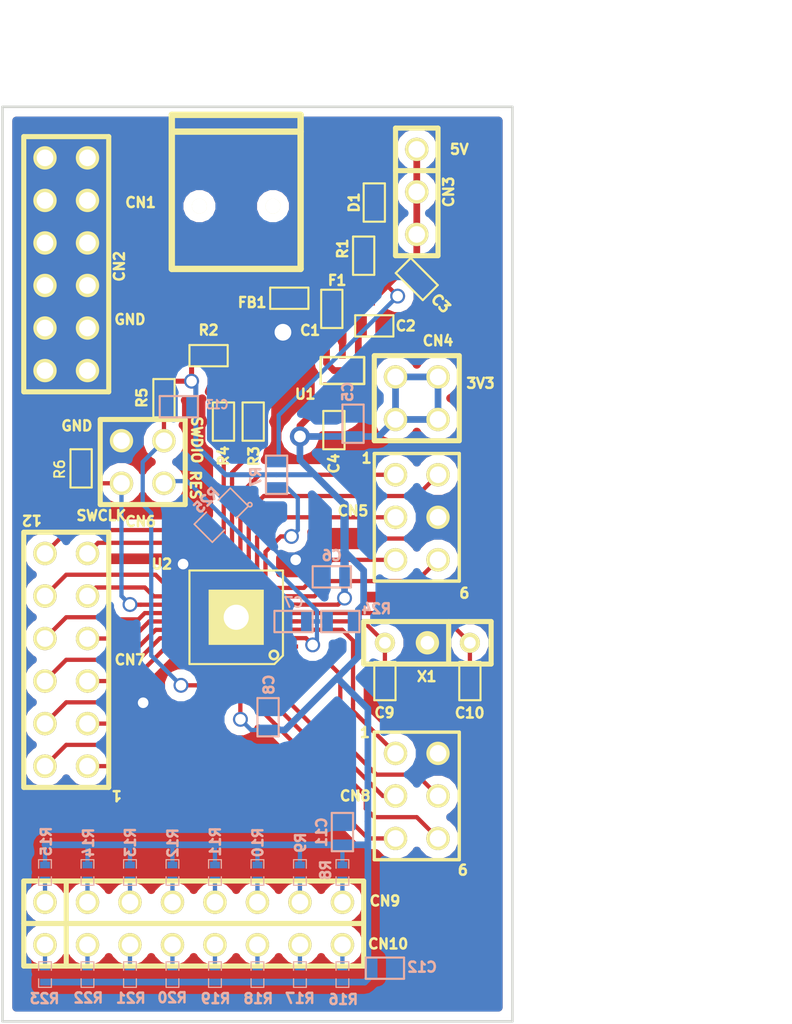
<source format=kicad_pcb>
(kicad_pcb (version 3) (host pcbnew "(2013-07-07 BZR 4022)-stable")

  (general
    (links 35)
    (no_connects 0)
    (area 18.974999 13.894999 49.605001 68.655001)
    (thickness 1.6)
    (drawings 19)
    (tracks 324)
    (zones 0)
    (modules 54)
    (nets 2)
  )

  (page A3)
  (layers
    (15 Gorna signal)
    (0 Dolna signal)
    (16 Kleju_Dolna user)
    (17 Kleju_Gorna user)
    (18 Pasty_Dolna user)
    (19 Pasty_Gorna user)
    (20 Opisowa_Dolna user)
    (21 Opisowa_Gorna user)
    (22 Maski_Dolna user)
    (23 Maski_Gorna user)
    (24 Rysunkowa user)
    (25 Komentarzy user)
    (26 ECO1 user)
    (27 ECO2 user)
    (28 Krawedziowa user)
  )

  (setup
    (last_trace_width 0.254)
    (user_trace_width 0.3)
    (user_trace_width 0.4)
    (user_trace_width 0.5)
    (trace_clearance 0.254)
    (zone_clearance 0.508)
    (zone_45_only no)
    (trace_min 0.254)
    (segment_width 0.2)
    (edge_width 0.15)
    (via_size 0.889)
    (via_drill 0.635)
    (via_min_size 0.889)
    (via_min_drill 0.508)
    (user_via 1.2 0.7)
    (user_via 1.5 1)
    (user_via 2 1)
    (uvia_size 0.508)
    (uvia_drill 0.127)
    (uvias_allowed no)
    (uvia_min_size 0.508)
    (uvia_min_drill 0.127)
    (pcb_text_width 0.3)
    (pcb_text_size 1.5 1.5)
    (mod_edge_width 0.15)
    (mod_text_size 1.5 1.5)
    (mod_text_width 0.15)
    (pad_size 0.889 1.397)
    (pad_drill 0)
    (pad_to_mask_clearance 0.1)
    (aux_axis_origin 19.05 13.97)
    (visible_elements 7FFFFFFF)
    (pcbplotparams
      (layerselection 284196865)
      (usegerberextensions true)
      (excludeedgelayer true)
      (linewidth 0.020000)
      (plotframeref false)
      (viasonmask false)
      (mode 1)
      (useauxorigin true)
      (hpglpennumber 1)
      (hpglpenspeed 20)
      (hpglpendiameter 15)
      (hpglpenoverlay 2)
      (psnegative false)
      (psa4output false)
      (plotreference true)
      (plotvalue true)
      (plotothertext true)
      (plotinvisibletext false)
      (padsonsilk false)
      (subtractmaskfromsilk true)
      (outputformat 1)
      (mirror false)
      (drillshape 0)
      (scaleselection 1)
      (outputdirectory "C:/Users/ADR/Desktop/płytki Kicad/wydruk do plytkarni LPC11U14EvalBoard/Gerber/"))
  )

  (net 0 "")
  (net 1 N-000001)

  (net_class Default "To jest domyślna klasa połączeń."
    (clearance 0.254)
    (trace_width 0.254)
    (via_dia 0.889)
    (via_drill 0.635)
    (uvia_dia 0.508)
    (uvia_drill 0.127)
    (add_net "")
    (add_net N-000001)
  )

  (module USB_MINI_B (layer Gorna) (tedit 5E4045A2) (tstamp 5E3B6BD8)
    (at 33.02 19.05 270)
    (descr "USB Mini-B 5-pin SMD connector")
    (tags "USB, Mini-B, connector")
    (fp_text reference CN1 (at 0.635 5.715 360) (layer Opisowa_Gorna)
      (effects (font (size 0.6 0.6) (thickness 0.15)))
    )
    (fp_text value USB-Mini-B (at 0 0 270) (layer Opisowa_Gorna) hide
      (effects (font (size 0.2 0.2) (thickness 0.05)))
    )
    (fp_line (start -3.59918 -3.85064) (end -3.59918 3.85064) (layer Opisowa_Gorna) (width 0.381))
    (fp_line (start -4.59994 -3.85064) (end -4.59994 3.85064) (layer Opisowa_Gorna) (width 0.381))
    (fp_line (start -4.59994 3.85064) (end 4.59994 3.85064) (layer Opisowa_Gorna) (width 0.381))
    (fp_line (start 4.59994 3.85064) (end 4.59994 -3.85064) (layer Opisowa_Gorna) (width 0.381))
    (fp_line (start 4.59994 -3.85064) (end -4.59994 -3.85064) (layer Opisowa_Gorna) (width 0.381))
    (pad 1 smd rect (at 3.44932 -1.6002 270) (size 2.30124 0.50038)
      (layers Gorna Pasty_Gorna Maski_Gorna)
    )
    (pad 2 smd rect (at 3.44932 -0.8001 270) (size 2.30124 0.50038)
      (layers Gorna Pasty_Gorna Maski_Gorna)
    )
    (pad 3 smd rect (at 3.44932 0 270) (size 2.30124 0.50038)
      (layers Gorna Pasty_Gorna Maski_Gorna)
    )
    (pad 4 smd rect (at 3.44932 0.8001 270) (size 2.30124 0.50038)
      (layers Gorna Pasty_Gorna Maski_Gorna)
    )
    (pad 5 smd rect (at 3.44932 1.6002 270) (size 2.30124 0.50038)
      (layers Gorna Pasty_Gorna Maski_Gorna)
      (net 1 N-000001)
    )
    (pad 6 smd rect (at 3.35026 -4.45008 270) (size 2.49936 1.99898)
      (layers Gorna Pasty_Gorna Maski_Gorna)
    )
    (pad 7 smd rect (at -2.14884 -4.45008 270) (size 2.49936 1.99898)
      (layers Gorna Pasty_Gorna Maski_Gorna)
    )
    (pad 8 smd rect (at 3.35026 4.45008 270) (size 2.49936 1.99898)
      (layers Gorna Pasty_Gorna Maski_Gorna)
    )
    (pad 9 smd rect (at -2.14884 4.45008 270) (size 2.49936 1.99898)
      (layers Gorna Pasty_Gorna Maski_Gorna)
    )
    (pad "" np_thru_hole circle (at 0.8509 -2.19964 270) (size 0.89916 0.89916) (drill 0.89916)
      (layers *.Cu *.Mask Opisowa_Gorna)
    )
    (pad 2 np_thru_hole circle (at 0.8509 2.19964 270) (size 0.89916 0.89916) (drill 0.89916)
      (layers *.Cu *.Mask Opisowa_Gorna)
    )
  )

  (module QFN32_solder (layer Gorna) (tedit 5E41B2B2) (tstamp 5E3CCCF5)
    (at 33.02 44.45 180)
    (descr QFN32-5x5)
    (path QFN32-5x5)
    (attr smd)
    (fp_text reference QFN32+1 (at 0 0.635 180) (layer Opisowa_Gorna) hide
      (effects (font (size 0.2 0.2) (thickness 0.05)))
    )
    (fp_text value U2 (at 4.445 3.175 180) (layer Opisowa_Gorna)
      (effects (font (size 0.6 0.6) (thickness 0.15)))
    )
    (fp_line (start 2.794 2.794) (end -2.794 2.794) (layer Opisowa_Gorna) (width 0.127))
    (fp_line (start -2.794 2.794) (end -2.794 2.667) (layer Opisowa_Gorna) (width 0.127))
    (fp_line (start -2.286 -2.794) (end 2.794 -2.794) (layer Opisowa_Gorna) (width 0.127))
    (fp_line (start 2.794 -2.794) (end 2.794 2.794) (layer Opisowa_Gorna) (width 0.127))
    (fp_line (start -2.794 2.667) (end -2.794 -2.286) (layer Opisowa_Gorna) (width 0.127))
    (fp_line (start -2.794 -2.286) (end -2.286 -2.794) (layer Opisowa_Gorna) (width 0.127))
    (fp_circle (center -2.25298 -2.25298) (end -2.25298 -2.50444) (layer Opisowa_Gorna) (width 0.1524))
    (pad 1 smd rect (at -2.89776 -1.74752 180) (size 1.59944 0.24892)
      (layers Gorna Pasty_Gorna Maski_Gorna)
    )
    (pad 2 smd rect (at -2.89776 -1.24714 180) (size 1.59944 0.24892)
      (layers Gorna Pasty_Gorna Maski_Gorna)
    )
    (pad 3 smd rect (at -2.89776 -0.74676 180) (size 1.59944 0.24892)
      (layers Gorna Pasty_Gorna Maski_Gorna)
    )
    (pad 4 smd rect (at -2.89776 -0.24638 180) (size 1.59944 0.24892)
      (layers Gorna Pasty_Gorna Maski_Gorna)
    )
    (pad 5 smd rect (at -2.89776 0.25146 180) (size 1.59944 0.24892)
      (layers Gorna Pasty_Gorna Maski_Gorna)
    )
    (pad 6 smd rect (at -2.89776 0.75184 180) (size 1.59944 0.24892)
      (layers Gorna Pasty_Gorna Maski_Gorna)
    )
    (pad 7 smd rect (at -2.89776 1.25222 180) (size 1.59944 0.24892)
      (layers Gorna Pasty_Gorna Maski_Gorna)
    )
    (pad 8 smd rect (at -2.89776 1.7526 180) (size 1.59944 0.24892)
      (layers Gorna Pasty_Gorna Maski_Gorna)
    )
    (pad 13 smd rect (at 0.24892 2.90284 180) (size 0.24892 1.59944)
      (layers Gorna Pasty_Gorna Maski_Gorna)
    )
    (pad 14 smd rect (at 0.74676 2.90284 180) (size 0.24892 1.59944)
      (layers Gorna Pasty_Gorna Maski_Gorna)
    )
    (pad 15 smd rect (at 1.24714 2.90284 180) (size 0.24892 1.59944)
      (layers Gorna Pasty_Gorna Maski_Gorna)
    )
    (pad 16 smd rect (at 1.74752 2.90284 180) (size 0.24892 1.59944)
      (layers Gorna Pasty_Gorna Maski_Gorna)
    )
    (pad 33 thru_hole rect (at 0 0 180) (size 3.29946 3.29946) (drill 1.5)
      (layers *.Cu *.Mask Opisowa_Gorna)
      (net 1 N-000001)
    )
    (pad 9 smd rect (at -1.75006 2.90284 180) (size 0.24892 1.59944)
      (layers Gorna Pasty_Gorna Maski_Gorna)
    )
    (pad 10 smd rect (at -1.24968 2.90284 180) (size 0.24892 1.59944)
      (layers Gorna Pasty_Gorna Maski_Gorna)
    )
    (pad 11 smd rect (at -0.7493 2.90284 180) (size 0.24892 1.59944)
      (layers Gorna Pasty_Gorna Maski_Gorna)
    )
    (pad 12 smd rect (at -0.25146 2.90284 180) (size 0.24892 1.59944)
      (layers Gorna Pasty_Gorna Maski_Gorna)
    )
    (pad 17 smd rect (at 2.9003 1.74752 180) (size 1.59944 0.24892)
      (layers Gorna Pasty_Gorna Maski_Gorna)
    )
    (pad 18 smd rect (at 2.9003 1.24714 180) (size 1.59944 0.24892)
      (layers Gorna Pasty_Gorna Maski_Gorna)
    )
    (pad 19 smd rect (at 2.9003 0.7493 180) (size 1.59944 0.24892)
      (layers Gorna Pasty_Gorna Maski_Gorna)
    )
    (pad 20 smd rect (at 2.9003 0.24892 180) (size 1.59944 0.24892)
      (layers Gorna Pasty_Gorna Maski_Gorna)
    )
    (pad 21 smd rect (at 2.9003 -0.25146 180) (size 1.59944 0.24892)
      (layers Gorna Pasty_Gorna Maski_Gorna)
    )
    (pad 22 smd rect (at 2.9003 -0.75184 180) (size 1.59944 0.24892)
      (layers Gorna Pasty_Gorna Maski_Gorna)
    )
    (pad 23 smd rect (at 2.9003 -1.25222 180) (size 1.59944 0.24892)
      (layers Gorna Pasty_Gorna Maski_Gorna)
    )
    (pad 24 smd rect (at 2.9003 -1.7526 180) (size 1.59944 0.24892)
      (layers Gorna Pasty_Gorna Maski_Gorna)
    )
    (pad 25 smd rect (at 1.75006 -2.9003 180) (size 0.24892 1.59944)
      (layers Gorna Pasty_Gorna Maski_Gorna)
    )
    (pad 26 smd rect (at 1.24968 -2.9003 180) (size 0.24892 1.59944)
      (layers Gorna Pasty_Gorna Maski_Gorna)
    )
    (pad 27 smd rect (at 0.7493 -2.9003 180) (size 0.24892 1.59944)
      (layers Gorna Pasty_Gorna Maski_Gorna)
    )
    (pad 28 smd rect (at 0.25146 -2.9003 180) (size 0.24892 1.59944)
      (layers Gorna Pasty_Gorna Maski_Gorna)
    )
    (pad 29 smd rect (at -0.24892 -2.9003 180) (size 0.24892 1.59944)
      (layers Gorna Pasty_Gorna Maski_Gorna)
    )
    (pad 30 smd rect (at -0.7493 -2.9003 180) (size 0.24892 1.59944)
      (layers Gorna Pasty_Gorna Maski_Gorna)
    )
    (pad 31 smd rect (at -1.24968 -2.9003 180) (size 0.24892 1.59944)
      (layers Gorna Pasty_Gorna Maski_Gorna)
    )
    (pad 32 smd rect (at -1.75006 -2.9003 180) (size 0.24892 1.59944)
      (layers Gorna Pasty_Gorna Maski_Gorna)
    )
  )

  (module SM0603 (layer Gorna) (tedit 5E4048A2) (tstamp 5E3D26BB)
    (at 32.258 32.766 90)
    (attr smd)
    (fp_text reference SM0603 (at 0 0 90) (layer Opisowa_Gorna) hide
      (effects (font (size 0.508 0.4572) (thickness 0.1143)))
    )
    (fp_text value R4 (at -2.0447 0 90) (layer Opisowa_Gorna)
      (effects (font (size 0.6 0.6) (thickness 0.15)))
    )
    (fp_line (start -1.143 -0.635) (end 1.143 -0.635) (layer Opisowa_Gorna) (width 0.127))
    (fp_line (start 1.143 -0.635) (end 1.143 0.635) (layer Opisowa_Gorna) (width 0.127))
    (fp_line (start 1.143 0.635) (end -1.143 0.635) (layer Opisowa_Gorna) (width 0.127))
    (fp_line (start -1.143 0.635) (end -1.143 -0.635) (layer Opisowa_Gorna) (width 0.127))
    (pad 1 smd rect (at -0.762 0 90) (size 0.635 1.143)
      (layers Gorna Pasty_Gorna Maski_Gorna)
    )
    (pad 2 smd rect (at 0.762 0 90) (size 0.635 1.143)
      (layers Gorna Pasty_Gorna Maski_Gorna)
    )
    (model smd\resistors\R0603.wrl
      (at (xyz 0 0 0.001))
      (scale (xyz 0.5 0.5 0.5))
      (rotate (xyz 0 0 0))
    )
  )

  (module SM0603 (layer Gorna) (tedit 5E4048A4) (tstamp 5E3D26E1)
    (at 34.036 32.766 90)
    (attr smd)
    (fp_text reference SM0603 (at 0 0 90) (layer Opisowa_Gorna) hide
      (effects (font (size 0.508 0.4572) (thickness 0.1143)))
    )
    (fp_text value R3 (at -2.0701 0.0381 90) (layer Opisowa_Gorna)
      (effects (font (size 0.6 0.6) (thickness 0.15)))
    )
    (fp_line (start -1.143 -0.635) (end 1.143 -0.635) (layer Opisowa_Gorna) (width 0.127))
    (fp_line (start 1.143 -0.635) (end 1.143 0.635) (layer Opisowa_Gorna) (width 0.127))
    (fp_line (start 1.143 0.635) (end -1.143 0.635) (layer Opisowa_Gorna) (width 0.127))
    (fp_line (start -1.143 0.635) (end -1.143 -0.635) (layer Opisowa_Gorna) (width 0.127))
    (pad 1 smd rect (at -0.762 0 90) (size 0.635 1.143)
      (layers Gorna Pasty_Gorna Maski_Gorna)
    )
    (pad 2 smd rect (at 0.762 0 90) (size 0.635 1.143)
      (layers Gorna Pasty_Gorna Maski_Gorna)
    )
    (model smd\resistors\R0603.wrl
      (at (xyz 0 0 0.001))
      (scale (xyz 0.5 0.5 0.5))
      (rotate (xyz 0 0 0))
    )
  )

  (module SM0603 (layer Gorna) (tedit 5E404737) (tstamp 5E3D1E63)
    (at 36.195 25.4 180)
    (attr smd)
    (fp_text reference SM0603 (at 0 0 180) (layer Opisowa_Gorna) hide
      (effects (font (size 0.508 0.4572) (thickness 0.1143)))
    )
    (fp_text value FB1 (at 2.2225 -0.254 180) (layer Opisowa_Gorna)
      (effects (font (size 0.6 0.6) (thickness 0.15)))
    )
    (fp_line (start -1.143 -0.635) (end 1.143 -0.635) (layer Opisowa_Gorna) (width 0.127))
    (fp_line (start 1.143 -0.635) (end 1.143 0.635) (layer Opisowa_Gorna) (width 0.127))
    (fp_line (start 1.143 0.635) (end -1.143 0.635) (layer Opisowa_Gorna) (width 0.127))
    (fp_line (start -1.143 0.635) (end -1.143 -0.635) (layer Opisowa_Gorna) (width 0.127))
    (pad 1 smd rect (at -0.762 0 180) (size 0.635 1.143)
      (layers Gorna Pasty_Gorna Maski_Gorna)
    )
    (pad 2 smd rect (at 0.762 0 180) (size 0.635 1.143)
      (layers Gorna Pasty_Gorna Maski_Gorna)
    )
    (model smd\resistors\R0603.wrl
      (at (xyz 0 0 0.001))
      (scale (xyz 0.5 0.5 0.5))
      (rotate (xyz 0 0 0))
    )
  )

  (module SM0603 (layer Gorna) (tedit 5E40477C) (tstamp 5E3D1E7A)
    (at 38.735 26.035 90)
    (attr smd)
    (fp_text reference SM0603 (at 0 0 90) (layer Opisowa_Gorna) hide
      (effects (font (size 0.508 0.4572) (thickness 0.1143)))
    )
    (fp_text value C1 (at -1.2827 -1.2954 180) (layer Opisowa_Gorna)
      (effects (font (size 0.6 0.6) (thickness 0.15)))
    )
    (fp_line (start -1.143 -0.635) (end 1.143 -0.635) (layer Opisowa_Gorna) (width 0.127))
    (fp_line (start 1.143 -0.635) (end 1.143 0.635) (layer Opisowa_Gorna) (width 0.127))
    (fp_line (start 1.143 0.635) (end -1.143 0.635) (layer Opisowa_Gorna) (width 0.127))
    (fp_line (start -1.143 0.635) (end -1.143 -0.635) (layer Opisowa_Gorna) (width 0.127))
    (pad 1 smd rect (at -0.762 0 90) (size 0.635 1.143)
      (layers Gorna Pasty_Gorna Maski_Gorna)
      (net 1 N-000001)
    )
    (pad 2 smd rect (at 0.762 0 90) (size 0.635 1.143)
      (layers Gorna Pasty_Gorna Maski_Gorna)
    )
    (model smd\resistors\R0603.wrl
      (at (xyz 0 0 0.001))
      (scale (xyz 0.5 0.5 0.5))
      (rotate (xyz 0 0 0))
    )
  )

  (module SIL-3 (layer Gorna) (tedit 5E4045CA) (tstamp 5E3D7D2A)
    (at 43.815 19.05 270)
    (descr "Connecteur 3 pins")
    (tags "CONN DEV")
    (fp_text reference SIL-3 (at 0 0 270) (layer Opisowa_Gorna) hide
      (effects (font (size 0.2 0.2) (thickness 0.05)))
    )
    (fp_text value CN3 (at 0 -1.905 270) (layer Opisowa_Gorna)
      (effects (font (size 0.6 0.6) (thickness 0.15)))
    )
    (fp_line (start -3.81 1.27) (end -3.81 -1.27) (layer Opisowa_Gorna) (width 0.3048))
    (fp_line (start -3.81 -1.27) (end 3.81 -1.27) (layer Opisowa_Gorna) (width 0.3048))
    (fp_line (start 3.81 -1.27) (end 3.81 1.27) (layer Opisowa_Gorna) (width 0.3048))
    (fp_line (start 3.81 1.27) (end -3.81 1.27) (layer Opisowa_Gorna) (width 0.3048))
    (fp_line (start -1.27 -1.27) (end -1.27 1.27) (layer Opisowa_Gorna) (width 0.3048))
    (pad 1 thru_hole circle (at -2.54 0 270) (size 1.397 1.397) (drill 0.99)
      (layers *.Cu *.Mask Opisowa_Gorna)
    )
    (pad 2 thru_hole circle (at 0 0 270) (size 1.397 1.397) (drill 0.99)
      (layers *.Cu *.Mask Opisowa_Gorna)
    )
    (pad 3 thru_hole circle (at 2.54 0 270) (size 1.397 1.397) (drill 0.99)
      (layers *.Cu *.Mask Opisowa_Gorna)
    )
  )

  (module SM0603 (layer Gorna) (tedit 5E4047B9) (tstamp 5E3DDBFC)
    (at 43.815 24.257 135)
    (attr smd)
    (fp_text reference SM0603 (at 0 0 135) (layer Opisowa_Gorna) hide
      (effects (font (size 0.508 0.4572) (thickness 0.1143)))
    )
    (fp_text value C3 (at -2.038518 -0.00898 135) (layer Opisowa_Gorna)
      (effects (font (size 0.6 0.6) (thickness 0.15)))
    )
    (fp_line (start -1.143 -0.635) (end 1.143 -0.635) (layer Opisowa_Gorna) (width 0.127))
    (fp_line (start 1.143 -0.635) (end 1.143 0.635) (layer Opisowa_Gorna) (width 0.127))
    (fp_line (start 1.143 0.635) (end -1.143 0.635) (layer Opisowa_Gorna) (width 0.127))
    (fp_line (start -1.143 0.635) (end -1.143 -0.635) (layer Opisowa_Gorna) (width 0.127))
    (pad 1 smd rect (at -0.761999 0 135) (size 0.635 1.143)
      (layers Gorna Pasty_Gorna Maski_Gorna)
      (net 1 N-000001)
    )
    (pad 2 smd rect (at 0.762 0 135) (size 0.635 1.143)
      (layers Gorna Pasty_Gorna Maski_Gorna)
    )
    (model smd\resistors\R0603.wrl
      (at (xyz 0 0 0.001))
      (scale (xyz 0.5 0.5 0.5))
      (rotate (xyz 0 0 0))
    )
  )

  (module SM0603 (layer Gorna) (tedit 5E4047FF) (tstamp 5E3DDC13)
    (at 40.64 22.86 90)
    (attr smd)
    (fp_text reference SM0603 (at 0 0 90) (layer Opisowa_Gorna) hide
      (effects (font (size 0.508 0.4572) (thickness 0.1143)))
    )
    (fp_text value R1 (at 0.4191 -1.2573 90) (layer Opisowa_Gorna)
      (effects (font (size 0.6 0.6) (thickness 0.15)))
    )
    (fp_line (start -1.143 -0.635) (end 1.143 -0.635) (layer Opisowa_Gorna) (width 0.127))
    (fp_line (start 1.143 -0.635) (end 1.143 0.635) (layer Opisowa_Gorna) (width 0.127))
    (fp_line (start 1.143 0.635) (end -1.143 0.635) (layer Opisowa_Gorna) (width 0.127))
    (fp_line (start -1.143 0.635) (end -1.143 -0.635) (layer Opisowa_Gorna) (width 0.127))
    (pad 1 smd rect (at -0.762 0 90) (size 0.635 1.143)
      (layers Gorna Pasty_Gorna Maski_Gorna)
    )
    (pad 2 smd rect (at 0.762 0 90) (size 0.635 1.143)
      (layers Gorna Pasty_Gorna Maski_Gorna)
    )
    (model smd\resistors\R0603.wrl
      (at (xyz 0 0 0.001))
      (scale (xyz 0.5 0.5 0.5))
      (rotate (xyz 0 0 0))
    )
  )

  (module SM0603 (layer Gorna) (tedit 5E40480F) (tstamp 5E3DDC26)
    (at 41.275 19.685 90)
    (attr smd)
    (fp_text reference SM0603 (at 0 0 90) (layer Opisowa_Gorna) hide
      (effects (font (size 0.508 0.4572) (thickness 0.1143)))
    )
    (fp_text value D1 (at 0 -1.2065 90) (layer Opisowa_Gorna)
      (effects (font (size 0.6 0.6) (thickness 0.15)))
    )
    (fp_line (start -1.143 -0.635) (end 1.143 -0.635) (layer Opisowa_Gorna) (width 0.127))
    (fp_line (start 1.143 -0.635) (end 1.143 0.635) (layer Opisowa_Gorna) (width 0.127))
    (fp_line (start 1.143 0.635) (end -1.143 0.635) (layer Opisowa_Gorna) (width 0.127))
    (fp_line (start -1.143 0.635) (end -1.143 -0.635) (layer Opisowa_Gorna) (width 0.127))
    (pad 1 smd rect (at -0.762 0 90) (size 0.635 1.143)
      (layers Gorna Pasty_Gorna Maski_Gorna)
    )
    (pad 2 smd rect (at 0.762 0 90) (size 0.635 1.143)
      (layers Gorna Pasty_Gorna Maski_Gorna)
      (net 1 N-000001)
    )
    (model smd\resistors\R0603.wrl
      (at (xyz 0 0 0.001))
      (scale (xyz 0.5 0.5 0.5))
      (rotate (xyz 0 0 0))
    )
  )

  (module SOT25 (layer Gorna) (tedit 5E4046B6) (tstamp 5E3E3AED)
    (at 39.37 29.718 180)
    (descr "module 1 pin (ou trou mecanique de percage)")
    (tags DEV)
    (path 1pin)
    (fp_text reference SOT25 (at 0 -0.5 180) (layer Opisowa_Gorna) hide
      (effects (font (size 0.3 0.3) (thickness 0.075)))
    )
    (fp_text value U1 (at 2.2225 -1.4097 180) (layer Opisowa_Gorna)
      (effects (font (size 0.6 0.6) (thickness 0.15)))
    )
    (fp_line (start -1.3 -0.8) (end 1.3 -0.8) (layer Opisowa_Gorna) (width 0.15))
    (fp_line (start 1.3 -0.8) (end 1.3 0.8) (layer Opisowa_Gorna) (width 0.15))
    (fp_line (start 1.3 0.8) (end -1.3 0.8) (layer Opisowa_Gorna) (width 0.15))
    (fp_line (start -1.3 0.8) (end -1.3 -0.8) (layer Opisowa_Gorna) (width 0.15))
    (pad 2 smd rect (at 0 1.1 180) (size 0.4 0.8)
      (layers Gorna Pasty_Gorna Maski_Gorna)
      (net 1 N-000001)
    )
    (pad 3 smd rect (at 0.95 1.1 180) (size 0.4 0.8)
      (layers Gorna Pasty_Gorna Maski_Gorna)
    )
    (pad 1 smd rect (at -0.95 1.1 180) (size 0.4 0.8)
      (layers Gorna Pasty_Gorna Maski_Gorna)
    )
    (pad 4 smd rect (at 0.95 -1.1 180) (size 0.4 0.8)
      (layers Gorna Pasty_Gorna Maski_Gorna)
    )
    (pad 5 smd rect (at -0.95 -1.1 180) (size 0.4 0.8)
      (layers Gorna Pasty_Gorna Maski_Gorna)
    )
  )

  (module SM0603 (layer Gorna) (tedit 5E404799) (tstamp 5E3E3B92)
    (at 41.275 27.051)
    (attr smd)
    (fp_text reference SM0603 (at 0 0) (layer Opisowa_Gorna) hide
      (effects (font (size 0.508 0.4572) (thickness 0.1143)))
    )
    (fp_text value C2 (at 1.8796 0) (layer Opisowa_Gorna)
      (effects (font (size 0.6 0.6) (thickness 0.15)))
    )
    (fp_line (start -1.143 -0.635) (end 1.143 -0.635) (layer Opisowa_Gorna) (width 0.127))
    (fp_line (start 1.143 -0.635) (end 1.143 0.635) (layer Opisowa_Gorna) (width 0.127))
    (fp_line (start 1.143 0.635) (end -1.143 0.635) (layer Opisowa_Gorna) (width 0.127))
    (fp_line (start -1.143 0.635) (end -1.143 -0.635) (layer Opisowa_Gorna) (width 0.127))
    (pad 1 smd rect (at -0.762 0) (size 0.635 1.143)
      (layers Gorna Pasty_Gorna Maski_Gorna)
    )
    (pad 2 smd rect (at 0.762 0) (size 0.635 1.143)
      (layers Gorna Pasty_Gorna Maski_Gorna)
      (net 1 N-000001)
    )
    (model smd\resistors\R0603.wrl
      (at (xyz 0 0 0.001))
      (scale (xyz 0.5 0.5 0.5))
      (rotate (xyz 0 0 0))
    )
  )

  (module SM0603 (layer Gorna) (tedit 5E40486B) (tstamp 5E3E3BFE)
    (at 38.862 33.274 90)
    (attr smd)
    (fp_text reference SM0603 (at 0 0 90) (layer Opisowa_Gorna) hide
      (effects (font (size 0.508 0.4572) (thickness 0.1143)))
    )
    (fp_text value C4 (at -1.9939 0 90) (layer Opisowa_Gorna)
      (effects (font (size 0.6 0.6) (thickness 0.15)))
    )
    (fp_line (start -1.143 -0.635) (end 1.143 -0.635) (layer Opisowa_Gorna) (width 0.127))
    (fp_line (start 1.143 -0.635) (end 1.143 0.635) (layer Opisowa_Gorna) (width 0.127))
    (fp_line (start 1.143 0.635) (end -1.143 0.635) (layer Opisowa_Gorna) (width 0.127))
    (fp_line (start -1.143 0.635) (end -1.143 -0.635) (layer Opisowa_Gorna) (width 0.127))
    (pad 1 smd rect (at -0.762 0 90) (size 0.635 1.143)
      (layers Gorna Pasty_Gorna Maski_Gorna)
      (net 1 N-000001)
    )
    (pad 2 smd rect (at 0.762 0 90) (size 0.635 1.143)
      (layers Gorna Pasty_Gorna Maski_Gorna)
    )
    (model smd\resistors\R0603.wrl
      (at (xyz 0 0 0.001))
      (scale (xyz 0.5 0.5 0.5))
      (rotate (xyz 0 0 0))
    )
  )

  (module SM0603 (layer Gorna) (tedit 5E408835) (tstamp 5E3E3C99)
    (at 31.369 28.829)
    (attr smd)
    (fp_text reference SM0603 (at 0 0) (layer Opisowa_Gorna) hide
      (effects (font (size 0.508 0.4572) (thickness 0.1143)))
    )
    (fp_text value R2 (at 0 -1.524) (layer Opisowa_Gorna)
      (effects (font (size 0.6 0.6) (thickness 0.15)))
    )
    (fp_line (start -1.143 -0.635) (end 1.143 -0.635) (layer Opisowa_Gorna) (width 0.127))
    (fp_line (start 1.143 -0.635) (end 1.143 0.635) (layer Opisowa_Gorna) (width 0.127))
    (fp_line (start 1.143 0.635) (end -1.143 0.635) (layer Opisowa_Gorna) (width 0.127))
    (fp_line (start -1.143 0.635) (end -1.143 -0.635) (layer Opisowa_Gorna) (width 0.127))
    (pad 1 smd rect (at -0.762 0) (size 0.635 1.143)
      (layers Gorna Pasty_Gorna Maski_Gorna)
    )
    (pad 2 smd rect (at 0.762 0) (size 0.635 1.143)
      (layers Gorna Pasty_Gorna Maski_Gorna)
    )
    (model smd\resistors\R0603.wrl
      (at (xyz 0 0 0.001))
      (scale (xyz 0.5 0.5 0.5))
      (rotate (xyz 0 0 0))
    )
  )

  (module SIL-3 (layer Gorna) (tedit 5E40866A) (tstamp 5E3E19DD)
    (at 44.45 45.974 180)
    (descr "Connecteur 3 pins")
    (tags "CONN DEV")
    (fp_text reference SIL-3 (at -0.0127 0.5842 180) (layer Opisowa_Gorna) hide
      (effects (font (size 0.2 0.2) (thickness 0.05)))
    )
    (fp_text value X1 (at 0.0381 -2.0193 180) (layer Opisowa_Gorna)
      (effects (font (size 0.6 0.6) (thickness 0.15)))
    )
    (fp_line (start -3.81 1.27) (end -3.81 -1.27) (layer Opisowa_Gorna) (width 0.3048))
    (fp_line (start -3.81 -1.27) (end 3.81 -1.27) (layer Opisowa_Gorna) (width 0.3048))
    (fp_line (start 3.81 -1.27) (end 3.81 1.27) (layer Opisowa_Gorna) (width 0.3048))
    (fp_line (start 3.81 1.27) (end -3.81 1.27) (layer Opisowa_Gorna) (width 0.3048))
    (fp_line (start -1.27 -1.27) (end -1.27 1.27) (layer Opisowa_Gorna) (width 0.3048))
    (pad 1 thru_hole circle (at -2.54 0 180) (size 1.2 1.2) (drill 0.7)
      (layers *.Cu *.Mask Opisowa_Gorna)
    )
    (pad 2 thru_hole circle (at 0 0 180) (size 1.397 1.397) (drill 0.8128)
      (layers *.Cu *.Mask Opisowa_Gorna)
      (net 1 N-000001)
    )
    (pad 3 thru_hole circle (at 2.54 0 180) (size 1.2 1.2) (drill 0.7)
      (layers *.Cu *.Mask Opisowa_Gorna)
    )
  )

  (module SM0603 (layer Gorna) (tedit 5E40533C) (tstamp 5E3E787B)
    (at 41.91 48.26 90)
    (attr smd)
    (fp_text reference SM0603 (at 0 0 90) (layer Opisowa_Gorna) hide
      (effects (font (size 0.508 0.4572) (thickness 0.1143)))
    )
    (fp_text value C9 (at -1.8923 -0.0254 180) (layer Opisowa_Gorna)
      (effects (font (size 0.6 0.6) (thickness 0.15)))
    )
    (fp_line (start -1.143 -0.635) (end 1.143 -0.635) (layer Opisowa_Gorna) (width 0.127))
    (fp_line (start 1.143 -0.635) (end 1.143 0.635) (layer Opisowa_Gorna) (width 0.127))
    (fp_line (start 1.143 0.635) (end -1.143 0.635) (layer Opisowa_Gorna) (width 0.127))
    (fp_line (start -1.143 0.635) (end -1.143 -0.635) (layer Opisowa_Gorna) (width 0.127))
    (pad 1 smd rect (at -0.762 0 90) (size 0.635 1.143)
      (layers Gorna Pasty_Gorna Maski_Gorna)
      (net 1 N-000001)
    )
    (pad 2 smd rect (at 0.762 0 90) (size 0.635 1.143)
      (layers Gorna Pasty_Gorna Maski_Gorna)
    )
    (model smd\resistors\R0603.wrl
      (at (xyz 0 0 0.001))
      (scale (xyz 0.5 0.5 0.5))
      (rotate (xyz 0 0 0))
    )
  )

  (module SM0603 (layer Gorna) (tedit 5E405351) (tstamp 5E3E788E)
    (at 46.99 48.26 90)
    (attr smd)
    (fp_text reference SM0603 (at 0 0 90) (layer Opisowa_Gorna) hide
      (effects (font (size 0.508 0.4572) (thickness 0.1143)))
    )
    (fp_text value C10 (at -1.905 -0.0127 180) (layer Opisowa_Gorna)
      (effects (font (size 0.6 0.6) (thickness 0.15)))
    )
    (fp_line (start -1.143 -0.635) (end 1.143 -0.635) (layer Opisowa_Gorna) (width 0.127))
    (fp_line (start 1.143 -0.635) (end 1.143 0.635) (layer Opisowa_Gorna) (width 0.127))
    (fp_line (start 1.143 0.635) (end -1.143 0.635) (layer Opisowa_Gorna) (width 0.127))
    (fp_line (start -1.143 0.635) (end -1.143 -0.635) (layer Opisowa_Gorna) (width 0.127))
    (pad 1 smd rect (at -0.762 0 90) (size 0.635 1.143)
      (layers Gorna Pasty_Gorna Maski_Gorna)
      (net 1 N-000001)
    )
    (pad 2 smd rect (at 0.762 0 90) (size 0.635 1.143)
      (layers Gorna Pasty_Gorna Maski_Gorna)
    )
    (model smd\resistors\R0603.wrl
      (at (xyz 0 0 0.001))
      (scale (xyz 0.5 0.5 0.5))
      (rotate (xyz 0 0 0))
    )
  )

  (module SM0603 (layer Dolna) (tedit 5E4085C4) (tstamp 5E3E7912)
    (at 38.735 42.037 180)
    (attr smd)
    (fp_text reference SM0603 (at 0 0 180) (layer Opisowa_Dolna) hide
      (effects (font (size 0.508 0.4572) (thickness 0.1143)) (justify mirror))
    )
    (fp_text value C6 (at 0 1.27 180) (layer Opisowa_Dolna)
      (effects (font (size 0.6 0.6) (thickness 0.15)) (justify mirror))
    )
    (fp_line (start -1.143 0.635) (end 1.143 0.635) (layer Opisowa_Dolna) (width 0.127))
    (fp_line (start 1.143 0.635) (end 1.143 -0.635) (layer Opisowa_Dolna) (width 0.127))
    (fp_line (start 1.143 -0.635) (end -1.143 -0.635) (layer Opisowa_Dolna) (width 0.127))
    (fp_line (start -1.143 -0.635) (end -1.143 0.635) (layer Opisowa_Dolna) (width 0.127))
    (pad 1 smd rect (at -0.762 0 180) (size 0.635 1.143)
      (layers Dolna Pasty_Dolna Maski_Dolna)
    )
    (pad 2 smd rect (at 0.762 0 180) (size 0.635 1.143)
      (layers Dolna Pasty_Dolna Maski_Dolna)
      (net 1 N-000001)
    )
    (model smd\resistors\R0603.wrl
      (at (xyz 0 0 0.001))
      (scale (xyz 0.5 0.5 0.5))
      (rotate (xyz 0 0 0))
    )
  )

  (module SM0603 (layer Dolna) (tedit 5E407F11) (tstamp 5E3E7958)
    (at 34.925 50.419 90)
    (attr smd)
    (fp_text reference SM0603 (at 0 0 90) (layer Opisowa_Dolna) hide
      (effects (font (size 0.508 0.4572) (thickness 0.1143)) (justify mirror))
    )
    (fp_text value C8 (at 1.9431 0.0508 90) (layer Opisowa_Dolna)
      (effects (font (size 0.6 0.6) (thickness 0.15)) (justify mirror))
    )
    (fp_line (start -1.143 0.635) (end 1.143 0.635) (layer Opisowa_Dolna) (width 0.127))
    (fp_line (start 1.143 0.635) (end 1.143 -0.635) (layer Opisowa_Dolna) (width 0.127))
    (fp_line (start 1.143 -0.635) (end -1.143 -0.635) (layer Opisowa_Dolna) (width 0.127))
    (fp_line (start -1.143 -0.635) (end -1.143 0.635) (layer Opisowa_Dolna) (width 0.127))
    (pad 1 smd rect (at -0.762 0 90) (size 0.635 1.143)
      (layers Dolna Pasty_Dolna Maski_Dolna)
    )
    (pad 2 smd rect (at 0.762 0 90) (size 0.635 1.143)
      (layers Dolna Pasty_Dolna Maski_Dolna)
      (net 1 N-000001)
    )
    (model smd\resistors\R0603.wrl
      (at (xyz 0 0 0.001))
      (scale (xyz 0.5 0.5 0.5))
      (rotate (xyz 0 0 0))
    )
  )

  (module pin_array_3x2 (layer Gorna) (tedit 5E40462A) (tstamp 5E415C77)
    (at 43.815 38.481 270)
    (descr "Double rangee de contacts 2 x 4 pins")
    (tags CONN)
    (fp_text reference PIN_ARRAY_3X2 (at 0.254 0 270) (layer Opisowa_Gorna) hide
      (effects (font (size 0.2 0.2) (thickness 0.05)))
    )
    (fp_text value CN5 (at -0.381 3.81 360) (layer Opisowa_Gorna)
      (effects (font (size 0.6 0.6) (thickness 0.15)))
    )
    (fp_line (start 3.81 2.54) (end -3.81 2.54) (layer Opisowa_Gorna) (width 0.2032))
    (fp_line (start -3.81 -2.54) (end 3.81 -2.54) (layer Opisowa_Gorna) (width 0.2032))
    (fp_line (start 3.81 -2.54) (end 3.81 2.54) (layer Opisowa_Gorna) (width 0.2032))
    (fp_line (start -3.81 2.54) (end -3.81 -2.54) (layer Opisowa_Gorna) (width 0.2032))
    (pad 1 thru_hole circle (at -2.54 1.27 270) (size 1.397 1.397) (drill 0.99)
      (layers *.Cu *.Mask Opisowa_Gorna)
    )
    (pad 2 thru_hole circle (at -2.54 -1.27 270) (size 1.397 1.397) (drill 0.99)
      (layers *.Cu *.Mask Opisowa_Gorna)
    )
    (pad 3 thru_hole circle (at 0 1.27 270) (size 1.397 1.397) (drill 0.99)
      (layers *.Cu *.Mask Opisowa_Gorna)
    )
    (pad 4 thru_hole circle (at 0 -1.27 270) (size 1.397 1.397) (drill 0.99)
      (layers *.Cu *.Mask Opisowa_Gorna)
      (net 1 N-000001)
    )
    (pad 5 thru_hole circle (at 2.54 1.27 270) (size 1.397 1.397) (drill 0.99)
      (layers *.Cu *.Mask Opisowa_Gorna)
    )
    (pad 6 thru_hole circle (at 2.54 -1.27 270) (size 1.397 1.397) (drill 0.99)
      (layers *.Cu *.Mask Opisowa_Gorna)
    )
    (model pin_array/pins_array_3x2.wrl
      (at (xyz 0 0 0))
      (scale (xyz 1 1 1))
      (rotate (xyz 0 0 0))
    )
  )

  (module PIN_ARRAY_2X2 (layer Gorna) (tedit 5E404646) (tstamp 5E3F3814)
    (at 27.432 35.179)
    (descr "Double rangee de contacts 2 x 2 pins")
    (tags CONN)
    (fp_text reference PIN_ARRAY_2X2 (at -0.127 -0.254) (layer Opisowa_Gorna) hide
      (effects (font (size 0.2 0.2) (thickness 0.05)))
    )
    (fp_text value CN6 (at -0.127 3.556) (layer Opisowa_Gorna)
      (effects (font (size 0.6 0.6) (thickness 0.15)))
    )
    (fp_line (start -2.54 -2.54) (end 2.54 -2.54) (layer Opisowa_Gorna) (width 0.3048))
    (fp_line (start 2.54 -2.54) (end 2.54 2.54) (layer Opisowa_Gorna) (width 0.3048))
    (fp_line (start 2.54 2.54) (end -2.54 2.54) (layer Opisowa_Gorna) (width 0.3048))
    (fp_line (start -2.54 2.54) (end -2.54 -2.54) (layer Opisowa_Gorna) (width 0.3048))
    (pad 1 thru_hole circle (at -1.27 1.27) (size 1.397 1.397) (drill 0.99)
      (layers *.Cu *.Mask Opisowa_Gorna)
    )
    (pad 2 thru_hole circle (at -1.27 -1.27) (size 1.397 1.397) (drill 0.99)
      (layers *.Cu *.Mask Opisowa_Gorna)
      (net 1 N-000001)
    )
    (pad 3 thru_hole circle (at 1.27 1.27) (size 1.397 1.397) (drill 0.99)
      (layers *.Cu *.Mask Opisowa_Gorna)
    )
    (pad 4 thru_hole circle (at 1.27 -1.27) (size 1.397 1.397) (drill 0.99)
      (layers *.Cu *.Mask Opisowa_Gorna)
    )
    (model pin_array/pins_array_2x2.wrl
      (at (xyz 0 0 0))
      (scale (xyz 1 1 1))
      (rotate (xyz 0 0 0))
    )
  )

  (module SM0603 (layer Dolna) (tedit 5E4085B8) (tstamp 5E3F3864)
    (at 39.243 44.704)
    (attr smd)
    (fp_text reference SM0603 (at 0 0) (layer Opisowa_Dolna) hide
      (effects (font (size 0.508 0.4572) (thickness 0.1143)) (justify mirror))
    )
    (fp_text value R24 (at 2.159 -0.762) (layer Opisowa_Dolna)
      (effects (font (size 0.6 0.6) (thickness 0.15)) (justify mirror))
    )
    (fp_line (start -1.143 0.635) (end 1.143 0.635) (layer Opisowa_Dolna) (width 0.127))
    (fp_line (start 1.143 0.635) (end 1.143 -0.635) (layer Opisowa_Dolna) (width 0.127))
    (fp_line (start 1.143 -0.635) (end -1.143 -0.635) (layer Opisowa_Dolna) (width 0.127))
    (fp_line (start -1.143 -0.635) (end -1.143 0.635) (layer Opisowa_Dolna) (width 0.127))
    (pad 1 smd rect (at -0.762 0) (size 0.635 1.143)
      (layers Dolna Pasty_Dolna Maski_Dolna)
    )
    (pad 2 smd rect (at 0.762 0) (size 0.635 1.143)
      (layers Dolna Pasty_Dolna Maski_Dolna)
    )
    (model smd\resistors\R0603.wrl
      (at (xyz 0 0 0.001))
      (scale (xyz 0.5 0.5 0.5))
      (rotate (xyz 0 0 0))
    )
  )

  (module SM0603 (layer Dolna) (tedit 5E405778) (tstamp 5E3F3899)
    (at 35.433 35.941 270)
    (attr smd)
    (fp_text reference SM0603 (at 0 0 270) (layer Opisowa_Dolna) hide
      (effects (font (size 0.508 0.4572) (thickness 0.1143)) (justify mirror))
    )
    (fp_text value R7 (at 0.1143 1.2446 270) (layer Opisowa_Dolna)
      (effects (font (size 0.6 0.6) (thickness 0.15)) (justify mirror))
    )
    (fp_line (start -1.143 0.635) (end 1.143 0.635) (layer Opisowa_Dolna) (width 0.127))
    (fp_line (start 1.143 0.635) (end 1.143 -0.635) (layer Opisowa_Dolna) (width 0.127))
    (fp_line (start 1.143 -0.635) (end -1.143 -0.635) (layer Opisowa_Dolna) (width 0.127))
    (fp_line (start -1.143 -0.635) (end -1.143 0.635) (layer Opisowa_Dolna) (width 0.127))
    (pad 1 smd rect (at -0.762 0 270) (size 0.635 1.143)
      (layers Dolna Pasty_Dolna Maski_Dolna)
    )
    (pad 2 smd rect (at 0.762 0 270) (size 0.635 1.143)
      (layers Dolna Pasty_Dolna Maski_Dolna)
    )
    (model smd\resistors\R0603.wrl
      (at (xyz 0 0 0.001))
      (scale (xyz 0.5 0.5 0.5))
      (rotate (xyz 0 0 0))
    )
  )

  (module pin_array_6x2 (layer Gorna) (tedit 5E40467F) (tstamp 5E3F97F6)
    (at 22.86 46.99 90)
    (descr "Double rangee de contacts 2 x 6 pins")
    (tags CONN)
    (fp_text reference PIN_ARRAY_6X2 (at 0 0 90) (layer Opisowa_Gorna) hide
      (effects (font (size 0.2 0.2) (thickness 0.05)))
    )
    (fp_text value CN7 (at 0 3.81 180) (layer Opisowa_Gorna)
      (effects (font (size 0.6 0.6) (thickness 0.15)))
    )
    (fp_line (start -7.62 -2.54) (end 7.62 -2.54) (layer Opisowa_Gorna) (width 0.3048))
    (fp_line (start 7.62 -2.54) (end 7.62 2.54) (layer Opisowa_Gorna) (width 0.3048))
    (fp_line (start 7.62 2.54) (end -7.62 2.54) (layer Opisowa_Gorna) (width 0.3048))
    (fp_line (start -7.62 2.54) (end -7.62 -2.54) (layer Opisowa_Gorna) (width 0.3048))
    (pad 1 thru_hole circle (at -6.35 1.27 90) (size 1.397 1.397) (drill 0.99)
      (layers *.Cu *.Mask Opisowa_Gorna)
    )
    (pad 2 thru_hole circle (at -6.35 -1.27 90) (size 1.397 1.397) (drill 0.99)
      (layers *.Cu *.Mask Opisowa_Gorna)
    )
    (pad 3 thru_hole circle (at -3.81 1.27 90) (size 1.397 1.397) (drill 0.99)
      (layers *.Cu *.Mask Opisowa_Gorna)
    )
    (pad 4 thru_hole circle (at -3.81 -1.27 90) (size 1.397 1.397) (drill 0.99)
      (layers *.Cu *.Mask Opisowa_Gorna)
    )
    (pad 5 thru_hole circle (at -1.27 1.27 90) (size 1.397 1.397) (drill 0.99)
      (layers *.Cu *.Mask Opisowa_Gorna)
    )
    (pad 6 thru_hole circle (at -1.27 -1.27 90) (size 1.397 1.397) (drill 0.99)
      (layers *.Cu *.Mask Opisowa_Gorna)
    )
    (pad 7 thru_hole circle (at 1.27 1.27 90) (size 1.397 1.397) (drill 0.99)
      (layers *.Cu *.Mask Opisowa_Gorna)
    )
    (pad 8 thru_hole circle (at 1.27 -1.27 90) (size 1.397 1.397) (drill 0.99)
      (layers *.Cu *.Mask Opisowa_Gorna)
    )
    (pad 9 thru_hole circle (at 3.81 1.27 90) (size 1.397 1.397) (drill 0.99)
      (layers *.Cu *.Mask Opisowa_Gorna)
    )
    (pad 10 thru_hole circle (at 3.81 -1.27 90) (size 1.397 1.397) (drill 0.99)
      (layers *.Cu *.Mask Opisowa_Gorna)
    )
    (pad 11 thru_hole circle (at 6.35 1.27 90) (size 1.397 1.397) (drill 0.99)
      (layers *.Cu *.Mask Opisowa_Gorna)
    )
    (pad 12 thru_hole circle (at 6.35 -1.27 90) (size 1.397 1.397) (drill 0.99)
      (layers *.Cu *.Mask Opisowa_Gorna)
    )
    (model pin_array/pins_array_6x2.wrl
      (at (xyz 0 0 0))
      (scale (xyz 1 1 1))
      (rotate (xyz 0 0 0))
    )
  )

  (module pin_array_3x2 (layer Gorna) (tedit 5E4046E2) (tstamp 5E415C68)
    (at 43.815 55.118 270)
    (descr "Double rangee de contacts 2 x 4 pins")
    (tags CONN)
    (fp_text reference PIN_ARRAY_3X2 (at 0.127 0 270) (layer Opisowa_Gorna) hide
      (effects (font (size 0.2 0.2) (thickness 0.05)))
    )
    (fp_text value CN8 (at 0 3.683 360) (layer Opisowa_Gorna)
      (effects (font (size 0.6 0.6) (thickness 0.15)))
    )
    (fp_line (start 3.81 2.54) (end -3.81 2.54) (layer Opisowa_Gorna) (width 0.2032))
    (fp_line (start -3.81 -2.54) (end 3.81 -2.54) (layer Opisowa_Gorna) (width 0.2032))
    (fp_line (start 3.81 -2.54) (end 3.81 2.54) (layer Opisowa_Gorna) (width 0.2032))
    (fp_line (start -3.81 2.54) (end -3.81 -2.54) (layer Opisowa_Gorna) (width 0.2032))
    (pad 1 thru_hole circle (at -2.54 1.27 270) (size 1.397 1.397) (drill 0.99)
      (layers *.Cu *.Mask Opisowa_Gorna)
    )
    (pad 2 thru_hole circle (at -2.54 -1.27 270) (size 1.397 1.397) (drill 0.99)
      (layers *.Cu *.Mask Opisowa_Gorna)
      (net 1 N-000001)
    )
    (pad 3 thru_hole circle (at 0 1.27 270) (size 1.397 1.397) (drill 0.99)
      (layers *.Cu *.Mask Opisowa_Gorna)
    )
    (pad 4 thru_hole circle (at 0 -1.27 270) (size 1.397 1.397) (drill 0.99)
      (layers *.Cu *.Mask Opisowa_Gorna)
    )
    (pad 5 thru_hole circle (at 2.54 1.27 270) (size 1.397 1.397) (drill 0.99)
      (layers *.Cu *.Mask Opisowa_Gorna)
    )
    (pad 6 thru_hole circle (at 2.54 -1.27 270) (size 1.397 1.397) (drill 0.99)
      (layers *.Cu *.Mask Opisowa_Gorna)
    )
    (model pin_array/pins_array_3x2.wrl
      (at (xyz 0 0 0))
      (scale (xyz 1 1 1))
      (rotate (xyz 0 0 0))
    )
  )

  (module pin_array_6x2 (layer Gorna) (tedit 5E4045B5) (tstamp 5E3F99A7)
    (at 22.86 23.368 90)
    (descr "Double rangee de contacts 2 x 6 pins")
    (tags CONN)
    (fp_text reference PIN_ARRAY_6X2 (at -0.127 0 90) (layer Opisowa_Gorna) hide
      (effects (font (size 0.2 0.2) (thickness 0.05)))
    )
    (fp_text value CN2 (at -0.127 3.175 90) (layer Opisowa_Gorna)
      (effects (font (size 0.6 0.6) (thickness 0.15)))
    )
    (fp_line (start -7.62 -2.54) (end 7.62 -2.54) (layer Opisowa_Gorna) (width 0.3048))
    (fp_line (start 7.62 -2.54) (end 7.62 2.54) (layer Opisowa_Gorna) (width 0.3048))
    (fp_line (start 7.62 2.54) (end -7.62 2.54) (layer Opisowa_Gorna) (width 0.3048))
    (fp_line (start -7.62 2.54) (end -7.62 -2.54) (layer Opisowa_Gorna) (width 0.3048))
    (pad 1 thru_hole circle (at -6.35 1.27 90) (size 1.397 1.397) (drill 0.99)
      (layers *.Cu *.Mask Opisowa_Gorna)
      (net 1 N-000001)
    )
    (pad 2 thru_hole circle (at -6.35 -1.27 90) (size 1.397 1.397) (drill 0.99)
      (layers *.Cu *.Mask Opisowa_Gorna)
      (net 1 N-000001)
    )
    (pad 3 thru_hole circle (at -3.81 1.27 90) (size 1.397 1.397) (drill 0.99)
      (layers *.Cu *.Mask Opisowa_Gorna)
      (net 1 N-000001)
    )
    (pad 4 thru_hole circle (at -3.81 -1.27 90) (size 1.397 1.397) (drill 0.99)
      (layers *.Cu *.Mask Opisowa_Gorna)
      (net 1 N-000001)
    )
    (pad 5 thru_hole circle (at -1.27 1.27 90) (size 1.397 1.397) (drill 0.99)
      (layers *.Cu *.Mask Opisowa_Gorna)
      (net 1 N-000001)
    )
    (pad 6 thru_hole circle (at -1.27 -1.27 90) (size 1.397 1.397) (drill 0.99)
      (layers *.Cu *.Mask Opisowa_Gorna)
      (net 1 N-000001)
    )
    (pad 7 thru_hole circle (at 1.27 1.27 90) (size 1.397 1.397) (drill 0.99)
      (layers *.Cu *.Mask Opisowa_Gorna)
      (net 1 N-000001)
    )
    (pad 8 thru_hole circle (at 1.27 -1.27 90) (size 1.397 1.397) (drill 0.99)
      (layers *.Cu *.Mask Opisowa_Gorna)
      (net 1 N-000001)
    )
    (pad 9 thru_hole circle (at 3.81 1.27 90) (size 1.397 1.397) (drill 0.99)
      (layers *.Cu *.Mask Opisowa_Gorna)
      (net 1 N-000001)
    )
    (pad 10 thru_hole circle (at 3.81 -1.27 90) (size 1.397 1.397) (drill 0.99)
      (layers *.Cu *.Mask Opisowa_Gorna)
      (net 1 N-000001)
    )
    (pad 11 thru_hole circle (at 6.35 1.27 90) (size 1.397 1.397) (drill 0.99)
      (layers *.Cu *.Mask Opisowa_Gorna)
      (net 1 N-000001)
    )
    (pad 12 thru_hole circle (at 6.35 -1.27 90) (size 1.397 1.397) (drill 0.99)
      (layers *.Cu *.Mask Opisowa_Gorna)
      (net 1 N-000001)
    )
    (model pin_array/pins_array_6x2.wrl
      (at (xyz 0 0 0))
      (scale (xyz 1 1 1))
      (rotate (xyz 0 0 0))
    )
  )

  (module PIN_ARRAY_2X2 (layer Gorna) (tedit 5E404610) (tstamp 5E4039AD)
    (at 43.815 31.369 270)
    (descr "Double rangee de contacts 2 x 2 pins")
    (tags CONN)
    (fp_text reference PIN_ARRAY_2X2 (at 0.381 0 270) (layer Opisowa_Gorna) hide
      (effects (font (size 0.2 0.2) (thickness 0.05)))
    )
    (fp_text value CN4 (at -3.429 -1.27 360) (layer Opisowa_Gorna)
      (effects (font (size 0.6 0.6) (thickness 0.15)))
    )
    (fp_line (start -2.54 -2.54) (end 2.54 -2.54) (layer Opisowa_Gorna) (width 0.3048))
    (fp_line (start 2.54 -2.54) (end 2.54 2.54) (layer Opisowa_Gorna) (width 0.3048))
    (fp_line (start 2.54 2.54) (end -2.54 2.54) (layer Opisowa_Gorna) (width 0.3048))
    (fp_line (start -2.54 2.54) (end -2.54 -2.54) (layer Opisowa_Gorna) (width 0.3048))
    (pad 1 thru_hole circle (at -1.27 1.27 270) (size 1.397 1.397) (drill 0.99)
      (layers *.Cu *.Mask Opisowa_Gorna)
    )
    (pad 2 thru_hole circle (at -1.27 -1.27 270) (size 1.397 1.397) (drill 0.99)
      (layers *.Cu *.Mask Opisowa_Gorna)
    )
    (pad 3 thru_hole circle (at 1.27 1.27 270) (size 1.397 1.397) (drill 0.99)
      (layers *.Cu *.Mask Opisowa_Gorna)
    )
    (pad 4 thru_hole circle (at 1.27 -1.27 270) (size 1.397 1.397) (drill 0.99)
      (layers *.Cu *.Mask Opisowa_Gorna)
    )
    (model pin_array/pins_array_2x2.wrl
      (at (xyz 0 0 0))
      (scale (xyz 1 1 1))
      (rotate (xyz 0 0 0))
    )
  )

  (module SM0603 (layer Dolna) (tedit 5E40529B) (tstamp 5E4039D1)
    (at 40.005 32.893 270)
    (attr smd)
    (fp_text reference SM0603 (at 0 0 270) (layer Opisowa_Dolna) hide
      (effects (font (size 0.508 0.4572) (thickness 0.1143)) (justify mirror))
    )
    (fp_text value C5 (at -1.905 0.3175 270) (layer Opisowa_Dolna)
      (effects (font (size 0.6 0.6) (thickness 0.15)) (justify mirror))
    )
    (fp_line (start -1.143 0.635) (end 1.143 0.635) (layer Opisowa_Dolna) (width 0.127))
    (fp_line (start 1.143 0.635) (end 1.143 -0.635) (layer Opisowa_Dolna) (width 0.127))
    (fp_line (start 1.143 -0.635) (end -1.143 -0.635) (layer Opisowa_Dolna) (width 0.127))
    (fp_line (start -1.143 -0.635) (end -1.143 0.635) (layer Opisowa_Dolna) (width 0.127))
    (pad 1 smd rect (at -0.762 0 270) (size 0.635 1.143)
      (layers Dolna Pasty_Dolna Maski_Dolna)
      (net 1 N-000001)
    )
    (pad 2 smd rect (at 0.762 0 270) (size 0.635 1.143)
      (layers Dolna Pasty_Dolna Maski_Dolna)
    )
    (model smd\resistors\R0603.wrl
      (at (xyz 0 0 0.001))
      (scale (xyz 0.5 0.5 0.5))
      (rotate (xyz 0 0 0))
    )
  )

  (module SIL-8 (layer Gorna) (tedit 5E404701) (tstamp 5E40F770)
    (at 30.48 61.468)
    (descr "Connecteur 8 pins")
    (tags "CONN DEV")
    (fp_text reference SIL-8 (at 0 0.127) (layer Opisowa_Gorna) hide
      (effects (font (size 0.2 0.2) (thickness 0.05)))
    )
    (fp_text value CN9 (at 11.43 -0.0762) (layer Opisowa_Gorna)
      (effects (font (size 0.6 0.6) (thickness 0.15)))
    )
    (fp_line (start -10.16 -1.27) (end 10.16 -1.27) (layer Opisowa_Gorna) (width 0.3048))
    (fp_line (start 10.16 -1.27) (end 10.16 1.27) (layer Opisowa_Gorna) (width 0.3048))
    (fp_line (start 10.16 1.27) (end -10.16 1.27) (layer Opisowa_Gorna) (width 0.3048))
    (fp_line (start -10.16 1.27) (end -10.16 -1.27) (layer Opisowa_Gorna) (width 0.3048))
    (fp_line (start -7.62 1.27) (end -7.62 -1.27) (layer Opisowa_Gorna) (width 0.3048))
    (pad 1 thru_hole circle (at -8.89 0) (size 1.397 1.397) (drill 0.99)
      (layers *.Cu *.Mask Opisowa_Gorna)
    )
    (pad 2 thru_hole circle (at -6.35 0) (size 1.397 1.397) (drill 0.99)
      (layers *.Cu *.Mask Opisowa_Gorna)
    )
    (pad 3 thru_hole circle (at -3.81 0) (size 1.397 1.397) (drill 0.99)
      (layers *.Cu *.Mask Opisowa_Gorna)
    )
    (pad 4 thru_hole circle (at -1.27 0) (size 1.397 1.397) (drill 0.99)
      (layers *.Cu *.Mask Opisowa_Gorna)
    )
    (pad 5 thru_hole circle (at 1.27 0) (size 1.397 1.397) (drill 0.99)
      (layers *.Cu *.Mask Opisowa_Gorna)
    )
    (pad 6 thru_hole circle (at 3.81 0) (size 1.397 1.397) (drill 0.99)
      (layers *.Cu *.Mask Opisowa_Gorna)
    )
    (pad 7 thru_hole circle (at 6.35 0) (size 1.397 1.397) (drill 0.99)
      (layers *.Cu *.Mask Opisowa_Gorna)
    )
    (pad 8 thru_hole circle (at 8.89 0) (size 1.397 1.397) (drill 0.99)
      (layers *.Cu *.Mask Opisowa_Gorna)
    )
  )

  (module SIL-8 (layer Gorna) (tedit 5E404717) (tstamp 5E40F7A4)
    (at 30.48 64.008)
    (descr "Connecteur 8 pins")
    (tags "CONN DEV")
    (fp_text reference SIL-8 (at 0 0.127) (layer Opisowa_Gorna) hide
      (effects (font (size 0.2 0.2) (thickness 0.05)))
    )
    (fp_text value CN10 (at 11.6205 -0.0508) (layer Opisowa_Gorna)
      (effects (font (size 0.6 0.6) (thickness 0.15)))
    )
    (fp_line (start -10.16 -1.27) (end 10.16 -1.27) (layer Opisowa_Gorna) (width 0.3048))
    (fp_line (start 10.16 -1.27) (end 10.16 1.27) (layer Opisowa_Gorna) (width 0.3048))
    (fp_line (start 10.16 1.27) (end -10.16 1.27) (layer Opisowa_Gorna) (width 0.3048))
    (fp_line (start -10.16 1.27) (end -10.16 -1.27) (layer Opisowa_Gorna) (width 0.3048))
    (fp_line (start -7.62 1.27) (end -7.62 -1.27) (layer Opisowa_Gorna) (width 0.3048))
    (pad 1 thru_hole circle (at -8.89 0) (size 1.397 1.397) (drill 0.99)
      (layers *.Cu *.Mask Opisowa_Gorna)
    )
    (pad 2 thru_hole circle (at -6.35 0) (size 1.397 1.397) (drill 0.99)
      (layers *.Cu *.Mask Opisowa_Gorna)
    )
    (pad 3 thru_hole circle (at -3.81 0) (size 1.397 1.397) (drill 0.99)
      (layers *.Cu *.Mask Opisowa_Gorna)
    )
    (pad 4 thru_hole circle (at -1.27 0) (size 1.397 1.397) (drill 0.99)
      (layers *.Cu *.Mask Opisowa_Gorna)
    )
    (pad 5 thru_hole circle (at 1.27 0) (size 1.397 1.397) (drill 0.99)
      (layers *.Cu *.Mask Opisowa_Gorna)
    )
    (pad 6 thru_hole circle (at 3.81 0) (size 1.397 1.397) (drill 0.99)
      (layers *.Cu *.Mask Opisowa_Gorna)
    )
    (pad 7 thru_hole circle (at 6.35 0) (size 1.397 1.397) (drill 0.99)
      (layers *.Cu *.Mask Opisowa_Gorna)
    )
    (pad 8 thru_hole circle (at 8.89 0) (size 1.397 1.397) (drill 0.99)
      (layers *.Cu *.Mask Opisowa_Gorna)
    )
  )

  (module SM0402 (layer Dolna) (tedit 5E40574B) (tstamp 5E4157B5)
    (at 39.37 59.69 270)
    (attr smd)
    (fp_text reference SM0402 (at 0 0 270) (layer Opisowa_Dolna) hide
      (effects (font (size 0.35052 0.3048) (thickness 0.07112)) (justify mirror))
    )
    (fp_text value R8 (at -0.1524 1.0033 270) (layer Opisowa_Dolna)
      (effects (font (size 0.6 0.6) (thickness 0.15)) (justify mirror))
    )
    (fp_line (start -0.254 0.381) (end -0.762 0.381) (layer Opisowa_Dolna) (width 0.07112))
    (fp_line (start -0.762 0.381) (end -0.762 -0.381) (layer Opisowa_Dolna) (width 0.07112))
    (fp_line (start -0.762 -0.381) (end -0.254 -0.381) (layer Opisowa_Dolna) (width 0.07112))
    (fp_line (start 0.254 0.381) (end 0.762 0.381) (layer Opisowa_Dolna) (width 0.07112))
    (fp_line (start 0.762 0.381) (end 0.762 -0.381) (layer Opisowa_Dolna) (width 0.07112))
    (fp_line (start 0.762 -0.381) (end 0.254 -0.381) (layer Opisowa_Dolna) (width 0.07112))
    (pad 1 smd rect (at -0.44958 0 270) (size 0.39878 0.59944)
      (layers Dolna Pasty_Dolna Maski_Dolna)
    )
    (pad 2 smd rect (at 0.44958 0 270) (size 0.39878 0.59944)
      (layers Dolna Pasty_Dolna Maski_Dolna)
    )
    (model smd\chip_cms.wrl
      (at (xyz 0 0 0.002))
      (scale (xyz 0.05 0.05 0.05))
      (rotate (xyz 0 0 0))
    )
  )

  (module SM0402 (layer Dolna) (tedit 5E405750) (tstamp 5E4157CC)
    (at 36.83 59.69 270)
    (attr smd)
    (fp_text reference SM0402 (at 0 0 270) (layer Opisowa_Dolna) hide
      (effects (font (size 0.35052 0.3048) (thickness 0.07112)) (justify mirror))
    )
    (fp_text value R9 (at -1.778 -0.0381 270) (layer Opisowa_Dolna)
      (effects (font (size 0.6 0.6) (thickness 0.15)) (justify mirror))
    )
    (fp_line (start -0.254 0.381) (end -0.762 0.381) (layer Opisowa_Dolna) (width 0.07112))
    (fp_line (start -0.762 0.381) (end -0.762 -0.381) (layer Opisowa_Dolna) (width 0.07112))
    (fp_line (start -0.762 -0.381) (end -0.254 -0.381) (layer Opisowa_Dolna) (width 0.07112))
    (fp_line (start 0.254 0.381) (end 0.762 0.381) (layer Opisowa_Dolna) (width 0.07112))
    (fp_line (start 0.762 0.381) (end 0.762 -0.381) (layer Opisowa_Dolna) (width 0.07112))
    (fp_line (start 0.762 -0.381) (end 0.254 -0.381) (layer Opisowa_Dolna) (width 0.07112))
    (pad 1 smd rect (at -0.44958 0 270) (size 0.39878 0.59944)
      (layers Dolna Pasty_Dolna Maski_Dolna)
    )
    (pad 2 smd rect (at 0.44958 0 270) (size 0.39878 0.59944)
      (layers Dolna Pasty_Dolna Maski_Dolna)
    )
    (model smd\chip_cms.wrl
      (at (xyz 0 0 0.002))
      (scale (xyz 0.05 0.05 0.05))
      (rotate (xyz 0 0 0))
    )
  )

  (module SM0402 (layer Dolna) (tedit 5E405762) (tstamp 5E4157E3)
    (at 34.29 59.69 270)
    (attr smd)
    (fp_text reference SM0402 (at 0 0 270) (layer Opisowa_Dolna) hide
      (effects (font (size 0.35052 0.3048) (thickness 0.07112)) (justify mirror))
    )
    (fp_text value R10 (at -1.7907 -0.0254 270) (layer Opisowa_Dolna)
      (effects (font (size 0.6 0.6) (thickness 0.15)) (justify mirror))
    )
    (fp_line (start -0.254 0.381) (end -0.762 0.381) (layer Opisowa_Dolna) (width 0.07112))
    (fp_line (start -0.762 0.381) (end -0.762 -0.381) (layer Opisowa_Dolna) (width 0.07112))
    (fp_line (start -0.762 -0.381) (end -0.254 -0.381) (layer Opisowa_Dolna) (width 0.07112))
    (fp_line (start 0.254 0.381) (end 0.762 0.381) (layer Opisowa_Dolna) (width 0.07112))
    (fp_line (start 0.762 0.381) (end 0.762 -0.381) (layer Opisowa_Dolna) (width 0.07112))
    (fp_line (start 0.762 -0.381) (end 0.254 -0.381) (layer Opisowa_Dolna) (width 0.07112))
    (pad 1 smd rect (at -0.44958 0 270) (size 0.39878 0.59944)
      (layers Dolna Pasty_Dolna Maski_Dolna)
    )
    (pad 2 smd rect (at 0.44958 0 270) (size 0.39878 0.59944)
      (layers Dolna Pasty_Dolna Maski_Dolna)
    )
    (model smd\chip_cms.wrl
      (at (xyz 0 0 0.002))
      (scale (xyz 0.05 0.05 0.05))
      (rotate (xyz 0 0 0))
    )
  )

  (module SM0402 (layer Dolna) (tedit 5E405759) (tstamp 5E4157FA)
    (at 31.75 59.69 270)
    (attr smd)
    (fp_text reference SM0402 (at 0 0 270) (layer Opisowa_Dolna) hide
      (effects (font (size 0.35052 0.3048) (thickness 0.07112)) (justify mirror))
    )
    (fp_text value R11 (at -1.8415 -0.0254 270) (layer Opisowa_Dolna)
      (effects (font (size 0.6 0.6) (thickness 0.15)) (justify mirror))
    )
    (fp_line (start -0.254 0.381) (end -0.762 0.381) (layer Opisowa_Dolna) (width 0.07112))
    (fp_line (start -0.762 0.381) (end -0.762 -0.381) (layer Opisowa_Dolna) (width 0.07112))
    (fp_line (start -0.762 -0.381) (end -0.254 -0.381) (layer Opisowa_Dolna) (width 0.07112))
    (fp_line (start 0.254 0.381) (end 0.762 0.381) (layer Opisowa_Dolna) (width 0.07112))
    (fp_line (start 0.762 0.381) (end 0.762 -0.381) (layer Opisowa_Dolna) (width 0.07112))
    (fp_line (start 0.762 -0.381) (end 0.254 -0.381) (layer Opisowa_Dolna) (width 0.07112))
    (pad 1 smd rect (at -0.44958 0 270) (size 0.39878 0.59944)
      (layers Dolna Pasty_Dolna Maski_Dolna)
    )
    (pad 2 smd rect (at 0.44958 0 270) (size 0.39878 0.59944)
      (layers Dolna Pasty_Dolna Maski_Dolna)
    )
    (model smd\chip_cms.wrl
      (at (xyz 0 0 0.002))
      (scale (xyz 0.05 0.05 0.05))
      (rotate (xyz 0 0 0))
    )
  )

  (module SM0402 (layer Dolna) (tedit 5E407777) (tstamp 5E415811)
    (at 29.21 59.69 270)
    (attr smd)
    (fp_text reference SM0402 (at 0 0 270) (layer Opisowa_Dolna) hide
      (effects (font (size 0.35052 0.3048) (thickness 0.07112)) (justify mirror))
    )
    (fp_text value R12 (at -1.7653 -0.0254 270) (layer Opisowa_Dolna)
      (effects (font (size 0.6 0.6) (thickness 0.15)) (justify mirror))
    )
    (fp_line (start -0.254 0.381) (end -0.762 0.381) (layer Opisowa_Dolna) (width 0.07112))
    (fp_line (start -0.762 0.381) (end -0.762 -0.381) (layer Opisowa_Dolna) (width 0.07112))
    (fp_line (start -0.762 -0.381) (end -0.254 -0.381) (layer Opisowa_Dolna) (width 0.07112))
    (fp_line (start 0.254 0.381) (end 0.762 0.381) (layer Opisowa_Dolna) (width 0.07112))
    (fp_line (start 0.762 0.381) (end 0.762 -0.381) (layer Opisowa_Dolna) (width 0.07112))
    (fp_line (start 0.762 -0.381) (end 0.254 -0.381) (layer Opisowa_Dolna) (width 0.07112))
    (pad 1 smd rect (at -0.44958 0 270) (size 0.39878 0.59944)
      (layers Dolna Pasty_Dolna Maski_Dolna)
    )
    (pad 2 smd rect (at 0.44958 0 270) (size 0.39878 0.59944)
      (layers Dolna Pasty_Dolna Maski_Dolna)
    )
    (model smd\chip_cms.wrl
      (at (xyz 0 0 0.002))
      (scale (xyz 0.05 0.05 0.05))
      (rotate (xyz 0 0 0))
    )
  )

  (module SM0402 (layer Dolna) (tedit 5E40777E) (tstamp 5E415828)
    (at 26.67 59.69 270)
    (attr smd)
    (fp_text reference SM0402 (at 0 0 270) (layer Opisowa_Dolna) hide
      (effects (font (size 0.35052 0.3048) (thickness 0.07112)) (justify mirror))
    )
    (fp_text value R13 (at -1.8034 -0.0254 270) (layer Opisowa_Dolna)
      (effects (font (size 0.6 0.6) (thickness 0.15)) (justify mirror))
    )
    (fp_line (start -0.254 0.381) (end -0.762 0.381) (layer Opisowa_Dolna) (width 0.07112))
    (fp_line (start -0.762 0.381) (end -0.762 -0.381) (layer Opisowa_Dolna) (width 0.07112))
    (fp_line (start -0.762 -0.381) (end -0.254 -0.381) (layer Opisowa_Dolna) (width 0.07112))
    (fp_line (start 0.254 0.381) (end 0.762 0.381) (layer Opisowa_Dolna) (width 0.07112))
    (fp_line (start 0.762 0.381) (end 0.762 -0.381) (layer Opisowa_Dolna) (width 0.07112))
    (fp_line (start 0.762 -0.381) (end 0.254 -0.381) (layer Opisowa_Dolna) (width 0.07112))
    (pad 1 smd rect (at -0.44958 0 270) (size 0.39878 0.59944)
      (layers Dolna Pasty_Dolna Maski_Dolna)
    )
    (pad 2 smd rect (at 0.44958 0 270) (size 0.39878 0.59944)
      (layers Dolna Pasty_Dolna Maski_Dolna)
    )
    (model smd\chip_cms.wrl
      (at (xyz 0 0 0.002))
      (scale (xyz 0.05 0.05 0.05))
      (rotate (xyz 0 0 0))
    )
  )

  (module SM0402 (layer Dolna) (tedit 5E407781) (tstamp 5E41583F)
    (at 24.13 59.69 270)
    (attr smd)
    (fp_text reference SM0402 (at 0 0 270) (layer Opisowa_Dolna) hide
      (effects (font (size 0.35052 0.3048) (thickness 0.07112)) (justify mirror))
    )
    (fp_text value R14 (at -1.778 -0.0635 270) (layer Opisowa_Dolna)
      (effects (font (size 0.6 0.6) (thickness 0.15)) (justify mirror))
    )
    (fp_line (start -0.254 0.381) (end -0.762 0.381) (layer Opisowa_Dolna) (width 0.07112))
    (fp_line (start -0.762 0.381) (end -0.762 -0.381) (layer Opisowa_Dolna) (width 0.07112))
    (fp_line (start -0.762 -0.381) (end -0.254 -0.381) (layer Opisowa_Dolna) (width 0.07112))
    (fp_line (start 0.254 0.381) (end 0.762 0.381) (layer Opisowa_Dolna) (width 0.07112))
    (fp_line (start 0.762 0.381) (end 0.762 -0.381) (layer Opisowa_Dolna) (width 0.07112))
    (fp_line (start 0.762 -0.381) (end 0.254 -0.381) (layer Opisowa_Dolna) (width 0.07112))
    (pad 1 smd rect (at -0.44958 0 270) (size 0.39878 0.59944)
      (layers Dolna Pasty_Dolna Maski_Dolna)
    )
    (pad 2 smd rect (at 0.44958 0 270) (size 0.39878 0.59944)
      (layers Dolna Pasty_Dolna Maski_Dolna)
    )
    (model smd\chip_cms.wrl
      (at (xyz 0 0 0.002))
      (scale (xyz 0.05 0.05 0.05))
      (rotate (xyz 0 0 0))
    )
  )

  (module SM0402 (layer Dolna) (tedit 5E407787) (tstamp 5E415856)
    (at 21.59 59.69 270)
    (attr smd)
    (fp_text reference SM0402 (at 0 0 270) (layer Opisowa_Dolna) hide
      (effects (font (size 0.35052 0.3048) (thickness 0.07112)) (justify mirror))
    )
    (fp_text value R15 (at -1.8542 -0.0762 270) (layer Opisowa_Dolna)
      (effects (font (size 0.6 0.6) (thickness 0.15)) (justify mirror))
    )
    (fp_line (start -0.254 0.381) (end -0.762 0.381) (layer Opisowa_Dolna) (width 0.07112))
    (fp_line (start -0.762 0.381) (end -0.762 -0.381) (layer Opisowa_Dolna) (width 0.07112))
    (fp_line (start -0.762 -0.381) (end -0.254 -0.381) (layer Opisowa_Dolna) (width 0.07112))
    (fp_line (start 0.254 0.381) (end 0.762 0.381) (layer Opisowa_Dolna) (width 0.07112))
    (fp_line (start 0.762 0.381) (end 0.762 -0.381) (layer Opisowa_Dolna) (width 0.07112))
    (fp_line (start 0.762 -0.381) (end 0.254 -0.381) (layer Opisowa_Dolna) (width 0.07112))
    (pad 1 smd rect (at -0.44958 0 270) (size 0.39878 0.59944)
      (layers Dolna Pasty_Dolna Maski_Dolna)
    )
    (pad 2 smd rect (at 0.44958 0 270) (size 0.39878 0.59944)
      (layers Dolna Pasty_Dolna Maski_Dolna)
    )
    (model smd\chip_cms.wrl
      (at (xyz 0 0 0.002))
      (scale (xyz 0.05 0.05 0.05))
      (rotate (xyz 0 0 0))
    )
  )

  (module SM0603 (layer Dolna) (tedit 5E4053A4) (tstamp 5E415884)
    (at 39.37 57.277 270)
    (attr smd)
    (fp_text reference SM0603 (at 0 0 270) (layer Opisowa_Dolna) hide
      (effects (font (size 0.508 0.4572) (thickness 0.1143)) (justify mirror))
    )
    (fp_text value C11 (at 0.0127 1.2446 270) (layer Opisowa_Dolna)
      (effects (font (size 0.6 0.6) (thickness 0.15)) (justify mirror))
    )
    (fp_line (start -1.143 0.635) (end 1.143 0.635) (layer Opisowa_Dolna) (width 0.127))
    (fp_line (start 1.143 0.635) (end 1.143 -0.635) (layer Opisowa_Dolna) (width 0.127))
    (fp_line (start 1.143 -0.635) (end -1.143 -0.635) (layer Opisowa_Dolna) (width 0.127))
    (fp_line (start -1.143 -0.635) (end -1.143 0.635) (layer Opisowa_Dolna) (width 0.127))
    (pad 1 smd rect (at -0.762 0 270) (size 0.635 1.143)
      (layers Dolna Pasty_Dolna Maski_Dolna)
      (net 1 N-000001)
    )
    (pad 2 smd rect (at 0.762 0 270) (size 0.635 1.143)
      (layers Dolna Pasty_Dolna Maski_Dolna)
    )
    (model smd\resistors\R0603.wrl
      (at (xyz 0 0 0.001))
      (scale (xyz 0.5 0.5 0.5))
      (rotate (xyz 0 0 0))
    )
  )

  (module SM0603 (layer Dolna) (tedit 5E405397) (tstamp 5E4158BF)
    (at 41.91 65.405)
    (attr smd)
    (fp_text reference SM0603 (at 0 0) (layer Opisowa_Dolna) hide
      (effects (font (size 0.508 0.4572) (thickness 0.1143)) (justify mirror))
    )
    (fp_text value C12 (at 2.2225 -0.0635) (layer Opisowa_Dolna)
      (effects (font (size 0.6 0.6) (thickness 0.15)) (justify mirror))
    )
    (fp_line (start -1.143 0.635) (end 1.143 0.635) (layer Opisowa_Dolna) (width 0.127))
    (fp_line (start 1.143 0.635) (end 1.143 -0.635) (layer Opisowa_Dolna) (width 0.127))
    (fp_line (start 1.143 -0.635) (end -1.143 -0.635) (layer Opisowa_Dolna) (width 0.127))
    (fp_line (start -1.143 -0.635) (end -1.143 0.635) (layer Opisowa_Dolna) (width 0.127))
    (pad 1 smd rect (at -0.762 0) (size 0.635 1.143)
      (layers Dolna Pasty_Dolna Maski_Dolna)
    )
    (pad 2 smd rect (at 0.762 0) (size 0.635 1.143)
      (layers Dolna Pasty_Dolna Maski_Dolna)
      (net 1 N-000001)
    )
    (model smd\resistors\R0603.wrl
      (at (xyz 0 0 0.001))
      (scale (xyz 0.5 0.5 0.5))
      (rotate (xyz 0 0 0))
    )
  )

  (module SM0402 (layer Dolna) (tedit 5E40778D) (tstamp 5E4158D6)
    (at 39.37 65.786 270)
    (attr smd)
    (fp_text reference SM0402 (at 0 0 270) (layer Opisowa_Dolna) hide
      (effects (font (size 0.35052 0.3048) (thickness 0.07112)) (justify mirror))
    )
    (fp_text value R16 (at 1.4859 -0.0508 360) (layer Opisowa_Dolna)
      (effects (font (size 0.6 0.6) (thickness 0.15)) (justify mirror))
    )
    (fp_line (start -0.254 0.381) (end -0.762 0.381) (layer Opisowa_Dolna) (width 0.07112))
    (fp_line (start -0.762 0.381) (end -0.762 -0.381) (layer Opisowa_Dolna) (width 0.07112))
    (fp_line (start -0.762 -0.381) (end -0.254 -0.381) (layer Opisowa_Dolna) (width 0.07112))
    (fp_line (start 0.254 0.381) (end 0.762 0.381) (layer Opisowa_Dolna) (width 0.07112))
    (fp_line (start 0.762 0.381) (end 0.762 -0.381) (layer Opisowa_Dolna) (width 0.07112))
    (fp_line (start 0.762 -0.381) (end 0.254 -0.381) (layer Opisowa_Dolna) (width 0.07112))
    (pad 1 smd rect (at -0.44958 0 270) (size 0.39878 0.59944)
      (layers Dolna Pasty_Dolna Maski_Dolna)
    )
    (pad 2 smd rect (at 0.44958 0 270) (size 0.39878 0.59944)
      (layers Dolna Pasty_Dolna Maski_Dolna)
    )
    (model smd\chip_cms.wrl
      (at (xyz 0 0 0.002))
      (scale (xyz 0.05 0.05 0.05))
      (rotate (xyz 0 0 0))
    )
  )

  (module SM0402 (layer Dolna) (tedit 5E4077A2) (tstamp 5E4158ED)
    (at 36.83 65.786 270)
    (attr smd)
    (fp_text reference SM0402 (at 0 0 270) (layer Opisowa_Dolna) hide
      (effects (font (size 0.35052 0.3048) (thickness 0.07112)) (justify mirror))
    )
    (fp_text value R17 (at 1.4224 0 360) (layer Opisowa_Dolna)
      (effects (font (size 0.6 0.6) (thickness 0.15)) (justify mirror))
    )
    (fp_line (start -0.254 0.381) (end -0.762 0.381) (layer Opisowa_Dolna) (width 0.07112))
    (fp_line (start -0.762 0.381) (end -0.762 -0.381) (layer Opisowa_Dolna) (width 0.07112))
    (fp_line (start -0.762 -0.381) (end -0.254 -0.381) (layer Opisowa_Dolna) (width 0.07112))
    (fp_line (start 0.254 0.381) (end 0.762 0.381) (layer Opisowa_Dolna) (width 0.07112))
    (fp_line (start 0.762 0.381) (end 0.762 -0.381) (layer Opisowa_Dolna) (width 0.07112))
    (fp_line (start 0.762 -0.381) (end 0.254 -0.381) (layer Opisowa_Dolna) (width 0.07112))
    (pad 1 smd rect (at -0.44958 0 270) (size 0.39878 0.59944)
      (layers Dolna Pasty_Dolna Maski_Dolna)
    )
    (pad 2 smd rect (at 0.44958 0 270) (size 0.39878 0.59944)
      (layers Dolna Pasty_Dolna Maski_Dolna)
    )
    (model smd\chip_cms.wrl
      (at (xyz 0 0 0.002))
      (scale (xyz 0.05 0.05 0.05))
      (rotate (xyz 0 0 0))
    )
  )

  (module SM0402 (layer Dolna) (tedit 5E4077A6) (tstamp 5E415904)
    (at 34.29 65.786 270)
    (attr smd)
    (fp_text reference SM0402 (at 0 0 270) (layer Opisowa_Dolna) hide
      (effects (font (size 0.35052 0.3048) (thickness 0.07112)) (justify mirror))
    )
    (fp_text value R18 (at 1.4351 -0.0508 360) (layer Opisowa_Dolna)
      (effects (font (size 0.6 0.6) (thickness 0.15)) (justify mirror))
    )
    (fp_line (start -0.254 0.381) (end -0.762 0.381) (layer Opisowa_Dolna) (width 0.07112))
    (fp_line (start -0.762 0.381) (end -0.762 -0.381) (layer Opisowa_Dolna) (width 0.07112))
    (fp_line (start -0.762 -0.381) (end -0.254 -0.381) (layer Opisowa_Dolna) (width 0.07112))
    (fp_line (start 0.254 0.381) (end 0.762 0.381) (layer Opisowa_Dolna) (width 0.07112))
    (fp_line (start 0.762 0.381) (end 0.762 -0.381) (layer Opisowa_Dolna) (width 0.07112))
    (fp_line (start 0.762 -0.381) (end 0.254 -0.381) (layer Opisowa_Dolna) (width 0.07112))
    (pad 1 smd rect (at -0.44958 0 270) (size 0.39878 0.59944)
      (layers Dolna Pasty_Dolna Maski_Dolna)
    )
    (pad 2 smd rect (at 0.44958 0 270) (size 0.39878 0.59944)
      (layers Dolna Pasty_Dolna Maski_Dolna)
    )
    (model smd\chip_cms.wrl
      (at (xyz 0 0 0.002))
      (scale (xyz 0.05 0.05 0.05))
      (rotate (xyz 0 0 0))
    )
  )

  (module SM0402 (layer Dolna) (tedit 5E4077AB) (tstamp 5E41591B)
    (at 31.75 65.786 270)
    (attr smd)
    (fp_text reference SM0402 (at 0 0 270) (layer Opisowa_Dolna) hide
      (effects (font (size 0.35052 0.3048) (thickness 0.07112)) (justify mirror))
    )
    (fp_text value R19 (at 1.4351 -0.0381 360) (layer Opisowa_Dolna)
      (effects (font (size 0.6 0.6) (thickness 0.15)) (justify mirror))
    )
    (fp_line (start -0.254 0.381) (end -0.762 0.381) (layer Opisowa_Dolna) (width 0.07112))
    (fp_line (start -0.762 0.381) (end -0.762 -0.381) (layer Opisowa_Dolna) (width 0.07112))
    (fp_line (start -0.762 -0.381) (end -0.254 -0.381) (layer Opisowa_Dolna) (width 0.07112))
    (fp_line (start 0.254 0.381) (end 0.762 0.381) (layer Opisowa_Dolna) (width 0.07112))
    (fp_line (start 0.762 0.381) (end 0.762 -0.381) (layer Opisowa_Dolna) (width 0.07112))
    (fp_line (start 0.762 -0.381) (end 0.254 -0.381) (layer Opisowa_Dolna) (width 0.07112))
    (pad 1 smd rect (at -0.44958 0 270) (size 0.39878 0.59944)
      (layers Dolna Pasty_Dolna Maski_Dolna)
    )
    (pad 2 smd rect (at 0.44958 0 270) (size 0.39878 0.59944)
      (layers Dolna Pasty_Dolna Maski_Dolna)
    )
    (model smd\chip_cms.wrl
      (at (xyz 0 0 0.002))
      (scale (xyz 0.05 0.05 0.05))
      (rotate (xyz 0 0 0))
    )
  )

  (module SM0402 (layer Dolna) (tedit 5E4077B2) (tstamp 5E415932)
    (at 29.21 65.786 270)
    (attr smd)
    (fp_text reference SM0402 (at 0 0 270) (layer Opisowa_Dolna) hide
      (effects (font (size 0.35052 0.3048) (thickness 0.07112)) (justify mirror))
    )
    (fp_text value R20 (at 1.3843 0.0127 360) (layer Opisowa_Dolna)
      (effects (font (size 0.6 0.6) (thickness 0.15)) (justify mirror))
    )
    (fp_line (start -0.254 0.381) (end -0.762 0.381) (layer Opisowa_Dolna) (width 0.07112))
    (fp_line (start -0.762 0.381) (end -0.762 -0.381) (layer Opisowa_Dolna) (width 0.07112))
    (fp_line (start -0.762 -0.381) (end -0.254 -0.381) (layer Opisowa_Dolna) (width 0.07112))
    (fp_line (start 0.254 0.381) (end 0.762 0.381) (layer Opisowa_Dolna) (width 0.07112))
    (fp_line (start 0.762 0.381) (end 0.762 -0.381) (layer Opisowa_Dolna) (width 0.07112))
    (fp_line (start 0.762 -0.381) (end 0.254 -0.381) (layer Opisowa_Dolna) (width 0.07112))
    (pad 1 smd rect (at -0.44958 0 270) (size 0.39878 0.59944)
      (layers Dolna Pasty_Dolna Maski_Dolna)
    )
    (pad 2 smd rect (at 0.44958 0 270) (size 0.39878 0.59944)
      (layers Dolna Pasty_Dolna Maski_Dolna)
    )
    (model smd\chip_cms.wrl
      (at (xyz 0 0 0.002))
      (scale (xyz 0.05 0.05 0.05))
      (rotate (xyz 0 0 0))
    )
  )

  (module SM0402 (layer Dolna) (tedit 5E4077B6) (tstamp 5E415949)
    (at 26.67 65.786 270)
    (attr smd)
    (fp_text reference SM0402 (at 0 0 270) (layer Opisowa_Dolna) hide
      (effects (font (size 0.35052 0.3048) (thickness 0.07112)) (justify mirror))
    )
    (fp_text value R21 (at 1.4097 -0.0508 360) (layer Opisowa_Dolna)
      (effects (font (size 0.6 0.6) (thickness 0.15)) (justify mirror))
    )
    (fp_line (start -0.254 0.381) (end -0.762 0.381) (layer Opisowa_Dolna) (width 0.07112))
    (fp_line (start -0.762 0.381) (end -0.762 -0.381) (layer Opisowa_Dolna) (width 0.07112))
    (fp_line (start -0.762 -0.381) (end -0.254 -0.381) (layer Opisowa_Dolna) (width 0.07112))
    (fp_line (start 0.254 0.381) (end 0.762 0.381) (layer Opisowa_Dolna) (width 0.07112))
    (fp_line (start 0.762 0.381) (end 0.762 -0.381) (layer Opisowa_Dolna) (width 0.07112))
    (fp_line (start 0.762 -0.381) (end 0.254 -0.381) (layer Opisowa_Dolna) (width 0.07112))
    (pad 1 smd rect (at -0.44958 0 270) (size 0.39878 0.59944)
      (layers Dolna Pasty_Dolna Maski_Dolna)
    )
    (pad 2 smd rect (at 0.44958 0 270) (size 0.39878 0.59944)
      (layers Dolna Pasty_Dolna Maski_Dolna)
    )
    (model smd\chip_cms.wrl
      (at (xyz 0 0 0.002))
      (scale (xyz 0.05 0.05 0.05))
      (rotate (xyz 0 0 0))
    )
  )

  (module SM0402 (layer Dolna) (tedit 5E4077BB) (tstamp 5E415960)
    (at 24.13 65.786 270)
    (attr smd)
    (fp_text reference SM0402 (at 0 0 270) (layer Opisowa_Dolna) hide
      (effects (font (size 0.35052 0.3048) (thickness 0.07112)) (justify mirror))
    )
    (fp_text value R22 (at 1.397 -0.0508 360) (layer Opisowa_Dolna)
      (effects (font (size 0.6 0.6) (thickness 0.15)) (justify mirror))
    )
    (fp_line (start -0.254 0.381) (end -0.762 0.381) (layer Opisowa_Dolna) (width 0.07112))
    (fp_line (start -0.762 0.381) (end -0.762 -0.381) (layer Opisowa_Dolna) (width 0.07112))
    (fp_line (start -0.762 -0.381) (end -0.254 -0.381) (layer Opisowa_Dolna) (width 0.07112))
    (fp_line (start 0.254 0.381) (end 0.762 0.381) (layer Opisowa_Dolna) (width 0.07112))
    (fp_line (start 0.762 0.381) (end 0.762 -0.381) (layer Opisowa_Dolna) (width 0.07112))
    (fp_line (start 0.762 -0.381) (end 0.254 -0.381) (layer Opisowa_Dolna) (width 0.07112))
    (pad 1 smd rect (at -0.44958 0 270) (size 0.39878 0.59944)
      (layers Dolna Pasty_Dolna Maski_Dolna)
    )
    (pad 2 smd rect (at 0.44958 0 270) (size 0.39878 0.59944)
      (layers Dolna Pasty_Dolna Maski_Dolna)
    )
    (model smd\chip_cms.wrl
      (at (xyz 0 0 0.002))
      (scale (xyz 0.05 0.05 0.05))
      (rotate (xyz 0 0 0))
    )
  )

  (module SM0402 (layer Dolna) (tedit 5E4077C0) (tstamp 5E415977)
    (at 21.59 65.786 270)
    (attr smd)
    (fp_text reference SM0402 (at 0 0 270) (layer Opisowa_Dolna) hide
      (effects (font (size 0.35052 0.3048) (thickness 0.07112)) (justify mirror))
    )
    (fp_text value R23 (at 1.4351 0.0254 360) (layer Opisowa_Dolna)
      (effects (font (size 0.6 0.6) (thickness 0.15)) (justify mirror))
    )
    (fp_line (start -0.254 0.381) (end -0.762 0.381) (layer Opisowa_Dolna) (width 0.07112))
    (fp_line (start -0.762 0.381) (end -0.762 -0.381) (layer Opisowa_Dolna) (width 0.07112))
    (fp_line (start -0.762 -0.381) (end -0.254 -0.381) (layer Opisowa_Dolna) (width 0.07112))
    (fp_line (start 0.254 0.381) (end 0.762 0.381) (layer Opisowa_Dolna) (width 0.07112))
    (fp_line (start 0.762 0.381) (end 0.762 -0.381) (layer Opisowa_Dolna) (width 0.07112))
    (fp_line (start 0.762 -0.381) (end 0.254 -0.381) (layer Opisowa_Dolna) (width 0.07112))
    (pad 1 smd rect (at -0.44958 0 270) (size 0.39878 0.59944)
      (layers Dolna Pasty_Dolna Maski_Dolna)
    )
    (pad 2 smd rect (at 0.44958 0 270) (size 0.39878 0.59944)
      (layers Dolna Pasty_Dolna Maski_Dolna)
    )
    (model smd\chip_cms.wrl
      (at (xyz 0 0 0.002))
      (scale (xyz 0.05 0.05 0.05))
      (rotate (xyz 0 0 0))
    )
  )

  (module SM0603 (layer Gorna) (tedit 5E4048B6) (tstamp 5E415B41)
    (at 28.702 31.369 90)
    (attr smd)
    (fp_text reference SM0603 (at 0 0 90) (layer Opisowa_Gorna) hide
      (effects (font (size 0.508 0.4572) (thickness 0.1143)))
    )
    (fp_text value R5 (at 0.0254 -1.3208 90) (layer Opisowa_Gorna)
      (effects (font (size 0.6 0.6) (thickness 0.15)))
    )
    (fp_line (start -1.143 -0.635) (end 1.143 -0.635) (layer Opisowa_Gorna) (width 0.127))
    (fp_line (start 1.143 -0.635) (end 1.143 0.635) (layer Opisowa_Gorna) (width 0.127))
    (fp_line (start 1.143 0.635) (end -1.143 0.635) (layer Opisowa_Gorna) (width 0.127))
    (fp_line (start -1.143 0.635) (end -1.143 -0.635) (layer Opisowa_Gorna) (width 0.127))
    (pad 1 smd rect (at -0.762 0 90) (size 0.635 1.143)
      (layers Gorna Pasty_Gorna Maski_Gorna)
    )
    (pad 2 smd rect (at 0.762 0 90) (size 0.635 1.143)
      (layers Gorna Pasty_Gorna Maski_Gorna)
    )
    (model smd\resistors\R0603.wrl
      (at (xyz 0 0 0.001))
      (scale (xyz 0.5 0.5 0.5))
      (rotate (xyz 0 0 0))
    )
  )

  (module SM0603 (layer Gorna) (tedit 5E408B46) (tstamp 5E415B70)
    (at 23.749 35.56 90)
    (attr smd)
    (fp_text reference SM0603 (at 0 0 90) (layer Opisowa_Gorna) hide
      (effects (font (size 0.508 0.4572) (thickness 0.1143)))
    )
    (fp_text value R6 (at -0.0508 -1.2827 90) (layer Opisowa_Gorna)
      (effects (font (size 0.6 0.6) (thickness 0.1143)))
    )
    (fp_line (start -1.143 -0.635) (end 1.143 -0.635) (layer Opisowa_Gorna) (width 0.127))
    (fp_line (start 1.143 -0.635) (end 1.143 0.635) (layer Opisowa_Gorna) (width 0.127))
    (fp_line (start 1.143 0.635) (end -1.143 0.635) (layer Opisowa_Gorna) (width 0.127))
    (fp_line (start -1.143 0.635) (end -1.143 -0.635) (layer Opisowa_Gorna) (width 0.127))
    (pad 1 smd rect (at -0.762 0 90) (size 0.635 1.143)
      (layers Gorna Pasty_Gorna Maski_Gorna)
    )
    (pad 2 smd rect (at 0.762 0 90) (size 0.635 1.143)
      (layers Gorna Pasty_Gorna Maski_Gorna)
      (net 1 N-000001)
    )
    (model smd\resistors\R0603.wrl
      (at (xyz 0 0 0.001))
      (scale (xyz 0.5 0.5 0.5))
      (rotate (xyz 0 0 0))
    )
  )

  (module PAD-1 (layer Gorna) (tedit 5E407811) (tstamp 5E41BBCE)
    (at 40.5638 25.3365)
    (descr "Connecteurs 1 pin")
    (tags "CONN DEV")
    (fp_text reference PAD-1 (at 0.1016 -0.0635) (layer Opisowa_Gorna) hide
      (effects (font (size 0.2 0.2) (thickness 0.05)))
    )
    (fp_text value F1 (at -1.5113 -1.0033) (layer Opisowa_Gorna)
      (effects (font (size 0.6 0.6) (thickness 0.15)))
    )
    (pad 1 smd rect (at 0 0) (size 1.5 1)
      (layers Gorna Pasty_Gorna Maski_Gorna)
    )
  )

  (module SM0603 (layer Dolna) (tedit 5E4085AF) (tstamp 5E41C829)
    (at 36.449 44.704)
    (attr smd)
    (fp_text reference SM0603 (at 0 0) (layer Opisowa_Dolna) hide
      (effects (font (size 0.508 0.4572) (thickness 0.1143)) (justify mirror))
    )
    (fp_text value C7 (at 0 -1.143) (layer Opisowa_Dolna)
      (effects (font (size 0.6 0.6) (thickness 0.1143)) (justify mirror))
    )
    (fp_line (start -1.143 0.635) (end 1.143 0.635) (layer Opisowa_Dolna) (width 0.127))
    (fp_line (start 1.143 0.635) (end 1.143 -0.635) (layer Opisowa_Dolna) (width 0.127))
    (fp_line (start 1.143 -0.635) (end -1.143 -0.635) (layer Opisowa_Dolna) (width 0.127))
    (fp_line (start -1.143 -0.635) (end -1.143 0.635) (layer Opisowa_Dolna) (width 0.127))
    (pad 1 smd rect (at -0.762 0) (size 0.635 1.143)
      (layers Dolna Pasty_Dolna Maski_Dolna)
      (net 1 N-000001)
    )
    (pad 2 smd rect (at 0.762 0) (size 0.635 1.143)
      (layers Dolna Pasty_Dolna Maski_Dolna)
    )
    (model smd\resistors\R0603.wrl
      (at (xyz 0 0 0.001))
      (scale (xyz 0.5 0.5 0.5))
      (rotate (xyz 0 0 0))
    )
  )

  (module SM0603 (layer Dolna) (tedit 5E408B6C) (tstamp 5E41CA68)
    (at 29.591 31.877)
    (attr smd)
    (fp_text reference SM0603 (at 0 0) (layer Opisowa_Dolna) hide
      (effects (font (size 0.508 0.4572) (thickness 0.1143)) (justify mirror))
    )
    (fp_text value C13 (at 2.286 -0.127) (layer Opisowa_Dolna)
      (effects (font (size 0.508 0.4572) (thickness 0.1143)) (justify mirror))
    )
    (fp_line (start -1.143 0.635) (end 1.143 0.635) (layer Opisowa_Dolna) (width 0.127))
    (fp_line (start 1.143 0.635) (end 1.143 -0.635) (layer Opisowa_Dolna) (width 0.127))
    (fp_line (start 1.143 -0.635) (end -1.143 -0.635) (layer Opisowa_Dolna) (width 0.127))
    (fp_line (start -1.143 -0.635) (end -1.143 0.635) (layer Opisowa_Dolna) (width 0.127))
    (pad 1 smd rect (at -0.762 0) (size 0.635 1.143)
      (layers Dolna Pasty_Dolna Maski_Dolna)
      (net 1 N-000001)
    )
    (pad 2 smd rect (at 0.762 0) (size 0.635 1.143)
      (layers Dolna Pasty_Dolna Maski_Dolna)
    )
    (model smd\resistors\R0603.wrl
      (at (xyz 0 0 0.001))
      (scale (xyz 0.5 0.5 0.5))
      (rotate (xyz 0 0 0))
    )
  )

  (module SM0805 (layer Dolna) (tedit 5E41B2BD) (tstamp 5E42112D)
    (at 32.131 38.354 225)
    (attr smd)
    (fp_text reference SM0805 (at 0 0.3175 225) (layer Opisowa_Dolna) hide
      (effects (font (size 0.50038 0.50038) (thickness 0.10922)) (justify mirror))
    )
    (fp_text value R25 (at 0 1.257236 225) (layer Opisowa_Dolna)
      (effects (font (size 0.6 0.6) (thickness 0.15)) (justify mirror))
    )
    (fp_circle (center -1.651 -0.762) (end -1.651 -0.635) (layer Opisowa_Dolna) (width 0.09906))
    (fp_line (start -0.508 -0.762) (end -1.524 -0.762) (layer Opisowa_Dolna) (width 0.09906))
    (fp_line (start -1.524 -0.762) (end -1.524 0.762) (layer Opisowa_Dolna) (width 0.09906))
    (fp_line (start -1.524 0.762) (end -0.508 0.762) (layer Opisowa_Dolna) (width 0.09906))
    (fp_line (start 0.508 0.762) (end 1.524 0.762) (layer Opisowa_Dolna) (width 0.09906))
    (fp_line (start 1.524 0.762) (end 1.524 -0.762) (layer Opisowa_Dolna) (width 0.09906))
    (fp_line (start 1.524 -0.762) (end 0.508 -0.762) (layer Opisowa_Dolna) (width 0.09906))
    (pad 1 smd rect (at -0.9525 0 225) (size 0.889 1.397)
      (layers Dolna Pasty_Dolna Maski_Dolna)
      (net 1 N-000001)
    )
    (pad 2 smd rect (at 0.9525 0 225) (size 0.889 1.397)
      (layers Dolna Pasty_Dolna Maski_Dolna)
      (net 1 N-000001)
    )
    (model smd/chip_cms.wrl
      (at (xyz 0 0 0))
      (scale (xyz 0.1 0.1 0.1))
      (rotate (xyz 0 0 0))
    )
  )

  (gr_text 12 (at 20.8026 38.6588 180) (layer Opisowa_Gorna)
    (effects (font (size 0.6 0.6) (thickness 0.15)))
  )
  (gr_text 1 (at 25.8699 55.1053 180) (layer Opisowa_Gorna)
    (effects (font (size 0.6 0.6) (thickness 0.15)))
  )
  (gr_text 6 (at 46.5709 59.5503) (layer Opisowa_Gorna)
    (effects (font (size 0.6 0.6) (thickness 0.15)))
  )
  (gr_text 6 (at 46.6598 43.0149) (layer Opisowa_Gorna)
    (effects (font (size 0.6 0.6) (thickness 0.15)))
  )
  (gr_text 1 (at 40.7162 51.3334) (layer Opisowa_Gorna)
    (effects (font (size 0.6 0.6) (thickness 0.15)))
  )
  (gr_text 1 (at 40.8178 34.9504) (layer Opisowa_Gorna)
    (effects (font (size 0.6 0.6) (thickness 0.15)))
  )
  (gr_text RES (at 30.5816 36.5506 270) (layer Opisowa_Gorna)
    (effects (font (size 0.6 0.6) (thickness 0.15)))
  )
  (gr_text SWDIO (at 30.6578 33.8582 270) (layer Opisowa_Gorna)
    (effects (font (size 0.6 0.6) (thickness 0.15)))
  )
  (gr_text SWCLK (at 24.9555 38.3794) (layer Opisowa_Gorna)
    (effects (font (size 0.6 0.6) (thickness 0.15)))
  )
  (gr_text GND (at 23.495 33.02) (layer Opisowa_Gorna)
    (effects (font (size 0.6 0.6) (thickness 0.15)))
  )
  (gr_text GND (at 26.67 26.67) (layer Opisowa_Gorna)
    (effects (font (size 0.6 0.6) (thickness 0.15)))
  )
  (gr_text 3V3 (at 47.625 30.48) (layer Opisowa_Gorna)
    (effects (font (size 0.6 0.6) (thickness 0.15)))
  )
  (gr_text 5V (at 46.355 16.51) (layer Opisowa_Gorna)
    (effects (font (size 0.6 0.6) (thickness 0.15)))
  )
  (dimension 30.48 (width 0.3) (layer Komentarzy)
    (gr_text "30,480 mm" (at 34.29 9.445001) (layer Komentarzy)
      (effects (font (size 1.5 1.5) (thickness 0.3)))
    )
    (feature1 (pts (xy 49.53 13.97) (xy 49.53 8.095001)))
    (feature2 (pts (xy 19.05 13.97) (xy 19.05 8.095001)))
    (crossbar (pts (xy 19.05 10.795001) (xy 49.53 10.795001)))
    (arrow1a (pts (xy 49.53 10.795001) (xy 48.403497 11.381421)))
    (arrow1b (pts (xy 49.53 10.795001) (xy 48.403497 10.208581)))
    (arrow2a (pts (xy 19.05 10.795001) (xy 20.176503 11.381421)))
    (arrow2b (pts (xy 19.05 10.795001) (xy 20.176503 10.208581)))
  )
  (gr_line (start 19.05 13.97) (end 19.05 68.58) (angle 90) (layer Krawedziowa) (width 0.15))
  (gr_line (start 49.53 13.97) (end 19.05 13.97) (angle 90) (layer Krawedziowa) (width 0.15))
  (gr_line (start 49.53 68.58) (end 49.53 13.97) (angle 90) (layer Krawedziowa) (width 0.15))
  (gr_line (start 19.05 68.58) (end 49.53 68.58) (angle 90) (layer Krawedziowa) (width 0.15))
  (dimension 54.61 (width 0.3) (layer Komentarzy)
    (gr_text "54,610 mm" (at 63.579999 41.275001 270) (layer Komentarzy)
      (effects (font (size 1.5 1.5) (thickness 0.3)))
    )
    (feature1 (pts (xy 50.165 68.58) (xy 64.929999 68.580001)))
    (feature2 (pts (xy 50.165 13.97) (xy 64.929999 13.970001)))
    (crossbar (pts (xy 62.229999 13.970001) (xy 62.229999 68.580001)))
    (arrow1a (pts (xy 62.229999 68.580001) (xy 61.643579 67.453498)))
    (arrow1b (pts (xy 62.229999 68.580001) (xy 62.816419 67.453498)))
    (arrow2a (pts (xy 62.229999 13.970001) (xy 61.643579 15.096504)))
    (arrow2b (pts (xy 62.229999 13.970001) (xy 62.816419 15.096504)))
  )

  (segment (start 37.338 32.512) (end 36.83 33.02) (width 0.4) (layer Gorna) (net 0))
  (segment (start 38.862 32.512) (end 37.338 32.512) (width 0.4) (layer Gorna) (net 0))
  (segment (start 36.83 33.02) (end 36.83 33.655) (width 0.4) (layer Gorna) (net 0) (tstamp 5E41CA4D))
  (segment (start 30.353 30.353) (end 30.353 29.083) (width 0.3) (layer Gorna) (net 0))
  (segment (start 30.353 29.083) (end 30.607 28.829) (width 0.3) (layer Gorna) (net 0) (tstamp 5E41CA45))
  (segment (start 32.131 28.829) (end 33.02 28.829) (width 0.254) (layer Gorna) (net 0))
  (segment (start 35.91776 46.19752) (end 36.96424 47.244) (width 0.254) (layer Gorna) (net 0))
  (segment (start 38.608 47.244) (end 39.243 47.879) (width 0.254) (layer Gorna) (net 0) (tstamp 5E41C9B3))
  (segment (start 36.96424 47.244) (end 38.608 47.244) (width 0.254) (layer Gorna) (net 0) (tstamp 5E41C9B1))
  (segment (start 37.846 44.704) (end 37.211 44.704) (width 0.254) (layer Dolna) (net 0))
  (segment (start 38.481 44.704) (end 37.846 44.704) (width 0.254) (layer Dolna) (net 0))
  (segment (start 37.084 43.307) (end 37.846 44.069) (width 0.254) (layer Dolna) (net 0))
  (segment (start 37.846 44.069) (end 37.846 44.704) (width 0.254) (layer Dolna) (net 0) (tstamp 5E41C99A))
  (segment (start 37.846 44.704) (end 37.846 45.593) (width 0.254) (layer Dolna) (net 0) (tstamp 5E41C9AA))
  (segment (start 40.3225 44.0055) (end 40.3225 46.7995) (width 0.4) (layer Dolna) (net 0))
  (segment (start 40.3225 46.7995) (end 39.497 47.625) (width 0.4) (layer Dolna) (net 0) (tstamp 5E41C98B))
  (segment (start 35.91776 45.69714) (end 37.18814 45.69714) (width 0.254) (layer Gorna) (net 0))
  (segment (start 37.846 45.847) (end 37.846 45.593) (width 0.254) (layer Dolna) (net 0) (tstamp 5E41C97D))
  (segment (start 37.592 46.101) (end 37.846 45.847) (width 0.254) (layer Dolna) (net 0) (tstamp 5E41C97C))
  (via (at 37.592 46.101) (size 0.889) (layers Gorna Dolna) (net 0))
  (segment (start 37.18814 45.69714) (end 37.592 46.101) (width 0.254) (layer Gorna) (net 0) (tstamp 5E41C979))
  (segment (start 37.95776 45.19676) (end 39.35476 45.19676) (width 0.254) (layer Gorna) (net 0))
  (segment (start 40.005 45.847) (end 40.005 47.244) (width 0.254) (layer Gorna) (net 0) (tstamp 5E41C976))
  (segment (start 39.35476 45.19676) (end 40.005 45.847) (width 0.254) (layer Gorna) (net 0) (tstamp 5E41C975))
  (segment (start 40.64 25.4) (end 40.325 25.4) (width 0.4) (layer Gorna) (net 0))
  (segment (start 40.325 25.908) (end 40.325 26.863) (width 0.4) (layer Gorna) (net 0))
  (segment (start 40.325 25.908) (end 40.325 25.4) (width 0.4) (layer Gorna) (net 0))
  (segment (start 40.325 26.863) (end 40.513 27.051) (width 0.4) (layer Gorna) (net 0) (tstamp 5E3E3BE5))
  (segment (start 39.497 40.513) (end 40.64 41.656) (width 0.4) (layer Dolna) (net 0))
  (segment (start 40.64 43.688) (end 40.3225 44.0055) (width 0.4) (layer Dolna) (net 0) (tstamp 5E415BDD))
  (segment (start 40.64 41.656) (end 40.64 43.688) (width 0.4) (layer Dolna) (net 0) (tstamp 5E415BDC))
  (segment (start 39.497 43.307) (end 39.497 42.037) (width 0.4) (layer Dolna) (net 0))
  (segment (start 23.749 36.322) (end 23.876 36.449) (width 0.254) (layer Gorna) (net 0))
  (segment (start 23.876 36.449) (end 26.162 36.449) (width 0.254) (layer Gorna) (net 0) (tstamp 5E415B7B))
  (segment (start 30.607 32.131) (end 30.607 30.607) (width 0.3) (layer Dolna) (net 0))
  (segment (start 35.433 35.941) (end 32.385 35.941) (width 0.3) (layer Dolna) (net 0))
  (segment (start 37.719 35.941) (end 35.433 35.941) (width 0.3) (layer Dolna) (net 0))
  (segment (start 30.607 34.163) (end 30.607 32.131) (width 0.3) (layer Dolna) (net 0) (tstamp 5E415B07))
  (segment (start 32.385 35.941) (end 30.607 34.163) (width 0.3) (layer Dolna) (net 0) (tstamp 5E415B05))
  (segment (start 28.956 30.353) (end 28.702 30.607) (width 0.3) (layer Gorna) (net 0) (tstamp 5E415B63))
  (segment (start 30.353 30.353) (end 28.956 30.353) (width 0.3) (layer Gorna) (net 0) (tstamp 5E415B62))
  (via (at 30.353 30.353) (size 0.889) (layers Gorna Dolna) (net 0))
  (segment (start 30.607 30.607) (end 30.353 30.353) (width 0.3) (layer Dolna) (net 0) (tstamp 5E415B60))
  (segment (start 28.702 33.909) (end 28.702 32.131) (width 0.254) (layer Gorna) (net 0))
  (segment (start 28.702 36.449) (end 28.829 36.322) (width 0.254) (layer Dolna) (net 0))
  (segment (start 28.829 36.322) (end 30.099 36.322) (width 0.254) (layer Dolna) (net 0) (tstamp 5E415B25))
  (segment (start 37.084 43.307) (end 30.099 36.322) (width 0.254) (layer Dolna) (net 0))
  (segment (start 28.702 47.498) (end 27.94 46.736) (width 0.254) (layer Dolna) (net 0))
  (segment (start 31.26994 48.10506) (end 30.861 48.514) (width 0.254) (layer Gorna) (net 0) (tstamp 5E3F98CB))
  (segment (start 30.861 48.514) (end 29.718 48.514) (width 0.254) (layer Gorna) (net 0) (tstamp 5E3F98CC))
  (via (at 29.718 48.514) (size 0.889) (layers Gorna Dolna) (net 0))
  (segment (start 29.718 48.514) (end 28.702 47.498) (width 0.254) (layer Dolna) (net 0) (tstamp 5E3F98CF))
  (segment (start 31.26994 47.3503) (end 31.26994 48.10506) (width 0.254) (layer Gorna) (net 0))
  (segment (start 27.432 35.179) (end 28.702 33.909) (width 0.254) (layer Dolna) (net 0) (tstamp 5E415B21))
  (segment (start 27.432 37.719) (end 27.432 35.179) (width 0.254) (layer Dolna) (net 0) (tstamp 5E415B20))
  (segment (start 27.94 38.227) (end 27.432 37.719) (width 0.254) (layer Dolna) (net 0) (tstamp 5E415B1F))
  (segment (start 27.94 46.736) (end 27.94 38.227) (width 0.254) (layer Dolna) (net 0) (tstamp 5E415B1E))
  (segment (start 31.496 39.243) (end 22.987 39.243) (width 0.254) (layer Gorna) (net 0) (tstamp 5E3F9873))
  (segment (start 35.433 36.703) (end 36.068 36.703) (width 0.254) (layer Dolna) (net 0))
  (segment (start 36.703 37.338) (end 36.703 39.243) (width 0.254) (layer Dolna) (net 0) (tstamp 5E415AF8))
  (segment (start 36.068 36.703) (end 36.703 37.338) (width 0.254) (layer Dolna) (net 0) (tstamp 5E415AF7))
  (segment (start 35.56 32.385) (end 35.56 35.052) (width 0.254) (layer Dolna) (net 0))
  (segment (start 42.037 24.638) (end 42.672 25.273) (width 0.254) (layer Gorna) (net 0))
  (segment (start 42.672 25.273) (end 35.56 32.385) (width 0.254) (layer Dolna) (net 0) (tstamp 5E403986))
  (via (at 42.672 25.273) (size 0.889) (layers Gorna Dolna) (net 0))
  (segment (start 35.56 35.052) (end 35.433 35.179) (width 0.254) (layer Dolna) (net 0) (tstamp 5E415AF3))
  (segment (start 39.37 66.23558) (end 40.69842 66.23558) (width 0.4) (layer Dolna) (net 0))
  (segment (start 40.894 58.547) (end 40.894 58.039) (width 0.4) (layer Dolna) (net 0) (tstamp 5E415890))
  (segment (start 40.894 58.547) (end 40.894 66.04) (width 0.4) (layer Dolna) (net 0) (tstamp 5E40F7C8))
  (segment (start 40.69842 66.23558) (end 40.894 66.04) (width 0.4) (layer Dolna) (net 0) (tstamp 5E4159AA))
  (segment (start 36.83 66.23558) (end 39.37 66.23558) (width 0.4) (layer Dolna) (net 0))
  (segment (start 34.29 66.23558) (end 36.83 66.23558) (width 0.4) (layer Dolna) (net 0))
  (segment (start 31.75 66.23558) (end 34.29 66.23558) (width 0.4) (layer Dolna) (net 0))
  (segment (start 29.21 66.23558) (end 31.75 66.23558) (width 0.4) (layer Dolna) (net 0))
  (segment (start 26.67 66.23558) (end 29.21 66.23558) (width 0.4) (layer Dolna) (net 0))
  (segment (start 24.13 66.23558) (end 26.67 66.23558) (width 0.4) (layer Dolna) (net 0))
  (segment (start 21.59 66.23558) (end 24.13 66.23558) (width 0.4) (layer Dolna) (net 0))
  (segment (start 21.59 65.33642) (end 21.59 64.008) (width 0.254) (layer Dolna) (net 0))
  (segment (start 24.13 65.33642) (end 24.13 64.008) (width 0.254) (layer Dolna) (net 0))
  (segment (start 26.67 65.33642) (end 26.67 64.008) (width 0.254) (layer Dolna) (net 0))
  (segment (start 29.21 65.33642) (end 29.21 64.008) (width 0.254) (layer Dolna) (net 0))
  (segment (start 31.75 65.33642) (end 31.75 64.008) (width 0.254) (layer Dolna) (net 0))
  (segment (start 34.29 65.33642) (end 34.29 64.008) (width 0.254) (layer Dolna) (net 0))
  (segment (start 36.83 65.33642) (end 36.83 64.008) (width 0.254) (layer Dolna) (net 0))
  (segment (start 39.37 65.33642) (end 39.37 64.008) (width 0.254) (layer Dolna) (net 0))
  (segment (start 21.59 59.24042) (end 21.59 58.039) (width 0.254) (layer Dolna) (net 0))
  (segment (start 24.13 59.24042) (end 24.13 58.039) (width 0.254) (layer Dolna) (net 0))
  (segment (start 26.67 59.24042) (end 26.67 58.039) (width 0.254) (layer Dolna) (net 0))
  (segment (start 29.21 59.24042) (end 29.21 58.039) (width 0.254) (layer Dolna) (net 0))
  (segment (start 31.75 59.24042) (end 31.75 58.039) (width 0.254) (layer Dolna) (net 0))
  (segment (start 34.29 59.24042) (end 34.29 58.039) (width 0.254) (layer Dolna) (net 0))
  (segment (start 36.83 59.24042) (end 36.83 58.039) (width 0.254) (layer Dolna) (net 0))
  (segment (start 39.37 58.039) (end 39.37 59.24042) (width 0.254) (layer Dolna) (net 0))
  (segment (start 39.37 58.039) (end 36.83 58.039) (width 0.4) (layer Dolna) (net 0))
  (segment (start 36.83 58.039) (end 34.29 58.039) (width 0.4) (layer Dolna) (net 0) (tstamp 5E41589C))
  (segment (start 34.29 58.039) (end 31.75 58.039) (width 0.4) (layer Dolna) (net 0) (tstamp 5E4158A0))
  (segment (start 31.75 58.039) (end 29.21 58.039) (width 0.4) (layer Dolna) (net 0) (tstamp 5E4158A4))
  (segment (start 29.21 58.039) (end 26.67 58.039) (width 0.4) (layer Dolna) (net 0) (tstamp 5E4158A8))
  (segment (start 26.67 58.039) (end 24.13 58.039) (width 0.4) (layer Dolna) (net 0) (tstamp 5E4158AC))
  (segment (start 24.13 58.039) (end 21.59 58.039) (width 0.4) (layer Dolna) (net 0) (tstamp 5E4158B0))
  (segment (start 40.894 58.039) (end 39.37 58.039) (width 0.4) (layer Dolna) (net 0))
  (segment (start 21.59 61.468) (end 21.59 60.13958) (width 0.254) (layer Dolna) (net 0))
  (segment (start 24.13 61.468) (end 24.13 60.13958) (width 0.254) (layer Dolna) (net 0))
  (segment (start 26.67 61.468) (end 26.67 60.13958) (width 0.254) (layer Dolna) (net 0))
  (segment (start 29.21 61.468) (end 29.21 60.13958) (width 0.254) (layer Dolna) (net 0))
  (segment (start 31.75 61.468) (end 31.75 60.13958) (width 0.254) (layer Dolna) (net 0))
  (segment (start 34.29 61.468) (end 34.29 60.13958) (width 0.254) (layer Dolna) (net 0))
  (segment (start 36.83 61.468) (end 36.83 60.13958) (width 0.254) (layer Dolna) (net 0))
  (segment (start 39.37 61.468) (end 39.37 60.13958) (width 0.254) (layer Dolna) (net 0))
  (segment (start 40.894 56.642) (end 40.894 49.911) (width 0.4) (layer Dolna) (net 0))
  (segment (start 40.894 56.642) (end 40.894 58.039) (width 0.4) (layer Dolna) (net 0) (tstamp 5E40F7C6))
  (segment (start 40.894 49.911) (end 39.0525 48.0695) (width 0.4) (layer Dolna) (net 0) (tstamp 5E40F7CC))
  (segment (start 42.545 30.099) (end 42.545 32.639) (width 0.4) (layer Dolna) (net 0))
  (segment (start 45.085 30.099) (end 42.545 30.099) (width 0.4) (layer Dolna) (net 0))
  (segment (start 45.085 32.639) (end 45.085 30.099) (width 0.4) (layer Dolna) (net 0))
  (segment (start 42.545 32.639) (end 45.085 32.639) (width 0.4) (layer Dolna) (net 0))
  (segment (start 40.005 33.655) (end 41.529 33.655) (width 0.4) (layer Dolna) (net 0))
  (segment (start 41.529 33.655) (end 42.545 32.639) (width 0.4) (layer Dolna) (net 0) (tstamp 5E4039DC))
  (segment (start 36.83 33.655) (end 40.005 33.655) (width 0.4) (layer Dolna) (net 0))
  (via (at 36.83 33.655) (size 1.2) (drill 0.7) (layers Gorna Dolna) (net 0))
  (segment (start 39.497 42.037) (end 39.497 40.513) (width 0.5) (layer Dolna) (net 0))
  (segment (start 39.497 40.513) (end 39.497 37.719) (width 0.5) (layer Dolna) (net 0) (tstamp 5E415BDA))
  (segment (start 37.719 35.941) (end 39.497 37.719) (width 0.4) (layer Dolna) (net 0) (tstamp 5E415B03))
  (segment (start 36.83 35.052) (end 37.719 35.941) (width 0.4) (layer Dolna) (net 0) (tstamp 5E3E7905))
  (segment (start 36.83 33.655) (end 36.83 35.052) (width 0.4) (layer Dolna) (net 0) (tstamp 5E4039C3))
  (segment (start 36.83 33.655) (end 36.83 33.401) (width 0.4) (layer Gorna) (net 0))
  (segment (start 35.687 39.624) (end 36.322 39.624) (width 0.254) (layer Gorna) (net 0) (tstamp 5E3F38B2))
  (via (at 36.322 39.624) (size 0.889) (layers Gorna Dolna) (net 0))
  (segment (start 34.77006 40.54094) (end 35.56 39.751) (width 0.254) (layer Gorna) (net 0) (tstamp 5E3F3886))
  (segment (start 34.77006 40.54094) (end 34.77006 41.54716) (width 0.254) (layer Gorna) (net 0))
  (segment (start 35.56 39.751) (end 35.687 39.624) (width 0.254) (layer Gorna) (net 0))
  (segment (start 36.703 39.243) (end 36.322 39.624) (width 0.254) (layer Dolna) (net 0) (tstamp 5E415AFB))
  (segment (start 33.7693 47.3503) (end 33.7693 49.2633) (width 0.254) (layer Gorna) (net 0))
  (segment (start 40.894 57.658) (end 42.545 57.658) (width 0.254) (layer Gorna) (net 0) (tstamp 5E3F998E))
  (segment (start 39.497 56.261) (end 40.894 57.658) (width 0.254) (layer Gorna) (net 0) (tstamp 5E3F998C))
  (segment (start 39.497 54.991) (end 39.497 56.261) (width 0.254) (layer Gorna) (net 0) (tstamp 5E3F998A))
  (segment (start 33.7693 49.2633) (end 39.497 54.991) (width 0.254) (layer Gorna) (net 0) (tstamp 5E3F9988))
  (segment (start 41.275 56.388) (end 40.767 55.88) (width 0.254) (layer Gorna) (net 0))
  (segment (start 43.815 56.388) (end 41.275 56.388) (width 0.254) (layer Gorna) (net 0) (tstamp 5E3F997F))
  (segment (start 45.085 57.658) (end 43.815 56.388) (width 0.254) (layer Gorna) (net 0))
  (segment (start 34.29 47.37062) (end 34.26968 47.3503) (width 0.254) (layer Gorna) (net 0) (tstamp 5E3F9985))
  (segment (start 34.29 48.641) (end 34.29 47.37062) (width 0.254) (layer Gorna) (net 0) (tstamp 5E3F9984))
  (segment (start 40.767 55.118) (end 34.29 48.641) (width 0.254) (layer Gorna) (net 0) (tstamp 5E3F9983))
  (segment (start 40.767 55.88) (end 40.767 55.118) (width 0.254) (layer Gorna) (net 0) (tstamp 5E3F9982))
  (segment (start 34.77006 47.3503) (end 34.77006 48.10506) (width 0.254) (layer Gorna) (net 0))
  (segment (start 41.783 55.118) (end 42.545 55.118) (width 0.254) (layer Gorna) (net 0) (tstamp 5E3F9977))
  (segment (start 34.77006 48.10506) (end 41.783 55.118) (width 0.254) (layer Gorna) (net 0) (tstamp 5E3F9976))
  (segment (start 39.243 51.562) (end 39.243 51.689) (width 0.254) (layer Gorna) (net 0))
  (segment (start 39.243 51.689) (end 41.402 53.848) (width 0.254) (layer Gorna) (net 0) (tstamp 5E3F9962))
  (segment (start 40.005 49.657) (end 40.005 50.038) (width 0.254) (layer Gorna) (net 0))
  (segment (start 40.005 48.8696) (end 40.005 49.657) (width 0.254) (layer Gorna) (net 0))
  (segment (start 40.005 47.244) (end 40.005 48.8696) (width 0.254) (layer Gorna) (net 0) (tstamp 5E3F9949))
  (segment (start 40.005 50.038) (end 42.545 52.578) (width 0.254) (layer Gorna) (net 0) (tstamp 5E3F9959))
  (segment (start 37.95776 45.19676) (end 35.91776 45.19676) (width 0.254) (layer Gorna) (net 0) (tstamp 5E3F994D))
  (segment (start 43.815 53.848) (end 45.085 55.118) (width 0.254) (layer Gorna) (net 0) (tstamp 5E3F9940))
  (segment (start 41.402 53.848) (end 43.815 53.848) (width 0.254) (layer Gorna) (net 0) (tstamp 5E3F9965))
  (segment (start 39.243 47.879) (end 39.243 51.562) (width 0.254) (layer Gorna) (net 0) (tstamp 5E41C9B6))
  (segment (start 32.76854 47.3503) (end 32.76854 49.14646) (width 0.254) (layer Gorna) (net 0))
  (segment (start 28.575 53.34) (end 24.13 53.34) (width 0.254) (layer Gorna) (net 0) (tstamp 5E3F98E9))
  (segment (start 32.76854 49.14646) (end 28.575 53.34) (width 0.254) (layer Gorna) (net 0) (tstamp 5E3F98E7))
  (segment (start 32.2707 47.3503) (end 32.2707 48.7553) (width 0.254) (layer Gorna) (net 0))
  (segment (start 22.86 52.07) (end 21.59 53.34) (width 0.254) (layer Gorna) (net 0) (tstamp 5E3F98E3))
  (segment (start 28.956 52.07) (end 22.86 52.07) (width 0.254) (layer Gorna) (net 0) (tstamp 5E3F98E1))
  (segment (start 32.2707 48.7553) (end 28.956 52.07) (width 0.254) (layer Gorna) (net 0) (tstamp 5E3F98DF))
  (segment (start 31.77032 47.3503) (end 31.77032 48.36668) (width 0.254) (layer Gorna) (net 0))
  (segment (start 29.337 50.8) (end 24.13 50.8) (width 0.254) (layer Gorna) (net 0) (tstamp 5E3F98DA))
  (segment (start 31.77032 48.36668) (end 29.337 50.8) (width 0.254) (layer Gorna) (net 0) (tstamp 5E3F98D8))
  (segment (start 30.1197 46.2026) (end 28.8544 46.2026) (width 0.254) (layer Gorna) (net 0))
  (segment (start 22.86 49.53) (end 21.59 50.8) (width 0.254) (layer Gorna) (net 0) (tstamp 5E3F98AB))
  (segment (start 25.527 49.53) (end 22.86 49.53) (width 0.254) (layer Gorna) (net 0) (tstamp 5E3F98A9))
  (segment (start 28.8544 46.2026) (end 25.527 49.53) (width 0.254) (layer Gorna) (net 0) (tstamp 5E3F98A7))
  (segment (start 30.1197 45.70222) (end 28.46578 45.70222) (width 0.254) (layer Gorna) (net 0))
  (segment (start 25.908 48.26) (end 24.13 48.26) (width 0.254) (layer Gorna) (net 0) (tstamp 5E3F98A3))
  (segment (start 28.46578 45.70222) (end 25.908 48.26) (width 0.254) (layer Gorna) (net 0) (tstamp 5E3F98A1))
  (segment (start 30.1197 45.20184) (end 28.20416 45.20184) (width 0.254) (layer Gorna) (net 0))
  (segment (start 22.86 46.99) (end 21.59 48.26) (width 0.254) (layer Gorna) (net 0) (tstamp 5E3F989D))
  (segment (start 26.416 46.99) (end 22.86 46.99) (width 0.254) (layer Gorna) (net 0) (tstamp 5E3F989B))
  (segment (start 28.20416 45.20184) (end 26.416 46.99) (width 0.254) (layer Gorna) (net 0) (tstamp 5E3F9899))
  (segment (start 30.1197 44.70146) (end 27.81554 44.70146) (width 0.254) (layer Gorna) (net 0))
  (segment (start 26.797 45.72) (end 24.13 45.72) (width 0.254) (layer Gorna) (net 0) (tstamp 5E3F9895))
  (segment (start 27.81554 44.70146) (end 26.797 45.72) (width 0.254) (layer Gorna) (net 0) (tstamp 5E3F9894))
  (segment (start 30.1197 44.20108) (end 27.55392 44.20108) (width 0.254) (layer Gorna) (net 0))
  (segment (start 22.86 44.45) (end 21.59 45.72) (width 0.254) (layer Gorna) (net 0) (tstamp 5E3F9890))
  (segment (start 24.892 44.45) (end 22.86 44.45) (width 0.254) (layer Gorna) (net 0) (tstamp 5E3F988F))
  (segment (start 25.019 44.577) (end 24.892 44.45) (width 0.254) (layer Gorna) (net 0) (tstamp 5E3F988E))
  (segment (start 27.178 44.577) (end 25.019 44.577) (width 0.254) (layer Gorna) (net 0) (tstamp 5E3F988D))
  (segment (start 27.55392 44.20108) (end 27.178 44.577) (width 0.254) (layer Gorna) (net 0) (tstamp 5E3F988C))
  (segment (start 30.1197 43.20286) (end 28.08986 43.20286) (width 0.254) (layer Gorna) (net 0))
  (segment (start 24.638 42.672) (end 24.13 43.18) (width 0.254) (layer Gorna) (net 0) (tstamp 5E3F9888))
  (segment (start 27.559 42.672) (end 24.638 42.672) (width 0.254) (layer Gorna) (net 0) (tstamp 5E3F9887))
  (segment (start 28.08986 43.20286) (end 27.559 42.672) (width 0.254) (layer Gorna) (net 0) (tstamp 5E3F9886))
  (segment (start 30.1197 42.70248) (end 28.98648 42.70248) (width 0.254) (layer Gorna) (net 0))
  (segment (start 22.86 41.91) (end 21.59 43.18) (width 0.254) (layer Gorna) (net 0) (tstamp 5E3F9882))
  (segment (start 28.194 41.91) (end 22.86 41.91) (width 0.254) (layer Gorna) (net 0) (tstamp 5E3F9881))
  (segment (start 28.98648 42.70248) (end 28.194 41.91) (width 0.254) (layer Gorna) (net 0) (tstamp 5E3F9880))
  (segment (start 31.27248 41.54716) (end 31.27248 40.16248) (width 0.254) (layer Gorna) (net 0))
  (segment (start 24.765 40.005) (end 24.13 40.64) (width 0.254) (layer Gorna) (net 0) (tstamp 5E3F987A))
  (segment (start 31.115 40.005) (end 24.765 40.005) (width 0.254) (layer Gorna) (net 0) (tstamp 5E3F9879))
  (segment (start 31.27248 40.16248) (end 31.115 40.005) (width 0.254) (layer Gorna) (net 0) (tstamp 5E3F9878))
  (segment (start 31.77286 41.54716) (end 31.77286 39.51986) (width 0.254) (layer Gorna) (net 0))
  (segment (start 22.987 39.243) (end 21.59 40.64) (width 0.254) (layer Gorna) (net 0) (tstamp 5E3F9874))
  (segment (start 31.77286 39.51986) (end 31.496 39.243) (width 0.254) (layer Gorna) (net 0) (tstamp 5E3F9872))
  (segment (start 27.3177 43.7007) (end 26.6827 43.7007) (width 0.254) (layer Gorna) (net 0))
  (segment (start 26.162 36.449) (end 26.162 42.545) (width 0.254) (layer Dolna) (net 0))
  (segment (start 27.3177 43.7007) (end 30.1197 43.7007) (width 0.254) (layer Gorna) (net 0))
  (segment (start 26.162 43.18) (end 26.162 42.545) (width 0.254) (layer Dolna) (net 0) (tstamp 5E3F9867))
  (segment (start 26.67 43.688) (end 26.162 43.18) (width 0.254) (layer Dolna) (net 0) (tstamp 5E3F9866))
  (via (at 26.67 43.688) (size 0.889) (layers Gorna Dolna) (net 0))
  (segment (start 26.6827 43.7007) (end 26.67 43.688) (width 0.254) (layer Gorna) (net 0) (tstamp 5E3F9864))
  (segment (start 33.7693 39.1287) (end 33.7693 38.1127) (width 0.254) (layer Gorna) (net 0))
  (segment (start 34.671 37.211) (end 35.687 37.211) (width 0.254) (layer Gorna) (net 0) (tstamp 5E3F3836))
  (segment (start 33.7693 38.1127) (end 34.671 37.211) (width 0.254) (layer Gorna) (net 0) (tstamp 5E3F3834))
  (segment (start 42.545 35.941) (end 34.417 35.941) (width 0.254) (layer Gorna) (net 0))
  (segment (start 33.27146 37.08654) (end 33.27146 41.54716) (width 0.254) (layer Gorna) (net 0) (tstamp 5E3F3830))
  (segment (start 34.417 35.941) (end 33.27146 37.08654) (width 0.254) (layer Gorna) (net 0) (tstamp 5E3F382E))
  (segment (start 39.497 47.625) (end 39.0525 48.0695) (width 0.4) (layer Dolna) (net 0) (tstamp 5E3ED96E))
  (segment (start 35.941 51.181) (end 34.925 51.181) (width 0.4) (layer Dolna) (net 0) (tstamp 5E3ED970))
  (segment (start 39.0525 48.0695) (end 35.941 51.181) (width 0.4) (layer Dolna) (net 0) (tstamp 5E40F7C2))
  (segment (start 39.10584 43.69816) (end 39.497 43.307) (width 0.254) (layer Gorna) (net 0) (tstamp 5E3ED8E5))
  (via (at 39.497 43.307) (size 0.889) (layers Gorna Dolna) (net 0))
  (segment (start 39.10584 43.69816) (end 35.91776 43.69816) (width 0.254) (layer Gorna) (net 0))
  (segment (start 33.7693 41.54716) (end 33.7693 39.1287) (width 0.254) (layer Gorna) (net 0))
  (segment (start 43.815 37.211) (end 45.085 35.941) (width 0.254) (layer Gorna) (net 0) (tstamp 5E3ED93C))
  (segment (start 35.687 37.211) (end 43.815 37.211) (width 0.254) (layer Gorna) (net 0) (tstamp 5E3ED93A))
  (segment (start 34.26968 41.54716) (end 34.26968 39.64432) (width 0.254) (layer Gorna) (net 0))
  (segment (start 35.433 38.481) (end 42.545 38.481) (width 0.254) (layer Gorna) (net 0) (tstamp 5E3ED933))
  (segment (start 34.26968 39.64432) (end 35.433 38.481) (width 0.254) (layer Gorna) (net 0) (tstamp 5E3ED931))
  (segment (start 42.545 41.021) (end 38.735 41.021) (width 0.254) (layer Gorna) (net 0))
  (segment (start 45.085 41.021) (end 43.815 42.291) (width 0.254) (layer Gorna) (net 0))
  (segment (start 38.608 42.291) (end 43.815 42.291) (width 0.254) (layer Gorna) (net 0))
  (segment (start 35.91776 43.19778) (end 37.70122 43.19778) (width 0.254) (layer Gorna) (net 0))
  (segment (start 37.70122 43.19778) (end 38.608 42.291) (width 0.254) (layer Gorna) (net 0) (tstamp 5E3ED887))
  (segment (start 35.91776 42.6974) (end 37.0586 42.6974) (width 0.254) (layer Gorna) (net 0))
  (segment (start 37.0586 42.6974) (end 38.735 41.021) (width 0.254) (layer Gorna) (net 0) (tstamp 5E3ED87F))
  (segment (start 46.99 47.498) (end 46.99 45.974) (width 0.254) (layer Gorna) (net 0))
  (segment (start 41.91 47.498) (end 41.91 45.974) (width 0.254) (layer Gorna) (net 0))
  (segment (start 35.91776 44.19854) (end 45.21454 44.19854) (width 0.254) (layer Gorna) (net 0))
  (segment (start 45.21454 44.19854) (end 46.99 45.974) (width 0.254) (layer Gorna) (net 0) (tstamp 5E3E19C0))
  (segment (start 35.91776 44.69638) (end 40.63238 44.69638) (width 0.254) (layer Gorna) (net 0))
  (segment (start 40.63238 44.69638) (end 41.91 45.974) (width 0.254) (layer Gorna) (net 0) (tstamp 5E3E19BC))
  (segment (start 32.77108 36.44392) (end 32.77108 35.80892) (width 0.254) (layer Gorna) (net 0))
  (segment (start 32.77108 41.54716) (end 32.77108 36.44392) (width 0.254) (layer Gorna) (net 0))
  (segment (start 34.036 34.544) (end 34.036 33.528) (width 0.254) (layer Gorna) (net 0) (tstamp 5E3E3CEF))
  (segment (start 32.77108 35.80892) (end 34.036 34.544) (width 0.254) (layer Gorna) (net 0) (tstamp 5E3E3CEE))
  (segment (start 32.27324 36.08324) (end 32.27324 33.54324) (width 0.254) (layer Gorna) (net 0))
  (segment (start 32.27324 41.54716) (end 32.27324 36.08324) (width 0.254) (layer Gorna) (net 0))
  (segment (start 32.27324 33.54324) (end 32.258 33.528) (width 0.254) (layer Gorna) (net 0) (tstamp 5E3E3CEB))
  (segment (start 33.02 30.48) (end 33.02 30.734) (width 0.254) (layer Gorna) (net 0))
  (segment (start 33.02 22.49932) (end 33.02 28.829) (width 0.254) (layer Gorna) (net 0))
  (segment (start 33.02 28.829) (end 33.02 30.48) (width 0.254) (layer Gorna) (net 0) (tstamp 5E41CA42))
  (segment (start 32.258 31.496) (end 32.258 32.004) (width 0.254) (layer Gorna) (net 0) (tstamp 5E3E3CE2))
  (segment (start 33.02 30.734) (end 32.258 31.496) (width 0.254) (layer Gorna) (net 0) (tstamp 5E3E3CE1))
  (segment (start 33.8201 30.9499) (end 33.8201 31.7881) (width 0.254) (layer Gorna) (net 0))
  (segment (start 33.8201 29.464) (end 33.8201 30.9499) (width 0.254) (layer Gorna) (net 0) (tstamp 5E3E3CB1))
  (segment (start 33.8201 31.7881) (end 34.036 32.004) (width 0.254) (layer Gorna) (net 0) (tstamp 5E3E3CD1))
  (segment (start 38.862 32.512) (end 39.624 32.512) (width 0.4) (layer Gorna) (net 0))
  (segment (start 40.32 31.816) (end 40.32 30.818) (width 0.4) (layer Gorna) (net 0) (tstamp 5E3E3C09))
  (segment (start 39.624 32.512) (end 40.32 31.816) (width 0.4) (layer Gorna) (net 0) (tstamp 5E3E3C08))
  (segment (start 40.32 28.618) (end 40.32 29.276) (width 0.4) (layer Gorna) (net 0))
  (segment (start 38.42 29.276) (end 38.42 28.618) (width 0.4) (layer Gorna) (net 0) (tstamp 5E3E3BEE))
  (segment (start 38.862 29.718) (end 38.42 29.276) (width 0.4) (layer Gorna) (net 0) (tstamp 5E3E3BED))
  (segment (start 39.878 29.718) (end 38.862 29.718) (width 0.4) (layer Gorna) (net 0) (tstamp 5E3E3BEC))
  (segment (start 40.32 29.276) (end 39.878 29.718) (width 0.4) (layer Gorna) (net 0) (tstamp 5E3E3BEB))
  (segment (start 40.32 28.618) (end 40.32 27.244) (width 0.4) (layer Gorna) (net 0))
  (segment (start 40.32 27.244) (end 40.513 27.051) (width 0.4) (layer Gorna) (net 0) (tstamp 5E3E3BE1))
  (segment (start 43.815 19.05) (end 43.815 16.51) (width 0.4) (layer Gorna) (net 0))
  (segment (start 43.815 21.59) (end 43.815 19.05) (width 0.4) (layer Gorna) (net 0))
  (segment (start 40.64 25.4) (end 41.275 25.4) (width 0.4) (layer Gorna) (net 0))
  (segment (start 43.815 22.86) (end 43.815 21.59) (width 0.4) (layer Gorna) (net 0) (tstamp 5E3E3B62))
  (segment (start 41.275 25.4) (end 41.529 25.146) (width 0.4) (layer Gorna) (net 0) (tstamp 5E3E3B61))
  (segment (start 41.529 25.146) (end 42.037 24.638) (width 0.4) (layer Gorna) (net 0) (tstamp 5E3F38BA))
  (segment (start 42.037 24.638) (end 43.815 22.86) (width 0.4) (layer Gorna) (net 0) (tstamp 5E403982))
  (segment (start 36.957 25.4) (end 38.1 25.4) (width 0.4) (layer Gorna) (net 0))
  (segment (start 34.6202 24.9682) (end 35.052 25.4) (width 0.4) (layer Gorna) (net 0))
  (segment (start 34.6202 22.49932) (end 34.6202 24.9682) (width 0.4) (layer Gorna) (net 0))
  (segment (start 35.052 25.4) (end 35.433 25.4) (width 0.4) (layer Gorna) (net 0) (tstamp 5E3E3B16))
  (segment (start 40.64 22.098) (end 40.64 21.082) (width 0.4) (layer Gorna) (net 0))
  (segment (start 40.64 21.082) (end 41.275 20.447) (width 0.4) (layer Gorna) (net 0) (tstamp 5E3DDC49))
  (segment (start 40.64 25.4) (end 40.64 23.622) (width 0.4) (layer Gorna) (net 0))
  (segment (start 33.8201 22.49932) (end 33.8201 29.464) (width 0.254) (layer Gorna) (net 0))
  (segment (start 33.26892 47.3503) (end 33.26892 50.54092) (width 0.254) (layer Gorna) (net 0))
  (segment (start 33.26892 50.54092) (end 33.274 50.546) (width 0.254) (layer Gorna) (net 0) (tstamp 5E3ED8BF))
  (via (at 33.274 50.546) (size 0.889) (layers Gorna Dolna) (net 0))
  (segment (start 33.274 50.546) (end 33.909 51.181) (width 0.254) (layer Dolna) (net 0) (tstamp 5E3ED8C1))
  (segment (start 33.909 51.181) (end 34.925 51.181) (width 0.254) (layer Dolna) (net 0) (tstamp 5E3ED8C2))
  (segment (start 31.4198 25.9842) (end 31.4198 27.7622) (width 0.254) (layer Gorna) (net 1))
  (segment (start 31.4198 22.49932) (end 31.4198 25.9842) (width 0.5) (layer Gorna) (net 1))
  (segment (start 31.75 30.099) (end 31.75 30.226) (width 0.254) (layer Gorna) (net 1) (tstamp 5E4211A3))
  (segment (start 31.369 29.718) (end 31.75 30.099) (width 0.254) (layer Gorna) (net 1) (tstamp 5E4211A2))
  (segment (start 31.369 27.813) (end 31.369 29.718) (width 0.254) (layer Gorna) (net 1) (tstamp 5E4211A1))
  (segment (start 31.4198 27.7622) (end 31.369 27.813) (width 0.254) (layer Gorna) (net 1) (tstamp 5E4211A0))
  (segment (start 45.085 38.481) (end 44.958 38.481) (width 0.254) (layer Gorna) (net 1))
  (segment (start 43.688 39.751) (end 39.497 39.751) (width 0.254) (layer Gorna) (net 1) (tstamp 5E41B1F5))
  (segment (start 44.958 38.481) (end 43.688 39.751) (width 0.254) (layer Gorna) (net 1) (tstamp 5E41B1F2))
  (segment (start 35.814 28.448) (end 35.814 27.432) (width 0.4) (layer Dolna) (net 1) (tstamp 5E3E3CFA))
  (via (at 35.814 27.432) (size 1.5) (drill 1) (layers Gorna Dolna) (net 1))
  (segment (start 33.02 44.45) (end 36.322 47.752) (width 0.254) (layer Dolna) (net 1))
  (segment (start 36.449 26.797) (end 35.814 27.432) (width 0.4) (layer Gorna) (net 1) (tstamp 5E3E3CF8))
  (segment (start 36.449 26.797) (end 38.735 26.797) (width 0.4) (layer Gorna) (net 1))
  (segment (start 35.687 44.704) (end 35.433 44.45) (width 0.254) (layer Dolna) (net 1))
  (segment (start 35.433 44.45) (end 33.02 44.45) (width 0.254) (layer Dolna) (net 1) (tstamp 5E41C9AE))
  (segment (start 34.2011 45.6311) (end 33.02 44.45) (width 0.254) (layer Dolna) (net 1) (tstamp 5E41C839))
  (segment (start 34.2011 45.6311) (end 33.02 44.45) (width 0.254) (layer Dolna) (net 1) (tstamp 5E41C87B))
  (segment (start 30.95625 50.39995) (end 28.30195 50.39995) (width 0.254) (layer Dolna) (net 1))
  (segment (start 27.4574 49.5554) (end 27.4447 49.5554) (width 0.254) (layer Gorna) (net 1) (tstamp 5E41C6E1))
  (via (at 27.4574 49.5554) (size 0.889) (layers Gorna Dolna) (net 1))
  (segment (start 28.30195 50.39995) (end 27.4574 49.5554) (width 0.254) (layer Dolna) (net 1) (tstamp 5E41C6DF))
  (segment (start 33.02 44.45) (end 33.02 47.2694) (width 0.254) (layer Dolna) (net 1))
  (segment (start 33.02 47.2694) (end 33.02 48.3362) (width 0.254) (layer Dolna) (net 1) (tstamp 5E41C879))
  (segment (start 33.02 48.3362) (end 30.95625 50.39995) (width 0.254) (layer Dolna) (net 1) (tstamp 5E41C6D4))
  (segment (start 33.02 44.45) (end 29.845 41.275) (width 0.254) (layer Dolna) (net 1))
  (via (at 29.845 41.275) (size 0.889) (layers Gorna Dolna) (net 1))
  (segment (start 33.02 38.1) (end 33.02 37.465) (width 0.254) (layer Dolna) (net 1))
  (segment (start 33.02 37.465) (end 33.655 36.83) (width 0.254) (layer Dolna) (net 1) (tstamp 5E41BBF1))
  (segment (start 36.576 41.021) (end 35.941 41.021) (width 0.254) (layer Dolna) (net 1))
  (segment (start 37.592 42.037) (end 36.576 41.021) (width 0.4) (layer Dolna) (net 1) (tstamp 5E3ED966))
  (via (at 36.576 41.021) (size 0.889) (layers Gorna Dolna) (net 1))
  (segment (start 37.973 42.037) (end 37.592 42.037) (width 0.4) (layer Dolna) (net 1))
  (segment (start 35.941 41.021) (end 33.02 38.1) (width 0.254) (layer Dolna) (net 1) (tstamp 5E41BBEB))
  (segment (start 33.02 38.1) (end 32.385 37.465) (width 0.254) (layer Dolna) (net 1) (tstamp 5E41BBEF))
  (segment (start 31.4198 22.49932) (end 31.4198 21.0947) (width 0.254) (layer Gorna) (net 1))
  (segment (start 31.4198 21.0947) (end 32.512 20.0025) (width 0.254) (layer Gorna) (net 1) (tstamp 5E41BBE3))
  (segment (start 39.37 28.618) (end 39.37 27.432) (width 0.4) (layer Gorna) (net 1))
  (segment (start 39.37 27.432) (end 38.735 26.797) (width 0.4) (layer Gorna) (net 1) (tstamp 5E3E3CFE))

  (zone (net 1) (net_name N-000001) (layer Gorna) (tstamp 5E415D33) (hatch edge 0.508)
    (connect_pads yes (clearance 0.508))
    (min_thickness 0.50038)
    (fill (arc_segments 16) (thermal_gap 0.508) (thermal_bridge_width 0.508))
    (polygon
      (pts
        (xy 49.53 68.58) (xy 19.05 68.58) (xy 19.05 13.97) (xy 49.53 13.97)
      )
    )
    (filled_polygon
      (pts
        (xy 30.387159 47.338189) (xy 30.38475 47.3503) (xy 30.38475 47.488605) (xy 29.958279 47.311519) (xy 29.47982 47.311102)
        (xy 29.037621 47.493815) (xy 28.699004 47.831841) (xy 28.515519 48.273721) (xy 28.515102 48.75218) (xy 28.697815 49.194379)
        (xy 29.035841 49.532996) (xy 29.259347 49.625804) (xy 28.970342 49.91481) (xy 26.394038 49.91481) (xy 29.221058 47.08779)
        (xy 30.1197 47.08779) (xy 30.13181 47.085381) (xy 30.387159 47.085381) (xy 30.387159 47.338189)
      )
    )
    (filled_polygon
      (pts
        (xy 30.389699 41.819699) (xy 30.13181 41.819699) (xy 30.1197 41.81729) (xy 29.353138 41.81729) (xy 28.819924 41.284076)
        (xy 28.532748 41.092191) (xy 28.194 41.02481) (xy 25.547493 41.02481) (xy 25.586436 40.931025) (xy 25.586471 40.89019)
        (xy 30.38729 40.89019) (xy 30.38729 41.54716) (xy 30.389699 41.55927) (xy 30.389699 41.819699)
      )
    )
    (filled_polygon
      (pts
        (xy 32.13481 30.367342) (xy 31.632076 30.870076) (xy 31.593252 30.928179) (xy 31.536348 30.928179) (xy 31.391579 30.987995)
        (xy 31.555481 30.593279) (xy 31.555898 30.11482) (xy 31.555733 30.114421) (xy 31.662025 30.158558) (xy 31.963652 30.158821)
        (xy 32.13481 30.158821) (xy 32.13481 30.367342)
      )
    )
    (filled_polygon
      (pts
        (xy 34.359937 45.471901) (xy 34.359719 45.722832) (xy 34.359719 45.792359) (xy 34.243988 45.792259) (xy 33.995068 45.792259)
        (xy 33.994538 45.792477) (xy 33.743608 45.792259) (xy 33.494688 45.792259) (xy 33.494158 45.792477) (xy 33.243228 45.792259)
        (xy 32.994308 45.792259) (xy 32.993778 45.792477) (xy 32.742848 45.792259) (xy 32.493928 45.792259) (xy 32.493403 45.792475)
        (xy 32.245008 45.792259) (xy 31.996088 45.792259) (xy 31.995558 45.792477) (xy 31.744628 45.792259) (xy 31.67764 45.792259)
        (xy 31.677741 45.676528) (xy 31.677741 45.427608) (xy 31.677522 45.427078) (xy 31.677741 45.176148) (xy 31.677741 44.927228)
        (xy 31.677522 44.926698) (xy 31.677741 44.675768) (xy 31.677741 44.426848) (xy 31.677522 44.426318) (xy 31.677741 44.175388)
        (xy 31.677741 43.926468) (xy 31.677522 43.925938) (xy 31.677741 43.675008) (xy 31.677741 43.426088) (xy 31.677524 43.425563)
        (xy 31.677741 43.177168) (xy 31.677741 43.105095) (xy 31.798552 43.105201) (xy 32.047472 43.105201) (xy 32.048001 43.104982)
        (xy 32.298932 43.105201) (xy 32.547852 43.105201) (xy 32.548376 43.104984) (xy 32.796772 43.105201) (xy 33.045692 43.105201)
        (xy 33.046221 43.104982) (xy 33.297152 43.105201) (xy 33.546072 43.105201) (xy 33.546596 43.104984) (xy 33.794992 43.105201)
        (xy 34.043912 43.105201) (xy 34.044441 43.104982) (xy 34.295372 43.105201) (xy 34.359822 43.105201) (xy 34.359719 43.223472)
        (xy 34.359719 43.472392) (xy 34.359937 43.472921) (xy 34.359719 43.723852) (xy 34.359719 43.972772) (xy 34.359937 43.973301)
        (xy 34.359719 44.224232) (xy 34.359719 44.473152) (xy 34.359935 44.473676) (xy 34.359719 44.722072) (xy 34.359719 44.970992)
        (xy 34.359937 44.971521) (xy 34.359719 45.222452) (xy 34.359719 45.471372) (xy 34.359937 45.471901)
      )
    )
    (filled_polygon
      (pts
        (xy 41.804536 39.750812) (xy 41.72093 39.785358) (xy 41.369865 40.13581) (xy 38.735 40.13581) (xy 38.396252 40.203191)
        (xy 38.109076 40.395076) (xy 38.109073 40.395079) (xy 36.691942 41.81221) (xy 35.91776 41.81221) (xy 35.905649 41.814619)
        (xy 35.652841 41.814619) (xy 35.652841 41.55927) (xy 35.65525 41.54716) (xy 35.65525 40.907597) (xy 35.837695 40.725152)
        (xy 36.081721 40.826481) (xy 36.56018 40.826898) (xy 37.002379 40.644185) (xy 37.340996 40.306159) (xy 37.524481 39.864279)
        (xy 37.524898 39.38582) (xy 37.516787 39.36619) (xy 41.370371 39.36619) (xy 41.718774 39.715201) (xy 41.804536 39.750812)
      )
    )
    (filled_polygon
      (pts
        (xy 48.69681 67.74681) (xy 48.348425 67.74681) (xy 48.348425 45.705025) (xy 48.142088 45.205653) (xy 47.760357 44.823254)
        (xy 47.261346 44.616047) (xy 46.883564 44.615716) (xy 45.840464 43.572616) (xy 45.553288 43.380731) (xy 45.21454 43.31335)
        (xy 40.699684 43.31335) (xy 40.699804 43.17619) (xy 43.815 43.17619) (xy 44.153747 43.108809) (xy 44.153748 43.108809)
        (xy 44.440924 42.916924) (xy 44.880336 42.477511) (xy 45.373482 42.477942) (xy 45.90907 42.256642) (xy 46.319201 41.847226)
        (xy 46.541436 41.312025) (xy 46.541942 40.732518) (xy 46.320642 40.19693) (xy 45.911226 39.786799) (xy 45.376025 39.564564)
        (xy 44.796518 39.564058) (xy 44.26093 39.785358) (xy 43.850799 40.194774) (xy 43.815187 40.280536) (xy 43.780642 40.19693)
        (xy 43.371226 39.786799) (xy 43.285463 39.751187) (xy 43.36907 39.716642) (xy 43.779201 39.307226) (xy 44.001436 38.772025)
        (xy 44.001942 38.192518) (xy 43.950965 38.069144) (xy 44.153747 38.028809) (xy 44.153748 38.028809) (xy 44.440924 37.836924)
        (xy 44.880336 37.397511) (xy 45.373482 37.397942) (xy 45.90907 37.176642) (xy 46.319201 36.767226) (xy 46.541436 36.232025)
        (xy 46.541942 35.652518) (xy 46.320642 35.11693) (xy 45.911226 34.706799) (xy 45.376025 34.484564) (xy 44.796518 34.484058)
        (xy 44.26093 34.705358) (xy 43.850799 35.114774) (xy 43.815187 35.200536) (xy 43.780642 35.11693) (xy 43.371226 34.706799)
        (xy 42.836025 34.484564) (xy 42.256518 34.484058) (xy 41.72093 34.705358) (xy 41.369865 35.05581) (xy 34.738172 35.05581)
        (xy 34.853809 34.882748) (xy 34.853809 34.882747) (xy 34.92119 34.544) (xy 34.92119 34.536248) (xy 35.036419 34.488637)
        (xy 35.249887 34.27554) (xy 35.365558 33.996975) (xy 35.365821 33.695348) (xy 35.365821 33.060348) (xy 35.250637 32.781581)
        (xy 35.235242 32.766159) (xy 35.249887 32.75154) (xy 35.365558 32.472975) (xy 35.365821 32.171348) (xy 35.365821 31.536348)
        (xy 35.250637 31.257581) (xy 35.03754 31.044113) (xy 34.758975 30.928442) (xy 34.70529 30.928395) (xy 34.70529 29.464)
        (xy 34.70529 26.622121) (xy 34.964025 26.729558) (xy 35.265652 26.729821) (xy 35.900652 26.729821) (xy 36.179419 26.614637)
        (xy 36.19484 26.599242) (xy 36.20946 26.613887) (xy 36.488025 26.729558) (xy 36.789652 26.729821) (xy 37.424652 26.729821)
        (xy 37.703419 26.614637) (xy 37.916887 26.40154) (xy 37.934887 26.35819) (xy 38.1 26.35819) (xy 38.147827 26.348676)
        (xy 38.313652 26.348821) (xy 39.25392 26.348821) (xy 39.36681 26.461907) (xy 39.36681 26.863) (xy 39.402202 27.040931)
        (xy 39.36181 27.244) (xy 39.36181 28.027888) (xy 39.263137 27.789081) (xy 39.05004 27.575613) (xy 38.771475 27.459942)
        (xy 38.469848 27.459679) (xy 38.069848 27.459679) (xy 37.791081 27.574863) (xy 37.577613 27.78796) (xy 37.461942 28.066525)
        (xy 37.461679 28.368152) (xy 37.461679 29.168152) (xy 37.46181 29.168469) (xy 37.46181 29.276) (xy 37.534748 29.642684)
        (xy 37.690293 29.875474) (xy 37.690293 29.875475) (xy 37.577613 29.98796) (xy 37.461942 30.266525) (xy 37.461679 30.568152)
        (xy 37.461679 31.368152) (xy 37.538391 31.55381) (xy 37.338 31.55381) (xy 36.971317 31.626748) (xy 36.660457 31.834457)
        (xy 36.660454 31.83446) (xy 36.152457 32.342457) (xy 36.01238 32.552096) (xy 35.679254 32.884642) (xy 35.472046 33.383654)
        (xy 35.471574 33.923976) (xy 35.677911 34.423348) (xy 36.059642 34.805746) (xy 36.558654 35.012954) (xy 37.098976 35.013426)
        (xy 37.598348 34.807089) (xy 37.980746 34.425358) (xy 38.187954 33.926346) (xy 38.188249 33.5876) (xy 38.440652 33.587821)
        (xy 39.583652 33.587821) (xy 39.862419 33.472637) (xy 39.924809 33.410355) (xy 39.990683 33.397252) (xy 39.990684 33.397252)
        (xy 40.301543 33.189543) (xy 40.997539 32.493545) (xy 40.997542 32.493543) (xy 40.997543 32.493543) (xy 41.088555 32.357332)
        (xy 41.088058 32.927482) (xy 41.309358 33.46307) (xy 41.718774 33.873201) (xy 42.253975 34.095436) (xy 42.833482 34.095942)
        (xy 43.36907 33.874642) (xy 43.779201 33.465226) (xy 43.814812 33.379463) (xy 43.849358 33.46307) (xy 44.258774 33.873201)
        (xy 44.793975 34.095436) (xy 45.373482 34.095942) (xy 45.90907 33.874642) (xy 46.319201 33.465226) (xy 46.541436 32.930025)
        (xy 46.541942 32.350518) (xy 46.320642 31.81493) (xy 45.911226 31.404799) (xy 45.825463 31.369187) (xy 45.90907 31.334642)
        (xy 46.319201 30.925226) (xy 46.541436 30.390025) (xy 46.541942 29.810518) (xy 46.320642 29.27493) (xy 45.911226 28.864799)
        (xy 45.376025 28.642564) (xy 44.796518 28.642058) (xy 44.26093 28.863358) (xy 43.850799 29.272774) (xy 43.815187 29.358536)
        (xy 43.780642 29.27493) (xy 43.371226 28.864799) (xy 42.836025 28.642564) (xy 42.256518 28.642058) (xy 41.72093 28.863358)
        (xy 41.310799 29.272774) (xy 41.249437 29.420549) (xy 41.27819 29.276) (xy 41.27819 29.018088) (xy 41.278321 28.867848)
        (xy 41.278321 28.246767) (xy 41.472887 28.05254) (xy 41.588558 27.773975) (xy 41.588821 27.472348) (xy 41.588821 26.543226)
        (xy 41.742719 26.479637) (xy 41.956187 26.26654) (xy 41.958608 26.260708) (xy 41.989841 26.291996) (xy 42.431721 26.475481)
        (xy 42.91018 26.475898) (xy 43.352379 26.293185) (xy 43.690996 25.955159) (xy 43.874481 25.513279) (xy 43.874898 25.03482)
        (xy 43.759726 24.756083) (xy 44.54719 23.96862) (xy 44.662861 23.690055) (xy 44.663123 23.388428) (xy 44.636014 23.32282)
        (xy 44.700251 23.226684) (xy 44.700252 23.226683) (xy 44.758681 22.932939) (xy 44.77319 22.860001) (xy 44.773189 22.86)
        (xy 44.77319 22.86) (xy 44.77319 22.691755) (xy 45.049201 22.416226) (xy 45.271436 21.881025) (xy 45.271942 21.301518)
        (xy 45.050642 20.76593) (xy 44.77319 20.487993) (xy 44.77319 20.151755) (xy 45.049201 19.876226) (xy 45.271436 19.341025)
        (xy 45.271942 18.761518) (xy 45.050642 18.22593) (xy 44.77319 17.947993) (xy 44.77319 17.611755) (xy 45.049201 17.336226)
        (xy 45.271436 16.801025) (xy 45.271942 16.221518) (xy 45.050642 15.68593) (xy 44.641226 15.275799) (xy 44.106025 15.053564)
        (xy 43.526518 15.053058) (xy 42.99093 15.274358) (xy 42.580799 15.683774) (xy 42.358564 16.218975) (xy 42.358058 16.798482)
        (xy 42.579358 17.33407) (xy 42.85681 17.612006) (xy 42.85681 17.948244) (xy 42.580799 18.223774) (xy 42.358564 18.758975)
        (xy 42.358058 19.338482) (xy 42.579358 19.87407) (xy 42.85681 20.152006) (xy 42.85681 20.488244) (xy 42.604711 20.739903)
        (xy 42.604821 20.614348) (xy 42.604821 19.979348) (xy 42.489637 19.700581) (xy 42.27654 19.487113) (xy 41.997975 19.371442)
        (xy 41.696348 19.371179) (xy 40.553348 19.371179) (xy 40.274581 19.486363) (xy 40.061113 19.69946) (xy 39.945442 19.978025)
        (xy 39.945179 20.279652) (xy 39.945179 20.430315) (xy 39.754748 20.715316) (xy 39.68181 21.082) (xy 39.68181 21.119914)
        (xy 39.639581 21.137363) (xy 39.426113 21.35046) (xy 39.310442 21.629025) (xy 39.310179 21.930652) (xy 39.310179 22.565652)
        (xy 39.425363 22.844419) (xy 39.440757 22.85984) (xy 39.426113 22.87446) (xy 39.310442 23.153025) (xy 39.310179 23.454652)
        (xy 39.310179 24.089652) (xy 39.354679 24.197351) (xy 39.156348 24.197179) (xy 38.994553 24.197179) (xy 39.111957 24.07998)
        (xy 39.227628 23.801415) (xy 39.227891 23.499788) (xy 39.227891 21.000428) (xy 39.227891 18.000688) (xy 39.227891 15.501328)
        (xy 39.112707 15.222561) (xy 38.89961 15.009093) (xy 38.621045 14.893422) (xy 38.319418 14.893159) (xy 36.320438 14.893159)
        (xy 36.041671 15.008343) (xy 35.828203 15.22144) (xy 35.712532 15.500005) (xy 35.712269 15.801632) (xy 35.712269 18.300992)
        (xy 35.827453 18.579759) (xy 36.04055 18.793227) (xy 36.319115 18.908898) (xy 36.620742 18.909161) (xy 38.619722 18.909161)
        (xy 38.898489 18.793977) (xy 39.111957 18.58088) (xy 39.227628 18.302315) (xy 39.227891 18.000688) (xy 39.227891 21.000428)
        (xy 39.112707 20.721661) (xy 38.89961 20.508193) (xy 38.621045 20.392522) (xy 38.319418 20.392259) (xy 36.323363 20.392259)
        (xy 36.427199 20.142194) (xy 36.427619 19.661714) (xy 36.244134 19.217647) (xy 35.90468 18.8776) (xy 35.460934 18.693341)
        (xy 34.980454 18.692921) (xy 34.536387 18.876406) (xy 34.19634 19.21586) (xy 34.012081 19.659606) (xy 34.011661 20.140086)
        (xy 34.195146 20.584153) (xy 34.201606 20.590624) (xy 33.920138 20.590379) (xy 33.419758 20.590379) (xy 33.419126 20.590639)
        (xy 33.120038 20.590379) (xy 32.619658 20.590379) (xy 32.619026 20.590639) (xy 32.319938 20.590379) (xy 31.839213 20.590379)
        (xy 31.84366 20.58594) (xy 32.027919 20.142194) (xy 32.028339 19.661714) (xy 31.844854 19.217647) (xy 31.5054 18.8776)
        (xy 31.061654 18.693341) (xy 30.581174 18.692921) (xy 30.327731 18.797641) (xy 30.327731 18.000688) (xy 30.327731 15.501328)
        (xy 30.212547 15.222561) (xy 29.99945 15.009093) (xy 29.720885 14.893422) (xy 29.419258 14.893159) (xy 27.420278 14.893159)
        (xy 27.141511 15.008343) (xy 26.928043 15.22144) (xy 26.812372 15.500005) (xy 26.812109 15.801632) (xy 26.812109 18.300992)
        (xy 26.927293 18.579759) (xy 27.14039 18.793227) (xy 27.418955 18.908898) (xy 27.720582 18.909161) (xy 29.719562 18.909161)
        (xy 29.998329 18.793977) (xy 30.211797 18.58088) (xy 30.327468 18.302315) (xy 30.327731 18.000688) (xy 30.327731 18.797641)
        (xy 30.137107 18.876406) (xy 29.79706 19.21586) (xy 29.612801 19.659606) (xy 29.612381 20.140086) (xy 29.716684 20.392518)
        (xy 29.419258 20.392259) (xy 27.420278 20.392259) (xy 27.141511 20.507443) (xy 26.928043 20.72054) (xy 26.812372 20.999105)
        (xy 26.812109 21.300732) (xy 26.812109 23.800092) (xy 26.927293 24.078859) (xy 27.14039 24.292327) (xy 27.418955 24.407998)
        (xy 27.720582 24.408261) (xy 29.719562 24.408261) (xy 29.998329 24.293077) (xy 30.211797 24.07998) (xy 30.327468 23.801415)
        (xy 30.327731 23.499788) (xy 30.327731 21.004095) (xy 30.579066 21.108459) (xy 31.059546 21.108879) (xy 31.287436 21.014716)
        (xy 31.211652 21.197225) (xy 31.211389 21.498852) (xy 31.211389 23.800092) (xy 31.326573 24.078859) (xy 31.53967 24.292327)
        (xy 31.818235 24.407998) (xy 32.119862 24.408261) (xy 32.13481 24.408261) (xy 32.13481 27.499179) (xy 31.663348 27.499179)
        (xy 31.384581 27.614363) (xy 31.369159 27.629757) (xy 31.35454 27.615113) (xy 31.075975 27.499442) (xy 30.774348 27.499179)
        (xy 30.139348 27.499179) (xy 29.860581 27.614363) (xy 29.647113 27.82746) (xy 29.531442 28.106025) (xy 29.531179 28.407652)
        (xy 29.531179 28.709654) (xy 29.513942 28.735451) (xy 29.44481 29.083) (xy 29.44481 29.44481) (xy 28.956 29.44481)
        (xy 28.666112 29.502472) (xy 28.60845 29.513942) (xy 28.582653 29.531179) (xy 27.980348 29.531179) (xy 27.701581 29.646363)
        (xy 27.488113 29.85946) (xy 27.372442 30.138025) (xy 27.372179 30.439652) (xy 27.372179 31.074652) (xy 27.487363 31.353419)
        (xy 27.502757 31.36884) (xy 27.488113 31.38346) (xy 27.372442 31.662025) (xy 27.372179 31.963652) (xy 27.372179 32.598652)
        (xy 27.487363 32.877419) (xy 27.580275 32.970493) (xy 27.467799 33.082774) (xy 27.245564 33.617975) (xy 27.245058 34.197482)
        (xy 27.466358 34.73307) (xy 27.875774 35.143201) (xy 27.961536 35.178812) (xy 27.87793 35.213358) (xy 27.467799 35.622774)
        (xy 27.432187 35.708536) (xy 27.397642 35.62493) (xy 26.988226 35.214799) (xy 26.453025 34.992564) (xy 25.873518 34.992058)
        (xy 25.33793 35.213358) (xy 24.986865 35.56381) (xy 24.951886 35.56381) (xy 24.75054 35.362113) (xy 24.471975 35.246442)
        (xy 24.170348 35.246179) (xy 23.027348 35.246179) (xy 22.748581 35.361363) (xy 22.535113 35.57446) (xy 22.419442 35.853025)
        (xy 22.419179 36.154652) (xy 22.419179 36.789652) (xy 22.534363 37.068419) (xy 22.74746 37.281887) (xy 23.026025 37.397558)
        (xy 23.327652 37.397821) (xy 24.470652 37.397821) (xy 24.624651 37.33419) (xy 24.987371 37.33419) (xy 25.335774 37.683201)
        (xy 25.870975 37.905436) (xy 26.450482 37.905942) (xy 26.98607 37.684642) (xy 27.396201 37.275226) (xy 27.431812 37.189463)
        (xy 27.466358 37.27307) (xy 27.875774 37.683201) (xy 28.410975 37.905436) (xy 28.990482 37.905942) (xy 29.52607 37.684642)
        (xy 29.936201 37.275226) (xy 30.158436 36.740025) (xy 30.158942 36.160518) (xy 29.937642 35.62493) (xy 29.528226 35.214799)
        (xy 29.442463 35.179187) (xy 29.52607 35.144642) (xy 29.936201 34.735226) (xy 30.158436 34.200025) (xy 30.158942 33.620518)
        (xy 29.937642 33.08493) (xy 29.823588 32.970677) (xy 29.915887 32.87854) (xy 30.031558 32.599975) (xy 30.031821 32.298348)
        (xy 30.031821 31.663348) (xy 29.961265 31.492591) (xy 30.112721 31.555481) (xy 30.59118 31.555898) (xy 30.987829 31.392005)
        (xy 30.928442 31.535025) (xy 30.928179 31.836652) (xy 30.928179 32.471652) (xy 31.043363 32.750419) (xy 31.058757 32.76584)
        (xy 31.044113 32.78046) (xy 30.928442 33.059025) (xy 30.928179 33.360652) (xy 30.928179 33.995652) (xy 31.043363 34.274419)
        (xy 31.25646 34.487887) (xy 31.38805 34.542528) (xy 31.38805 36.08324) (xy 31.38805 38.35781) (xy 22.987 38.35781)
        (xy 22.648252 38.425191) (xy 22.361076 38.617076) (xy 21.794663 39.183488) (xy 21.301518 39.183058) (xy 20.76593 39.404358)
        (xy 20.355799 39.813774) (xy 20.133564 40.348975) (xy 20.133058 40.928482) (xy 20.354358 41.46407) (xy 20.763774 41.874201)
        (xy 20.849536 41.909812) (xy 20.76593 41.944358) (xy 20.355799 42.353774) (xy 20.133564 42.888975) (xy 20.133058 43.468482)
        (xy 20.354358 44.00407) (xy 20.763774 44.414201) (xy 20.849536 44.449812) (xy 20.76593 44.484358) (xy 20.355799 44.893774)
        (xy 20.133564 45.428975) (xy 20.133058 46.008482) (xy 20.354358 46.54407) (xy 20.763774 46.954201) (xy 20.849536 46.989812)
        (xy 20.76593 47.024358) (xy 20.355799 47.433774) (xy 20.133564 47.968975) (xy 20.133058 48.548482) (xy 20.354358 49.08407)
        (xy 20.763774 49.494201) (xy 20.849536 49.529812) (xy 20.76593 49.564358) (xy 20.355799 49.973774) (xy 20.133564 50.508975)
        (xy 20.133058 51.088482) (xy 20.354358 51.62407) (xy 20.763774 52.034201) (xy 20.849536 52.069812) (xy 20.76593 52.104358)
        (xy 20.355799 52.513774) (xy 20.133564 53.048975) (xy 20.133058 53.628482) (xy 20.354358 54.16407) (xy 20.763774 54.574201)
        (xy 21.298975 54.796436) (xy 21.878482 54.796942) (xy 22.41407 54.575642) (xy 22.824201 54.166226) (xy 22.859812 54.080463)
        (xy 22.894358 54.16407) (xy 23.303774 54.574201) (xy 23.838975 54.796436) (xy 24.418482 54.796942) (xy 24.95407 54.575642)
        (xy 25.305134 54.22519) (xy 28.575 54.22519) (xy 28.913747 54.157809) (xy 28.913748 54.157809) (xy 29.200924 53.965924)
        (xy 32.162198 51.004649) (xy 32.253815 51.226379) (xy 32.591841 51.564996) (xy 33.033721 51.748481) (xy 33.51218 51.748898)
        (xy 33.954379 51.566185) (xy 34.292996 51.228159) (xy 34.348541 51.094389) (xy 38.61181 55.357658) (xy 38.61181 56.261)
        (xy 38.679191 56.599748) (xy 38.871076 56.886924) (xy 40.268076 58.283924) (xy 40.555252 58.475809) (xy 40.894 58.54319)
        (xy 41.370371 58.54319) (xy 41.718774 58.892201) (xy 42.253975 59.114436) (xy 42.833482 59.114942) (xy 43.36907 58.893642)
        (xy 43.779201 58.484226) (xy 43.814812 58.398463) (xy 43.849358 58.48207) (xy 44.258774 58.892201) (xy 44.793975 59.114436)
        (xy 45.373482 59.114942) (xy 45.90907 58.893642) (xy 46.319201 58.484226) (xy 46.541436 57.949025) (xy 46.541942 57.369518)
        (xy 46.320642 56.83393) (xy 45.911226 56.423799) (xy 45.825463 56.388187) (xy 45.90907 56.353642) (xy 46.319201 55.944226)
        (xy 46.541436 55.409025) (xy 46.541942 54.829518) (xy 46.320642 54.29393) (xy 45.911226 53.883799) (xy 45.376025 53.661564)
        (xy 44.879978 53.66113) (xy 44.440924 53.222076) (xy 44.153748 53.030191) (xy 43.95124 52.989909) (xy 44.001436 52.869025)
        (xy 44.001942 52.289518) (xy 43.780642 51.75393) (xy 43.371226 51.343799) (xy 42.836025 51.121564) (xy 42.339978 51.12113)
        (xy 40.89019 49.671342) (xy 40.89019 49.657) (xy 40.89019 48.8696) (xy 40.89019 48.439585) (xy 40.90846 48.457887)
        (xy 41.187025 48.573558) (xy 41.488652 48.573821) (xy 42.631652 48.573821) (xy 42.910419 48.458637) (xy 43.123887 48.24554)
        (xy 43.239558 47.966975) (xy 43.239821 47.665348) (xy 43.239821 47.030348) (xy 43.124637 46.751581) (xy 43.077396 46.704258)
        (xy 43.267953 46.245346) (xy 43.268425 45.705025) (xy 43.062088 45.205653) (xy 42.940377 45.08373) (xy 44.847882 45.08373)
        (xy 45.631902 45.86775) (xy 45.631575 46.242975) (xy 45.822238 46.704414) (xy 45.776113 46.75046) (xy 45.660442 47.029025)
        (xy 45.660179 47.330652) (xy 45.660179 47.965652) (xy 45.775363 48.244419) (xy 45.98846 48.457887) (xy 46.267025 48.573558)
        (xy 46.568652 48.573821) (xy 47.711652 48.573821) (xy 47.990419 48.458637) (xy 48.203887 48.24554) (xy 48.319558 47.966975)
        (xy 48.319821 47.665348) (xy 48.319821 47.030348) (xy 48.204637 46.751581) (xy 48.157396 46.704258) (xy 48.347953 46.245346)
        (xy 48.348425 45.705025) (xy 48.348425 67.74681) (xy 40.826942 67.74681) (xy 40.826942 63.719518) (xy 40.605642 63.18393)
        (xy 40.196226 62.773799) (xy 40.110463 62.738187) (xy 40.19407 62.703642) (xy 40.604201 62.294226) (xy 40.826436 61.759025)
        (xy 40.826942 61.179518) (xy 40.605642 60.64393) (xy 40.196226 60.233799) (xy 39.661025 60.011564) (xy 39.081518 60.011058)
        (xy 38.54593 60.232358) (xy 38.135799 60.641774) (xy 38.100187 60.727536) (xy 38.065642 60.64393) (xy 37.656226 60.233799)
        (xy 37.121025 60.011564) (xy 36.541518 60.011058) (xy 36.00593 60.232358) (xy 35.595799 60.641774) (xy 35.560187 60.727536)
        (xy 35.525642 60.64393) (xy 35.116226 60.233799) (xy 34.581025 60.011564) (xy 34.001518 60.011058) (xy 33.46593 60.232358)
        (xy 33.055799 60.641774) (xy 33.020187 60.727536) (xy 32.985642 60.64393) (xy 32.576226 60.233799) (xy 32.041025 60.011564)
        (xy 31.461518 60.011058) (xy 30.92593 60.232358) (xy 30.515799 60.641774) (xy 30.480187 60.727536) (xy 30.445642 60.64393)
        (xy 30.036226 60.233799) (xy 29.501025 60.011564) (xy 28.921518 60.011058) (xy 28.38593 60.232358) (xy 27.975799 60.641774)
        (xy 27.940187 60.727536) (xy 27.905642 60.64393) (xy 27.496226 60.233799) (xy 26.961025 60.011564) (xy 26.381518 60.011058)
        (xy 25.84593 60.232358) (xy 25.435799 60.641774) (xy 25.400187 60.727536) (xy 25.365642 60.64393) (xy 24.956226 60.233799)
        (xy 24.421025 60.011564) (xy 23.841518 60.011058) (xy 23.30593 60.232358) (xy 22.895799 60.641774) (xy 22.860187 60.727536)
        (xy 22.825642 60.64393) (xy 22.416226 60.233799) (xy 21.881025 60.011564) (xy 21.301518 60.011058) (xy 20.76593 60.232358)
        (xy 20.355799 60.641774) (xy 20.133564 61.176975) (xy 20.133058 61.756482) (xy 20.354358 62.29207) (xy 20.763774 62.702201)
        (xy 20.849536 62.737812) (xy 20.76593 62.772358) (xy 20.355799 63.181774) (xy 20.133564 63.716975) (xy 20.133058 64.296482)
        (xy 20.354358 64.83207) (xy 20.763774 65.242201) (xy 21.298975 65.464436) (xy 21.878482 65.464942) (xy 22.41407 65.243642)
        (xy 22.824201 64.834226) (xy 22.859812 64.748463) (xy 22.894358 64.83207) (xy 23.303774 65.242201) (xy 23.838975 65.464436)
        (xy 24.418482 65.464942) (xy 24.95407 65.243642) (xy 25.364201 64.834226) (xy 25.399812 64.748463) (xy 25.434358 64.83207)
        (xy 25.843774 65.242201) (xy 26.378975 65.464436) (xy 26.958482 65.464942) (xy 27.49407 65.243642) (xy 27.904201 64.834226)
        (xy 27.939812 64.748463) (xy 27.974358 64.83207) (xy 28.383774 65.242201) (xy 28.918975 65.464436) (xy 29.498482 65.464942)
        (xy 30.03407 65.243642) (xy 30.444201 64.834226) (xy 30.479812 64.748463) (xy 30.514358 64.83207) (xy 30.923774 65.242201)
        (xy 31.458975 65.464436) (xy 32.038482 65.464942) (xy 32.57407 65.243642) (xy 32.984201 64.834226) (xy 33.019812 64.748463)
        (xy 33.054358 64.83207) (xy 33.463774 65.242201) (xy 33.998975 65.464436) (xy 34.578482 65.464942) (xy 35.11407 65.243642)
        (xy 35.524201 64.834226) (xy 35.559812 64.748463) (xy 35.594358 64.83207) (xy 36.003774 65.242201) (xy 36.538975 65.464436)
        (xy 37.118482 65.464942) (xy 37.65407 65.243642) (xy 38.064201 64.834226) (xy 38.099812 64.748463) (xy 38.134358 64.83207)
        (xy 38.543774 65.242201) (xy 39.078975 65.464436) (xy 39.658482 65.464942) (xy 40.19407 65.243642) (xy 40.604201 64.834226)
        (xy 40.826436 64.299025) (xy 40.826942 63.719518) (xy 40.826942 67.74681) (xy 19.88319 67.74681) (xy 19.88319 14.80319)
        (xy 48.69681 14.80319) (xy 48.69681 67.74681)
      )
    )
  )
  (zone (net 1) (net_name N-000001) (layer Dolna) (tstamp 5E41BBE8) (hatch edge 0.508)
    (connect_pads yes (clearance 0.508))
    (min_thickness 0.50038)
    (fill (arc_segments 16) (thermal_gap 0.508) (thermal_bridge_width 0.508))
    (polygon
      (pts
        (xy 49.53 68.58) (xy 19.05 68.58) (xy 19.05 13.97) (xy 49.53 13.97)
      )
    )
    (filled_polygon
      (pts
        (xy 35.81781 38.531015) (xy 35.641621 38.603815) (xy 35.303004 38.941841) (xy 35.119519 39.383721) (xy 35.119102 39.86218)
        (xy 35.279697 40.250849) (xy 30.724924 35.696076) (xy 30.437748 35.504191) (xy 30.099 35.43681) (xy 29.749849 35.43681)
        (xy 29.528226 35.214799) (xy 29.442463 35.179187) (xy 29.52607 35.144642) (xy 29.925322 34.746085) (xy 29.964813 34.805187)
        (xy 31.742812 36.583187) (xy 31.742813 36.583187) (xy 31.939683 36.714731) (xy 32.03745 36.780057) (xy 32.037451 36.780058)
        (xy 32.384999 36.849189) (xy 32.385 36.84919) (xy 34.103179 36.84919) (xy 34.103179 37.170652) (xy 34.218363 37.449419)
        (xy 34.43146 37.662887) (xy 34.710025 37.778558) (xy 35.011652 37.778821) (xy 35.81781 37.778821) (xy 35.81781 38.531015)
      )
    )
    (filled_polygon
      (pts
        (xy 38.48881 41.151785) (xy 38.421442 41.314025) (xy 38.421179 41.615652) (xy 38.421179 42.758652) (xy 38.421808 42.760175)
        (xy 38.294519 43.066721) (xy 38.294345 43.265498) (xy 37.709924 42.681076) (xy 37.70992 42.681073) (xy 35.694567 40.66572)
        (xy 36.081721 40.826481) (xy 36.56018 40.826898) (xy 37.002379 40.644185) (xy 37.340996 40.306159) (xy 37.524481 39.864279)
        (xy 37.524744 39.561962) (xy 37.58819 39.243) (xy 37.58819 37.338) (xy 37.545302 37.122387) (xy 38.48881 38.065895)
        (xy 38.48881 40.513) (xy 38.48881 41.151785)
      )
    )
    (filled_polygon
      (pts
        (xy 48.69681 67.74681) (xy 48.348425 67.74681) (xy 48.348425 45.705025) (xy 48.142088 45.205653) (xy 47.760357 44.823254)
        (xy 47.261346 44.616047) (xy 46.721025 44.615575) (xy 46.221653 44.821912) (xy 45.839254 45.203643) (xy 45.632047 45.702654)
        (xy 45.631575 46.242975) (xy 45.837912 46.742347) (xy 46.219643 47.124746) (xy 46.718654 47.331953) (xy 47.258975 47.332425)
        (xy 47.758347 47.126088) (xy 48.140746 46.744357) (xy 48.347953 46.245346) (xy 48.348425 45.705025) (xy 48.348425 67.74681)
        (xy 46.541942 67.74681) (xy 46.541942 57.369518) (xy 46.320642 56.83393) (xy 45.911226 56.423799) (xy 45.825463 56.388187)
        (xy 45.90907 56.353642) (xy 46.319201 55.944226) (xy 46.541436 55.409025) (xy 46.541942 54.829518) (xy 46.320642 54.29393)
        (xy 45.911226 53.883799) (xy 45.376025 53.661564) (xy 44.796518 53.661058) (xy 44.26093 53.882358) (xy 43.850799 54.291774)
        (xy 43.815187 54.377536) (xy 43.780642 54.29393) (xy 43.371226 53.883799) (xy 43.285463 53.848187) (xy 43.36907 53.813642)
        (xy 43.779201 53.404226) (xy 44.001436 52.869025) (xy 44.001942 52.289518) (xy 43.780642 51.75393) (xy 43.371226 51.343799)
        (xy 42.836025 51.121564) (xy 42.256518 51.121058) (xy 41.85219 51.288122) (xy 41.85219 49.911) (xy 41.779252 49.544317)
        (xy 41.779252 49.544316) (xy 41.696055 49.419803) (xy 41.571543 49.233457) (xy 41.571539 49.233454) (xy 40.407585 48.0695)
        (xy 41.000039 47.477045) (xy 41.000042 47.477043) (xy 41.000043 47.477043) (xy 41.124555 47.290696) (xy 41.207752 47.166184)
        (xy 41.207752 47.166183) (xy 41.210169 47.154031) (xy 41.638654 47.331953) (xy 42.178975 47.332425) (xy 42.678347 47.126088)
        (xy 43.060746 46.744357) (xy 43.267953 46.245346) (xy 43.268425 45.705025) (xy 43.062088 45.205653) (xy 42.680357 44.823254)
        (xy 42.181346 44.616047) (xy 41.641025 44.615575) (xy 41.28069 44.764462) (xy 41.28069 44.402395) (xy 41.317539 44.365545)
        (xy 41.317542 44.365543) (xy 41.317543 44.365543) (xy 41.525251 44.054684) (xy 41.525252 44.054683) (xy 41.583681 43.760939)
        (xy 41.59819 43.688001) (xy 41.598189 43.688) (xy 41.59819 43.688) (xy 41.59819 42.134406) (xy 41.718774 42.255201)
        (xy 42.253975 42.477436) (xy 42.833482 42.477942) (xy 43.36907 42.256642) (xy 43.779201 41.847226) (xy 43.814812 41.761463)
        (xy 43.849358 41.84507) (xy 44.258774 42.255201) (xy 44.793975 42.477436) (xy 45.373482 42.477942) (xy 45.90907 42.256642)
        (xy 46.319201 41.847226) (xy 46.541436 41.312025) (xy 46.541942 40.732518) (xy 46.320642 40.19693) (xy 45.911226 39.786799)
        (xy 45.376025 39.564564) (xy 44.796518 39.564058) (xy 44.26093 39.785358) (xy 43.850799 40.194774) (xy 43.815187 40.280536)
        (xy 43.780642 40.19693) (xy 43.371226 39.786799) (xy 43.285463 39.751187) (xy 43.36907 39.716642) (xy 43.779201 39.307226)
        (xy 44.001436 38.772025) (xy 44.001942 38.192518) (xy 43.780642 37.65693) (xy 43.371226 37.246799) (xy 43.285463 37.211187)
        (xy 43.36907 37.176642) (xy 43.779201 36.767226) (xy 43.814812 36.681463) (xy 43.849358 36.76507) (xy 44.258774 37.175201)
        (xy 44.793975 37.397436) (xy 45.373482 37.397942) (xy 45.90907 37.176642) (xy 46.319201 36.767226) (xy 46.541436 36.232025)
        (xy 46.541942 35.652518) (xy 46.320642 35.11693) (xy 45.911226 34.706799) (xy 45.376025 34.484564) (xy 44.796518 34.484058)
        (xy 44.26093 34.705358) (xy 43.850799 35.114774) (xy 43.815187 35.200536) (xy 43.780642 35.11693) (xy 43.371226 34.706799)
        (xy 42.836025 34.484564) (xy 42.256518 34.484058) (xy 41.72093 34.705358) (xy 41.310799 35.114774) (xy 41.088564 35.649975)
        (xy 41.088058 36.229482) (xy 41.309358 36.76507) (xy 41.718774 37.175201) (xy 41.804536 37.210812) (xy 41.72093 37.245358)
        (xy 41.310799 37.654774) (xy 41.088564 38.189975) (xy 41.088058 38.769482) (xy 41.309358 39.30507) (xy 41.718774 39.715201)
        (xy 41.804536 39.750812) (xy 41.72093 39.785358) (xy 41.310799 40.194774) (xy 41.088564 40.729975) (xy 41.088546 40.74946)
        (xy 40.50519 40.166104) (xy 40.50519 37.719) (xy 40.428446 37.333182) (xy 40.209898 37.006102) (xy 39.996798 36.863713)
        (xy 38.396543 35.263457) (xy 38.396539 35.263454) (xy 37.78819 34.655104) (xy 37.78819 34.617578) (xy 37.792585 34.61319)
        (xy 39.001765 34.61319) (xy 39.00346 34.614887) (xy 39.282025 34.730558) (xy 39.583652 34.730821) (xy 40.726652 34.730821)
        (xy 41.005419 34.615637) (xy 41.00787 34.61319) (xy 41.529 34.61319) (xy 41.895683 34.540252) (xy 41.895684 34.540252)
        (xy 42.206543 34.332543) (xy 42.443484 34.095601) (xy 42.833482 34.095942) (xy 43.36907 33.874642) (xy 43.647006 33.59719)
        (xy 43.983244 33.59719) (xy 44.258774 33.873201) (xy 44.793975 34.095436) (xy 45.373482 34.095942) (xy 45.90907 33.874642)
        (xy 46.319201 33.465226) (xy 46.541436 32.930025) (xy 46.541942 32.350518) (xy 46.320642 31.81493) (xy 46.04319 31.536993)
        (xy 46.04319 31.200755) (xy 46.319201 30.925226) (xy 46.541436 30.390025) (xy 46.541942 29.810518) (xy 46.320642 29.27493)
        (xy 45.911226 28.864799) (xy 45.376025 28.642564) (xy 45.271942 28.642473) (xy 45.271942 21.301518) (xy 45.050642 20.76593)
        (xy 44.641226 20.355799) (xy 44.555463 20.320187) (xy 44.63907 20.285642) (xy 45.049201 19.876226) (xy 45.271436 19.341025)
        (xy 45.271942 18.761518) (xy 45.050642 18.22593) (xy 44.641226 17.815799) (xy 44.555463 17.780187) (xy 44.63907 17.745642)
        (xy 45.049201 17.336226) (xy 45.271436 16.801025) (xy 45.271942 16.221518) (xy 45.050642 15.68593) (xy 44.641226 15.275799)
        (xy 44.106025 15.053564) (xy 43.526518 15.053058) (xy 42.99093 15.274358) (xy 42.580799 15.683774) (xy 42.358564 16.218975)
        (xy 42.358058 16.798482) (xy 42.579358 17.33407) (xy 42.988774 17.744201) (xy 43.074536 17.779812) (xy 42.99093 17.814358)
        (xy 42.580799 18.223774) (xy 42.358564 18.758975) (xy 42.358058 19.338482) (xy 42.579358 19.87407) (xy 42.988774 20.284201)
        (xy 43.074536 20.319812) (xy 42.99093 20.354358) (xy 42.580799 20.763774) (xy 42.358564 21.298975) (xy 42.358058 21.878482)
        (xy 42.579358 22.41407) (xy 42.988774 22.824201) (xy 43.523975 23.046436) (xy 44.103482 23.046942) (xy 44.63907 22.825642)
        (xy 45.049201 22.416226) (xy 45.271436 21.881025) (xy 45.271942 21.301518) (xy 45.271942 28.642473) (xy 44.796518 28.642058)
        (xy 44.26093 28.863358) (xy 43.982993 29.14081) (xy 43.646755 29.14081) (xy 43.371226 28.864799) (xy 42.836025 28.642564)
        (xy 42.256518 28.642058) (xy 41.72093 28.863358) (xy 41.310799 29.272774) (xy 41.088564 29.807975) (xy 41.088058 30.387482)
        (xy 41.309358 30.92307) (xy 41.58681 31.201006) (xy 41.58681 31.537244) (xy 41.310799 31.812774) (xy 41.088564 32.347975)
        (xy 41.088259 32.69681) (xy 41.008234 32.69681) (xy 41.00654 32.695113) (xy 40.727975 32.579442) (xy 40.426348 32.579179)
        (xy 39.283348 32.579179) (xy 39.004581 32.694363) (xy 39.002129 32.69681) (xy 37.792578 32.69681) (xy 37.600358 32.504254)
        (xy 37.101346 32.297046) (xy 36.899977 32.29687) (xy 42.721113 26.475733) (xy 42.91018 26.475898) (xy 43.352379 26.293185)
        (xy 43.690996 25.955159) (xy 43.874481 25.513279) (xy 43.874898 25.03482) (xy 43.692185 24.592621) (xy 43.354159 24.254004)
        (xy 42.912279 24.070519) (xy 42.43382 24.070102) (xy 41.991621 24.252815) (xy 41.653004 24.590841) (xy 41.469519 25.032721)
        (xy 41.469352 25.2238) (xy 36.427619 30.265533) (xy 36.427619 19.661714) (xy 36.244134 19.217647) (xy 35.90468 18.8776)
        (xy 35.460934 18.693341) (xy 34.980454 18.692921) (xy 34.536387 18.876406) (xy 34.19634 19.21586) (xy 34.012081 19.659606)
        (xy 34.011661 20.140086) (xy 34.195146 20.584153) (xy 34.5346 20.9242) (xy 34.978346 21.108459) (xy 35.458826 21.108879)
        (xy 35.902893 20.925394) (xy 36.24294 20.58594) (xy 36.427199 20.142194) (xy 36.427619 19.661714) (xy 36.427619 30.265533)
        (xy 34.934076 31.759076) (xy 34.742191 32.046252) (xy 34.67481 32.385) (xy 34.67481 34.118276) (xy 34.432581 34.218363)
        (xy 34.219113 34.43146) (xy 34.103442 34.710025) (xy 34.103179 35.011652) (xy 34.103179 35.03281) (xy 32.761184 35.03281)
        (xy 32.028339 34.299964) (xy 32.028339 19.661714) (xy 31.844854 19.217647) (xy 31.5054 18.8776) (xy 31.061654 18.693341)
        (xy 30.581174 18.692921) (xy 30.137107 18.876406) (xy 29.79706 19.21586) (xy 29.612801 19.659606) (xy 29.612381 20.140086)
        (xy 29.795866 20.584153) (xy 30.13532 20.9242) (xy 30.579066 21.108459) (xy 31.059546 21.108879) (xy 31.503613 20.925394)
        (xy 31.84366 20.58594) (xy 32.027919 20.142194) (xy 32.028339 19.661714) (xy 32.028339 34.299964) (xy 31.51519 33.786815)
        (xy 31.51519 32.131) (xy 31.51519 30.69031) (xy 31.555481 30.593279) (xy 31.555898 30.11482) (xy 31.373185 29.672621)
        (xy 31.035159 29.334004) (xy 30.593279 29.150519) (xy 30.11482 29.150102) (xy 29.672621 29.332815) (xy 29.334004 29.670841)
        (xy 29.150519 30.112721) (xy 29.150102 30.59118) (xy 29.330183 31.02701) (xy 29.277442 31.154025) (xy 29.277179 31.455652)
        (xy 29.277179 32.570555) (xy 28.993025 32.452564) (xy 28.413518 32.452058) (xy 27.87793 32.673358) (xy 27.467799 33.082774)
        (xy 27.245564 33.617975) (xy 27.24513 34.114021) (xy 26.806076 34.553076) (xy 26.614191 34.840252) (xy 26.573909 35.042759)
        (xy 26.453025 34.992564) (xy 25.873518 34.992058) (xy 25.33793 35.213358) (xy 24.927799 35.622774) (xy 24.705564 36.157975)
        (xy 24.705058 36.737482) (xy 24.926358 37.27307) (xy 25.27681 37.624134) (xy 25.27681 39.726942) (xy 24.956226 39.405799)
        (xy 24.421025 39.183564) (xy 23.841518 39.183058) (xy 23.30593 39.404358) (xy 22.895799 39.813774) (xy 22.860187 39.899536)
        (xy 22.825642 39.81593) (xy 22.416226 39.405799) (xy 21.881025 39.183564) (xy 21.301518 39.183058) (xy 20.76593 39.404358)
        (xy 20.355799 39.813774) (xy 20.133564 40.348975) (xy 20.133058 40.928482) (xy 20.354358 41.46407) (xy 20.763774 41.874201)
        (xy 20.849536 41.909812) (xy 20.76593 41.944358) (xy 20.355799 42.353774) (xy 20.133564 42.888975) (xy 20.133058 43.468482)
        (xy 20.354358 44.00407) (xy 20.763774 44.414201) (xy 20.849536 44.449812) (xy 20.76593 44.484358) (xy 20.355799 44.893774)
        (xy 20.133564 45.428975) (xy 20.133058 46.008482) (xy 20.354358 46.54407) (xy 20.763774 46.954201) (xy 20.849536 46.989812)
        (xy 20.76593 47.024358) (xy 20.355799 47.433774) (xy 20.133564 47.968975) (xy 20.133058 48.548482) (xy 20.354358 49.08407)
        (xy 20.763774 49.494201) (xy 20.849536 49.529812) (xy 20.76593 49.564358) (xy 20.355799 49.973774) (xy 20.133564 50.508975)
        (xy 20.133058 51.088482) (xy 20.354358 51.62407) (xy 20.763774 52.034201) (xy 20.849536 52.069812) (xy 20.76593 52.104358)
        (xy 20.355799 52.513774) (xy 20.133564 53.048975) (xy 20.133058 53.628482) (xy 20.354358 54.16407) (xy 20.763774 54.574201)
        (xy 21.298975 54.796436) (xy 21.878482 54.796942) (xy 22.41407 54.575642) (xy 22.824201 54.166226) (xy 22.859812 54.080463)
        (xy 22.894358 54.16407) (xy 23.303774 54.574201) (xy 23.838975 54.796436) (xy 24.418482 54.796942) (xy 24.95407 54.575642)
        (xy 25.364201 54.166226) (xy 25.586436 53.631025) (xy 25.586942 53.051518) (xy 25.365642 52.51593) (xy 24.956226 52.105799)
        (xy 24.870463 52.070187) (xy 24.95407 52.035642) (xy 25.364201 51.626226) (xy 25.586436 51.091025) (xy 25.586942 50.511518)
        (xy 25.365642 49.97593) (xy 24.956226 49.565799) (xy 24.870463 49.530187) (xy 24.95407 49.495642) (xy 25.364201 49.086226)
        (xy 25.586436 48.551025) (xy 25.586942 47.971518) (xy 25.365642 47.43593) (xy 24.956226 47.025799) (xy 24.870463 46.990187)
        (xy 24.95407 46.955642) (xy 25.364201 46.546226) (xy 25.586436 46.011025) (xy 25.586942 45.431518) (xy 25.365642 44.89593)
        (xy 24.956226 44.485799) (xy 24.870463 44.450187) (xy 24.95407 44.415642) (xy 25.364201 44.006226) (xy 25.467248 43.75806)
        (xy 25.467102 43.92618) (xy 25.649815 44.368379) (xy 25.987841 44.706996) (xy 26.429721 44.890481) (xy 26.90818 44.890898)
        (xy 27.05481 44.830311) (xy 27.05481 46.736) (xy 27.122191 47.074748) (xy 27.314076 47.361924) (xy 28.076073 48.12392)
        (xy 28.076076 48.123924) (xy 28.515266 48.563114) (xy 28.515102 48.75218) (xy 28.697815 49.194379) (xy 29.035841 49.532996)
        (xy 29.477721 49.716481) (xy 29.95618 49.716898) (xy 30.398379 49.534185) (xy 30.736996 49.196159) (xy 30.920481 48.754279)
        (xy 30.920898 48.27582) (xy 30.738185 47.833621) (xy 30.400159 47.495004) (xy 29.958279 47.311519) (xy 29.7672 47.311352)
        (xy 29.327924 46.872076) (xy 29.32792 46.872073) (xy 28.82519 46.369342) (xy 28.82519 38.227) (xy 28.761287 37.905741)
        (xy 28.990482 37.905942) (xy 29.52607 37.684642) (xy 29.86823 37.343078) (xy 36.244217 43.719064) (xy 36.135442 43.981025)
        (xy 36.135179 44.282652) (xy 36.135179 45.425652) (xy 36.250363 45.704419) (xy 36.394476 45.848783) (xy 36.389519 45.860721)
        (xy 36.389102 46.33918) (xy 36.571815 46.781379) (xy 36.909841 47.119996) (xy 37.351721 47.303481) (xy 37.83018 47.303898)
        (xy 38.272379 47.121185) (xy 38.610996 46.783159) (xy 38.794481 46.341279) (xy 38.794748 46.033821) (xy 38.948652 46.033821)
        (xy 39.227419 45.918637) (xy 39.24284 45.903242) (xy 39.25746 45.917887) (xy 39.36431 45.962255) (xy 39.36431 46.402604)
        (xy 38.819457 46.947457) (xy 38.819454 46.94746) (xy 38.374957 47.391957) (xy 38.374954 47.39196) (xy 35.657511 50.109402)
        (xy 35.647975 50.105442) (xy 35.346348 50.105179) (xy 34.393168 50.105179) (xy 34.294185 49.865621) (xy 33.956159 49.527004)
        (xy 33.514279 49.343519) (xy 33.03582 49.343102) (xy 32.593621 49.525815) (xy 32.255004 49.863841) (xy 32.071519 50.305721)
        (xy 32.071102 50.78418) (xy 32.253815 51.226379) (xy 32.591841 51.564996) (xy 33.033721 51.748481) (xy 33.2248 51.748647)
        (xy 33.283073 51.80692) (xy 33.283076 51.806924) (xy 33.570252 51.998809) (xy 33.834 52.051271) (xy 33.92346 52.140887)
        (xy 34.202025 52.256558) (xy 34.503652 52.256821) (xy 35.646652 52.256821) (xy 35.925419 52.141637) (xy 35.92787 52.13919)
        (xy 35.941 52.13919) (xy 36.307683 52.066252) (xy 36.307684 52.066252) (xy 36.618543 51.858543) (xy 39.052499 49.424585)
        (xy 39.93581 50.307895) (xy 39.93581 56.642) (xy 39.93581 56.963304) (xy 39.791348 56.963179) (xy 38.648348 56.963179)
        (xy 38.369581 57.078363) (xy 38.367129 57.08081) (xy 36.83 57.08081) (xy 34.29 57.08081) (xy 31.75 57.08081)
        (xy 29.21 57.08081) (xy 26.67 57.08081) (xy 24.13 57.08081) (xy 21.59 57.08081) (xy 21.223317 57.153748)
        (xy 20.912457 57.361457) (xy 20.704748 57.672317) (xy 20.63181 58.039) (xy 20.704748 58.405683) (xy 20.70481 58.405775)
        (xy 20.70481 58.554171) (xy 20.647893 58.61099) (xy 20.532222 58.889555) (xy 20.531959 59.191182) (xy 20.531959 59.589962)
        (xy 20.573253 59.689901) (xy 20.532222 59.788715) (xy 20.531959 60.090342) (xy 20.531959 60.465921) (xy 20.355799 60.641774)
        (xy 20.133564 61.176975) (xy 20.133058 61.756482) (xy 20.354358 62.29207) (xy 20.763774 62.702201) (xy 20.849536 62.737812)
        (xy 20.76593 62.772358) (xy 20.355799 63.181774) (xy 20.133564 63.716975) (xy 20.133058 64.296482) (xy 20.354358 64.83207)
        (xy 20.5322 65.010223) (xy 20.531959 65.287182) (xy 20.531959 65.685962) (xy 20.573253 65.785901) (xy 20.532222 65.884715)
        (xy 20.531959 66.186342) (xy 20.531959 66.585122) (xy 20.647143 66.863889) (xy 20.86024 67.077357) (xy 21.138805 67.193028)
        (xy 21.440432 67.193291) (xy 21.587591 67.193291) (xy 21.59 67.19377) (xy 24.13 67.19377) (xy 26.67 67.19377)
        (xy 29.21 67.19377) (xy 31.75 67.19377) (xy 34.29 67.19377) (xy 36.83 67.19377) (xy 39.37 67.19377)
        (xy 40.69842 67.19377) (xy 41.065103 67.120832) (xy 41.065104 67.120832) (xy 41.375963 66.913123) (xy 41.554264 66.734821)
        (xy 41.615652 66.734821) (xy 41.894419 66.619637) (xy 42.107887 66.40654) (xy 42.223558 66.127975) (xy 42.223821 65.826348)
        (xy 42.223821 64.683348) (xy 42.108637 64.404581) (xy 41.89554 64.191113) (xy 41.85219 64.173112) (xy 41.85219 58.9476)
        (xy 42.253975 59.114436) (xy 42.833482 59.114942) (xy 43.36907 58.893642) (xy 43.779201 58.484226) (xy 43.814812 58.398463)
        (xy 43.849358 58.48207) (xy 44.258774 58.892201) (xy 44.793975 59.114436) (xy 45.373482 59.114942) (xy 45.90907 58.893642)
        (xy 46.319201 58.484226) (xy 46.541436 57.949025) (xy 46.541942 57.369518) (xy 46.541942 67.74681) (xy 19.88319 67.74681)
        (xy 19.88319 14.80319) (xy 48.69681 14.80319) (xy 48.69681 67.74681)
      )
    )
  )
)

</source>
